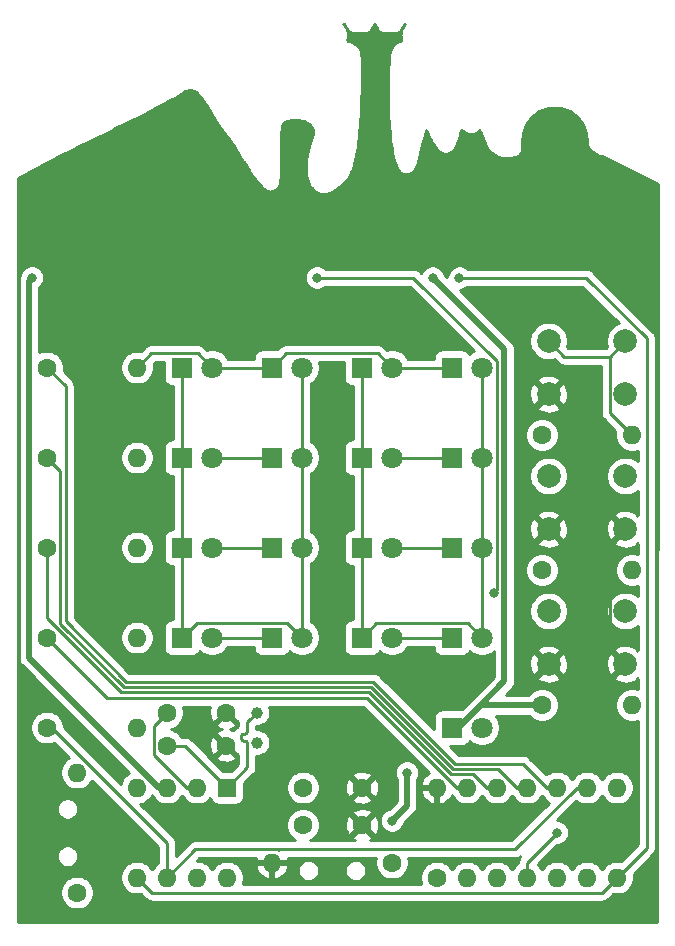
<source format=gtl>
%TF.GenerationSoftware,KiCad,Pcbnew,5.1.8-5.1.8*%
%TF.CreationDate,2022-04-19T11:37:40+02:00*%
%TF.ProjectId,usb_binary_clk,7573625f-6269-46e6-9172-795f636c6b2e,rev?*%
%TF.SameCoordinates,Original*%
%TF.FileFunction,Copper,L1,Top*%
%TF.FilePolarity,Positive*%
%FSLAX46Y46*%
G04 Gerber Fmt 4.6, Leading zero omitted, Abs format (unit mm)*
G04 Created by KiCad (PCBNEW 5.1.8-5.1.8) date 2022-04-19 11:37:40*
%MOMM*%
%LPD*%
G01*
G04 APERTURE LIST*
%TA.AperFunction,ComponentPad*%
%ADD10C,1.800000*%
%TD*%
%TA.AperFunction,ComponentPad*%
%ADD11R,1.800000X1.800000*%
%TD*%
%TA.AperFunction,ComponentPad*%
%ADD12C,2.000000*%
%TD*%
%TA.AperFunction,ComponentPad*%
%ADD13O,1.600000X1.600000*%
%TD*%
%TA.AperFunction,ComponentPad*%
%ADD14C,1.600000*%
%TD*%
%TA.AperFunction,ComponentPad*%
%ADD15C,1.000000*%
%TD*%
%TA.AperFunction,ComponentPad*%
%ADD16R,1.600000X1.600000*%
%TD*%
%TA.AperFunction,ViaPad*%
%ADD17C,0.800000*%
%TD*%
%TA.AperFunction,Conductor*%
%ADD18C,0.250000*%
%TD*%
%TA.AperFunction,Conductor*%
%ADD19C,0.500000*%
%TD*%
%TA.AperFunction,Conductor*%
%ADD20C,0.254000*%
%TD*%
%TA.AperFunction,Conductor*%
%ADD21C,0.100000*%
%TD*%
G04 APERTURE END LIST*
D10*
X166370000Y-87630000D03*
D11*
X163830000Y-87630000D03*
D12*
X172010000Y-59400000D03*
X172010000Y-54900000D03*
X178510000Y-59400000D03*
X178510000Y-54900000D03*
X172010000Y-70830000D03*
X172010000Y-66330000D03*
X178510000Y-70830000D03*
X178510000Y-66330000D03*
X172010000Y-82260000D03*
X172010000Y-77760000D03*
X178510000Y-82260000D03*
X178510000Y-77760000D03*
D13*
X132080000Y-91440000D03*
D14*
X132080000Y-101600000D03*
D13*
X148590000Y-99060000D03*
D14*
X158750000Y-99060000D03*
D13*
X179070000Y-62865000D03*
D14*
X171450000Y-62865000D03*
D13*
X179070000Y-74295000D03*
D14*
X171450000Y-74295000D03*
D13*
X137160000Y-80010000D03*
D14*
X129540000Y-80010000D03*
D13*
X179070000Y-85725000D03*
D14*
X171450000Y-85725000D03*
D13*
X137160000Y-72390000D03*
D14*
X129540000Y-72390000D03*
D13*
X137160000Y-87630000D03*
D14*
X129540000Y-87630000D03*
D13*
X137160000Y-64770000D03*
D14*
X129540000Y-64770000D03*
D13*
X137160000Y-57150000D03*
D14*
X129540000Y-57150000D03*
D10*
X143510000Y-72390000D03*
D11*
X140970000Y-72390000D03*
D10*
X166370000Y-80010000D03*
D11*
X163830000Y-80010000D03*
D10*
X158750000Y-80010000D03*
D11*
X156210000Y-80010000D03*
D10*
X151130000Y-80010000D03*
D11*
X148590000Y-80010000D03*
D10*
X143510000Y-80010000D03*
D11*
X140970000Y-80010000D03*
D10*
X166370000Y-72390000D03*
D11*
X163830000Y-72390000D03*
D10*
X158750000Y-72390000D03*
D11*
X156210000Y-72390000D03*
D10*
X151130000Y-72390000D03*
D11*
X148590000Y-72390000D03*
D10*
X166370000Y-64770000D03*
D11*
X163830000Y-64770000D03*
D10*
X158750000Y-64770000D03*
D11*
X156210000Y-64770000D03*
D10*
X151130000Y-64770000D03*
D11*
X148590000Y-64770000D03*
D10*
X143510000Y-64770000D03*
D11*
X140970000Y-64770000D03*
D10*
X166370000Y-57150000D03*
D11*
X163830000Y-57150000D03*
D10*
X158750000Y-57150000D03*
D11*
X156210000Y-57150000D03*
D10*
X151130000Y-57150000D03*
D11*
X148590000Y-57150000D03*
D10*
X143510000Y-57150000D03*
D11*
X140970000Y-57150000D03*
D15*
X147320000Y-88900000D03*
X147320000Y-86360000D03*
D14*
X162560000Y-100330000D03*
D13*
X177800000Y-92710000D03*
X165100000Y-100330000D03*
X175260000Y-92710000D03*
X167640000Y-100330000D03*
X172720000Y-92710000D03*
X170180000Y-100330000D03*
X170180000Y-92710000D03*
X172720000Y-100330000D03*
X167640000Y-92710000D03*
X175260000Y-100330000D03*
X165100000Y-92710000D03*
X177800000Y-100330000D03*
X162560000Y-92710000D03*
D16*
X144780000Y-92710000D03*
D13*
X137160000Y-100330000D03*
X142240000Y-92710000D03*
X139700000Y-100330000D03*
X139700000Y-92710000D03*
X142240000Y-100330000D03*
X137160000Y-92710000D03*
X144780000Y-100330000D03*
D14*
X151210000Y-95885000D03*
X156210000Y-95885000D03*
X144700000Y-86360000D03*
X139700000Y-86360000D03*
X139700000Y-89154000D03*
X144700000Y-89154000D03*
X151210000Y-92710000D03*
X156210000Y-92710000D03*
D17*
X144780000Y-95885000D03*
X135255000Y-95885000D03*
X135255000Y-99695000D03*
X137795000Y-76200000D03*
X137795000Y-68580000D03*
X137795000Y-60960000D03*
X153670000Y-60960000D03*
X153670000Y-68580000D03*
X153670000Y-76200000D03*
X169545000Y-76200000D03*
X169545000Y-60960000D03*
X169545000Y-68580000D03*
X153670000Y-53340000D03*
X128270000Y-49530000D03*
X158750000Y-95504000D03*
X160020000Y-91440042D03*
X162194989Y-49529986D03*
X152400000Y-49530000D03*
X172720000Y-96520000D03*
X167424990Y-76200000D03*
X164465006Y-49530000D03*
D18*
X178510000Y-82260000D02*
X178510000Y-82244000D01*
X178510000Y-82244000D02*
X177184999Y-80918999D01*
X177184999Y-80918999D02*
X177184999Y-72155001D01*
X177184999Y-72155001D02*
X178510000Y-70830000D01*
D19*
X139010002Y-92710000D02*
X128016000Y-81715998D01*
X139700000Y-92710000D02*
X139010002Y-92710000D01*
X128016000Y-49784000D02*
X128270000Y-49530000D01*
X128016000Y-81715998D02*
X128016000Y-49784000D01*
X166276998Y-85725000D02*
X171450000Y-85725000D01*
X164371998Y-87630000D02*
X166276998Y-85725000D01*
X163830000Y-87630000D02*
X164371998Y-87630000D01*
X160020000Y-94234000D02*
X160020000Y-91440042D01*
X158750000Y-95504000D02*
X160020000Y-94234000D01*
X168275000Y-55609997D02*
X162194989Y-49529986D01*
X168275000Y-83726998D02*
X168275000Y-55609997D01*
X166276998Y-85725000D02*
X168275000Y-83726998D01*
D18*
X143510000Y-57150000D02*
X148590000Y-57150000D01*
X149815001Y-55924999D02*
X148590000Y-57150000D01*
X157524999Y-55924999D02*
X149815001Y-55924999D01*
X158750000Y-57150000D02*
X157524999Y-55924999D01*
X163830000Y-57150000D02*
X158750000Y-57150000D01*
X138385001Y-55924999D02*
X137160000Y-57150000D01*
X142284999Y-55924999D02*
X138385001Y-55924999D01*
X143510000Y-57150000D02*
X142284999Y-55924999D01*
X151130000Y-57150000D02*
X151130000Y-64770000D01*
X151130000Y-64770000D02*
X151130000Y-72390000D01*
X151130000Y-72390000D02*
X151130000Y-80010000D01*
X140970000Y-57150000D02*
X140970000Y-64770000D01*
X140970000Y-64770000D02*
X140970000Y-72390000D01*
X140970000Y-72390000D02*
X140970000Y-80010000D01*
X151130000Y-80010000D02*
X149860000Y-78740000D01*
X142240000Y-78740000D02*
X140970000Y-80010000D01*
X149860000Y-78740000D02*
X142240000Y-78740000D01*
X156210000Y-57150000D02*
X156210000Y-64770000D01*
X156210000Y-64770000D02*
X156210000Y-72390000D01*
X156210000Y-72390000D02*
X156210000Y-80010000D01*
X166370000Y-57150000D02*
X166370000Y-64770000D01*
X166370000Y-64770000D02*
X166370000Y-72390000D01*
X166370000Y-72390000D02*
X166370000Y-80010000D01*
X157435001Y-78784999D02*
X156210000Y-80010000D01*
X165144999Y-78784999D02*
X157435001Y-78784999D01*
X166370000Y-80010000D02*
X165144999Y-78784999D01*
X143510000Y-64770000D02*
X148590000Y-64770000D01*
X158750000Y-64770000D02*
X163830000Y-64770000D01*
X148590000Y-72390000D02*
X143510000Y-72390000D01*
X163830000Y-72390000D02*
X158750000Y-72390000D01*
X163830000Y-80010000D02*
X158750000Y-80010000D01*
X148590000Y-80010000D02*
X143510000Y-80010000D01*
X169819981Y-90684979D02*
X164109211Y-90684979D01*
X171845002Y-92710000D02*
X169819981Y-90684979D01*
X172720000Y-92710000D02*
X171845002Y-92710000D01*
X164109211Y-90684979D02*
X157164202Y-83739970D01*
X157164202Y-83739970D02*
X136207792Y-83739970D01*
X131115011Y-58725011D02*
X129540000Y-57150000D01*
X131115011Y-78647189D02*
X131115011Y-58725011D01*
X136207792Y-83739970D02*
X131115011Y-78647189D01*
X130665001Y-78833589D02*
X130665001Y-65895001D01*
X156977802Y-84189980D02*
X136021392Y-84189980D01*
X136021392Y-84189980D02*
X130665001Y-78833589D01*
X163922811Y-91134989D02*
X156977802Y-84189980D01*
X167729991Y-91134989D02*
X163922811Y-91134989D01*
X130665001Y-65895001D02*
X129540000Y-64770000D01*
X169305002Y-92710000D02*
X167729991Y-91134989D01*
X170180000Y-92710000D02*
X169305002Y-92710000D01*
X163736411Y-91584999D02*
X156791402Y-84639990D01*
X165640001Y-91584999D02*
X163736411Y-91584999D01*
X166765002Y-92710000D02*
X165640001Y-91584999D01*
X167640000Y-92710000D02*
X166765002Y-92710000D01*
X135834992Y-84639990D02*
X129540000Y-78344998D01*
X156791402Y-84639990D02*
X135834992Y-84639990D01*
X129540000Y-78344998D02*
X129540000Y-72390000D01*
X156605002Y-85090000D02*
X134620000Y-85090000D01*
X164225002Y-92710000D02*
X156605002Y-85090000D01*
X165100000Y-92710000D02*
X164225002Y-92710000D01*
X134620000Y-85090000D02*
X129540000Y-80010000D01*
X141224000Y-89154000D02*
X144780000Y-92710000D01*
X139700000Y-89154000D02*
X141224000Y-89154000D01*
X146752904Y-86927096D02*
X147320000Y-86360000D01*
X146494999Y-87185001D02*
X146752904Y-86927096D01*
X146153636Y-88737773D02*
X146094618Y-88717121D01*
X146153636Y-88151774D02*
X146277905Y-88137773D01*
X146277905Y-88751774D02*
X146153636Y-88737773D01*
X146094618Y-88172426D02*
X146153636Y-88151774D01*
X146336923Y-88772426D02*
X146277905Y-88751774D01*
X146041674Y-88205692D02*
X146094618Y-88172426D01*
X146389867Y-88805692D02*
X146336923Y-88772426D01*
X146434081Y-88849906D02*
X146389867Y-88805692D01*
X146467347Y-88902850D02*
X146434081Y-88849906D01*
X146487999Y-88961868D02*
X146467347Y-88902850D01*
X146094618Y-88717121D02*
X146041674Y-88683855D01*
X145936541Y-88424003D02*
X145943542Y-88361868D01*
X146487999Y-87927679D02*
X146494999Y-87865545D01*
X146487999Y-91002001D02*
X146487999Y-88961868D01*
X146277905Y-88137773D02*
X146336923Y-88117121D01*
X144780000Y-92710000D02*
X146487999Y-91002001D01*
X145964194Y-88586697D02*
X145943542Y-88527679D01*
X145997460Y-88249906D02*
X146041674Y-88205692D01*
X145943542Y-88527679D02*
X145936541Y-88465545D01*
X146336923Y-88117121D02*
X146389867Y-88083855D01*
X145936541Y-88465545D02*
X145936541Y-88424003D01*
X146041674Y-88683855D02*
X145997460Y-88639641D01*
X145943542Y-88361868D02*
X145964194Y-88302850D01*
X146494999Y-87865545D02*
X146494999Y-87185001D01*
X145997460Y-88639641D02*
X145964194Y-88586697D01*
X145964194Y-88302850D02*
X145997460Y-88249906D01*
X146389867Y-88083855D02*
X146434081Y-88039641D01*
X146434081Y-88039641D02*
X146467347Y-87986697D01*
X146467347Y-87986697D02*
X146487999Y-87927679D01*
X138574999Y-87485001D02*
X139700000Y-86360000D01*
X138574999Y-89919997D02*
X138574999Y-87485001D01*
X141365002Y-92710000D02*
X138574999Y-89919997D01*
X142240000Y-92710000D02*
X141365002Y-92710000D01*
X177184999Y-56225001D02*
X178510000Y-54900000D01*
X173335001Y-56225001D02*
X172010000Y-54900000D01*
X177184999Y-56225001D02*
X173335001Y-56225001D01*
X177184999Y-60979999D02*
X177184999Y-56225001D01*
X179070000Y-62865000D02*
X177184999Y-60979999D01*
X170180000Y-99060000D02*
X170180000Y-100330000D01*
X172720000Y-96520000D02*
X170180000Y-99060000D01*
X167640000Y-56606998D02*
X167640000Y-75984990D01*
X160563002Y-49530000D02*
X167640000Y-56606998D01*
X152400000Y-49530000D02*
X160563002Y-49530000D01*
X167640000Y-75984990D02*
X167424990Y-76200000D01*
X138430000Y-101600000D02*
X137160000Y-100330000D01*
X176530000Y-101600000D02*
X138430000Y-101600000D01*
X177800000Y-100330000D02*
X176530000Y-101600000D01*
X180340000Y-54679315D02*
X175190685Y-49530000D01*
X177800000Y-100330000D02*
X180340000Y-97790000D01*
X175190685Y-49530000D02*
X164465006Y-49530000D01*
X180340000Y-97790000D02*
X180340000Y-54679315D01*
X129935002Y-87630000D02*
X129540000Y-87630000D01*
X139700000Y-97394998D02*
X129935002Y-87630000D01*
X139700000Y-100330000D02*
X139700000Y-97394998D01*
X142095001Y-97934999D02*
X139700000Y-100330000D01*
X149130001Y-97934999D02*
X142095001Y-97934999D01*
X149168501Y-97973499D02*
X149130001Y-97934999D01*
X149207001Y-97934999D02*
X149168501Y-97973499D01*
X169160003Y-97934999D02*
X149207001Y-97934999D01*
X174385002Y-92710000D02*
X169160003Y-97934999D01*
X175260000Y-92710000D02*
X174385002Y-92710000D01*
D20*
X159885350Y-28043087D02*
X159800385Y-28140866D01*
X159781389Y-28162076D01*
X159778356Y-28166217D01*
X159774986Y-28170095D01*
X159758487Y-28193343D01*
X159695855Y-28278849D01*
X159672860Y-28304636D01*
X159638992Y-28362192D01*
X159605052Y-28419587D01*
X159593606Y-28452186D01*
X159551095Y-28543981D01*
X159523367Y-28602787D01*
X159514615Y-28637900D01*
X159502701Y-28672067D01*
X159493688Y-28736404D01*
X159473565Y-28873182D01*
X159463608Y-28935940D01*
X159465077Y-28973588D01*
X159463273Y-29011222D01*
X159472677Y-29074109D01*
X159492059Y-29214503D01*
X159494044Y-29252689D01*
X159509531Y-29313779D01*
X159524236Y-29375102D01*
X159540238Y-29409836D01*
X159548397Y-29432436D01*
X159537436Y-29452667D01*
X159518124Y-29476085D01*
X159494645Y-29495482D01*
X159468556Y-29509663D01*
X159440182Y-29518488D01*
X159390381Y-29523536D01*
X159375257Y-29522757D01*
X159323414Y-29530323D01*
X159304870Y-29532202D01*
X159290086Y-29535186D01*
X159241737Y-29542242D01*
X159224098Y-29548507D01*
X159205747Y-29552211D01*
X159160643Y-29571044D01*
X159114587Y-29587401D01*
X159098507Y-29596988D01*
X159081231Y-29604201D01*
X159040671Y-29631468D01*
X158998688Y-29656498D01*
X158984787Y-29669038D01*
X158969250Y-29679483D01*
X158934784Y-29714145D01*
X158898497Y-29746879D01*
X158887310Y-29761889D01*
X158874109Y-29775165D01*
X158847069Y-29815883D01*
X158817863Y-29855069D01*
X158809819Y-29871973D01*
X158799462Y-29887569D01*
X158780888Y-29932771D01*
X158774412Y-29946381D01*
X158768096Y-29963904D01*
X158748178Y-30012377D01*
X158745265Y-30027243D01*
X158526184Y-30635030D01*
X158522952Y-30640628D01*
X158519324Y-30651315D01*
X158513997Y-30661282D01*
X158499528Y-30708980D01*
X158494093Y-30724058D01*
X158492514Y-30730300D01*
X158479581Y-30768401D01*
X158478108Y-30779594D01*
X158474828Y-30790405D01*
X158473247Y-30806461D01*
X158469292Y-30822093D01*
X158467223Y-30862278D01*
X158466383Y-30868659D01*
X158466016Y-30879871D01*
X158461602Y-30924688D01*
X158463183Y-30940742D01*
X158462354Y-30956846D01*
X158463288Y-30963247D01*
X158425973Y-32103703D01*
X158425252Y-32110110D01*
X158424872Y-32137376D01*
X158423983Y-32164536D01*
X158424403Y-32170948D01*
X158407148Y-33407985D01*
X158406469Y-33415490D01*
X158406678Y-33441619D01*
X158406314Y-33467737D01*
X158406948Y-33475243D01*
X158418730Y-34946011D01*
X158418211Y-34953654D01*
X158419000Y-34979647D01*
X158419208Y-35005641D01*
X158420020Y-35013255D01*
X158442615Y-35757883D01*
X158442291Y-35764597D01*
X158443635Y-35791479D01*
X158444452Y-35818416D01*
X158445315Y-35825091D01*
X158482422Y-36567520D01*
X158482223Y-36576164D01*
X158484101Y-36601118D01*
X158485350Y-36626098D01*
X158486625Y-36634644D01*
X158541082Y-37358061D01*
X158541199Y-37369492D01*
X158543607Y-37391605D01*
X158545275Y-37413768D01*
X158547245Y-37425019D01*
X158621988Y-38111499D01*
X158622857Y-38127076D01*
X158625628Y-38144937D01*
X158627583Y-38162890D01*
X158630781Y-38178148D01*
X158729040Y-38811424D01*
X158731806Y-38833979D01*
X158734198Y-38844667D01*
X158735875Y-38855474D01*
X158741535Y-38877448D01*
X158866291Y-39434834D01*
X158871040Y-39459018D01*
X158873637Y-39467654D01*
X158875605Y-39476448D01*
X158883313Y-39499835D01*
X158952805Y-39730952D01*
X158958675Y-39752983D01*
X158962490Y-39763163D01*
X158965617Y-39773562D01*
X158974280Y-39794621D01*
X159052178Y-40002474D01*
X159062423Y-40030694D01*
X159063947Y-40033879D01*
X159065191Y-40037197D01*
X159078468Y-40064216D01*
X159141936Y-40196812D01*
X159143999Y-40204200D01*
X159171026Y-40257587D01*
X159182277Y-40281092D01*
X159186228Y-40287614D01*
X159189673Y-40294420D01*
X159203672Y-40316415D01*
X159234667Y-40367586D01*
X159239842Y-40373243D01*
X159305044Y-40475684D01*
X159338826Y-40529956D01*
X159364307Y-40557137D01*
X159387304Y-40586466D01*
X159410344Y-40606248D01*
X159431108Y-40628398D01*
X159461406Y-40650089D01*
X159489680Y-40674365D01*
X159516135Y-40689271D01*
X159540823Y-40706946D01*
X159574770Y-40722309D01*
X159607237Y-40740603D01*
X159636090Y-40750061D01*
X159663753Y-40762580D01*
X159700054Y-40771027D01*
X159735457Y-40782632D01*
X159798909Y-40790310D01*
X159838516Y-40795507D01*
X159891559Y-40804625D01*
X159938997Y-40803386D01*
X159986435Y-40804918D01*
X160006308Y-40801628D01*
X160026446Y-40801102D01*
X160072743Y-40790629D01*
X160119557Y-40782879D01*
X160167694Y-40764738D01*
X160187829Y-40760954D01*
X160230880Y-40743654D01*
X160242841Y-40739682D01*
X160262100Y-40731109D01*
X160313032Y-40710642D01*
X160323648Y-40703710D01*
X160335224Y-40698557D01*
X160380056Y-40666878D01*
X160397703Y-40655355D01*
X160407519Y-40647472D01*
X160445422Y-40620689D01*
X160459711Y-40605634D01*
X160496465Y-40579742D01*
X160534646Y-40539630D01*
X160574230Y-40500876D01*
X160600131Y-40462988D01*
X160615439Y-40443368D01*
X160638295Y-40419458D01*
X160656829Y-40390319D01*
X160657281Y-40389740D01*
X160674940Y-40361846D01*
X160692567Y-40334133D01*
X160692897Y-40333481D01*
X160711371Y-40304299D01*
X160723272Y-40273437D01*
X160776879Y-40167467D01*
X160783269Y-40158766D01*
X160807286Y-40107360D01*
X160817644Y-40086885D01*
X160821526Y-40076882D01*
X160826073Y-40067149D01*
X160833707Y-40045493D01*
X160854227Y-39992612D01*
X160856094Y-39981978D01*
X160925664Y-39784606D01*
X160935442Y-39758215D01*
X160936827Y-39752936D01*
X160938644Y-39747782D01*
X160945361Y-39720419D01*
X161112764Y-39082507D01*
X161115940Y-39073107D01*
X161121296Y-39049991D01*
X161127323Y-39027026D01*
X161128890Y-39017222D01*
X161303585Y-38263315D01*
X161502730Y-37488908D01*
X161608145Y-37153507D01*
X161637981Y-37075748D01*
X161800654Y-37402669D01*
X161804244Y-37411378D01*
X161815635Y-37432776D01*
X161826434Y-37454479D01*
X161831437Y-37462460D01*
X162059795Y-37891438D01*
X162066805Y-37906364D01*
X162075596Y-37921121D01*
X162083665Y-37936279D01*
X162092801Y-37950002D01*
X162320749Y-38332649D01*
X162332289Y-38353365D01*
X162337959Y-38361539D01*
X162343045Y-38370077D01*
X162357112Y-38389152D01*
X162461453Y-38539577D01*
X162477965Y-38564004D01*
X162480594Y-38567173D01*
X162482943Y-38570559D01*
X162502049Y-38593031D01*
X162573745Y-38679440D01*
X162585449Y-38698103D01*
X162616719Y-38731235D01*
X162624235Y-38740293D01*
X162639827Y-38755719D01*
X162654858Y-38771644D01*
X162663723Y-38779359D01*
X162696123Y-38811412D01*
X162714510Y-38823555D01*
X162741922Y-38847410D01*
X162760549Y-38867867D01*
X162792690Y-38891590D01*
X162797321Y-38895620D01*
X162819752Y-38911564D01*
X162869113Y-38947997D01*
X162874709Y-38950628D01*
X162879744Y-38954207D01*
X162935683Y-38979295D01*
X162960626Y-38991022D01*
X162966419Y-38993080D01*
X163002862Y-39009424D01*
X163022260Y-39013869D01*
X163027556Y-39016790D01*
X163080844Y-39033725D01*
X163101738Y-39041147D01*
X163112943Y-39043926D01*
X163156151Y-39057658D01*
X163178277Y-39060132D01*
X163199887Y-39065492D01*
X163245186Y-39067613D01*
X163290249Y-39072651D01*
X163312433Y-39070761D01*
X163334672Y-39071802D01*
X163379509Y-39065046D01*
X163424694Y-39061196D01*
X163446082Y-39055015D01*
X163468099Y-39051697D01*
X163510757Y-39036322D01*
X163521841Y-39033119D01*
X163542426Y-39024908D01*
X163595039Y-39005946D01*
X163604972Y-38999961D01*
X163609333Y-38998222D01*
X163658835Y-38980954D01*
X163700950Y-38956165D01*
X163744349Y-38933698D01*
X163758982Y-38922008D01*
X163775121Y-38912509D01*
X163811595Y-38879978D01*
X163849773Y-38849479D01*
X163883554Y-38809406D01*
X163923294Y-38766255D01*
X163950126Y-38741989D01*
X163988960Y-38689745D01*
X164028161Y-38637760D01*
X164043890Y-38605179D01*
X164065570Y-38569097D01*
X164066910Y-38567604D01*
X164100245Y-38511386D01*
X164116610Y-38484149D01*
X164117468Y-38482339D01*
X164118486Y-38480623D01*
X164131907Y-38451897D01*
X164159944Y-38392781D01*
X164160433Y-38390836D01*
X164201769Y-38302359D01*
X164213627Y-38278232D01*
X164216006Y-38271885D01*
X164218870Y-38265755D01*
X164227793Y-38240439D01*
X164362501Y-37881062D01*
X164368523Y-37867320D01*
X164374297Y-37849593D01*
X164380846Y-37832120D01*
X164384713Y-37817610D01*
X164511010Y-37429826D01*
X164511628Y-37428399D01*
X164521375Y-37398003D01*
X164531363Y-37367335D01*
X164531701Y-37365800D01*
X164633619Y-37047960D01*
X164674867Y-37080563D01*
X164695398Y-37097486D01*
X164701228Y-37101400D01*
X164706742Y-37105758D01*
X164729137Y-37120134D01*
X164791915Y-37162276D01*
X164793362Y-37163712D01*
X164847811Y-37199797D01*
X164874170Y-37217492D01*
X164875963Y-37218455D01*
X164877654Y-37219576D01*
X164905669Y-37234415D01*
X164963251Y-37265351D01*
X164965198Y-37265946D01*
X165028384Y-37299414D01*
X165076637Y-37327141D01*
X165119876Y-37341720D01*
X165162092Y-37359020D01*
X165216713Y-37369671D01*
X165247387Y-37376757D01*
X165287325Y-37389190D01*
X165346421Y-37395445D01*
X165405411Y-37403088D01*
X165413476Y-37402543D01*
X165421509Y-37403393D01*
X165480728Y-37397995D01*
X165540037Y-37393985D01*
X165570812Y-37385671D01*
X165578706Y-37385441D01*
X165632290Y-37373150D01*
X165653108Y-37369166D01*
X165665096Y-37365625D01*
X165710224Y-37355273D01*
X165729655Y-37346553D01*
X165750088Y-37340517D01*
X165791079Y-37318989D01*
X165802483Y-37313871D01*
X165820884Y-37303335D01*
X165869548Y-37277777D01*
X165876620Y-37272059D01*
X165906455Y-37258036D01*
X165955899Y-37221550D01*
X166005990Y-37185927D01*
X166033318Y-37156959D01*
X166042631Y-37148559D01*
X166063271Y-37134113D01*
X166092597Y-37103491D01*
X166098994Y-37097722D01*
X166115890Y-37079170D01*
X166133215Y-37061080D01*
X166138525Y-37054316D01*
X166147558Y-37044398D01*
X166185078Y-37128429D01*
X166595600Y-38155620D01*
X166605837Y-38182358D01*
X166608070Y-38186822D01*
X166609922Y-38191456D01*
X166623099Y-38216866D01*
X166707736Y-38386063D01*
X166712104Y-38399742D01*
X166737859Y-38446281D01*
X166746543Y-38463642D01*
X166754156Y-38475731D01*
X166761068Y-38488221D01*
X166772079Y-38504191D01*
X166800430Y-38549211D01*
X166810306Y-38559636D01*
X166877406Y-38656959D01*
X166885658Y-38673570D01*
X166915612Y-38712372D01*
X166924265Y-38724923D01*
X166936187Y-38739026D01*
X166947451Y-38753617D01*
X166957888Y-38764696D01*
X166989550Y-38802149D01*
X167004061Y-38813708D01*
X167074672Y-38888662D01*
X167086335Y-38905081D01*
X167120840Y-38937669D01*
X167130195Y-38947599D01*
X167145281Y-38960752D01*
X167159853Y-38974514D01*
X167170657Y-38982876D01*
X167206417Y-39014053D01*
X167223881Y-39024068D01*
X167293699Y-39078104D01*
X167307363Y-39092123D01*
X167346935Y-39119306D01*
X167358170Y-39128001D01*
X167374656Y-39138348D01*
X167390715Y-39149379D01*
X167403168Y-39156242D01*
X167443822Y-39181757D01*
X167462111Y-39188727D01*
X167525924Y-39223896D01*
X167538813Y-39233756D01*
X167584887Y-39256392D01*
X167600251Y-39264860D01*
X167615079Y-39271226D01*
X167629573Y-39278347D01*
X167646013Y-39284506D01*
X167693172Y-39304753D01*
X167709044Y-39308123D01*
X167762270Y-39328065D01*
X167772604Y-39333986D01*
X167825332Y-39351693D01*
X167845789Y-39359357D01*
X167857237Y-39362406D01*
X167868466Y-39366177D01*
X167889752Y-39371067D01*
X167943505Y-39385384D01*
X167955393Y-39386145D01*
X167994026Y-39395020D01*
X167999405Y-39397327D01*
X168059646Y-39410094D01*
X168086851Y-39416343D01*
X168092639Y-39417086D01*
X168098331Y-39418292D01*
X168126004Y-39421367D01*
X168187152Y-39429213D01*
X168192996Y-39428811D01*
X168229445Y-39432861D01*
X168244323Y-39436856D01*
X168296346Y-39440294D01*
X168314612Y-39442324D01*
X168329950Y-39442515D01*
X168345225Y-39443525D01*
X168363558Y-39442935D01*
X168415727Y-39443586D01*
X168430880Y-39440768D01*
X168604864Y-39435168D01*
X168621697Y-39437113D01*
X168672168Y-39433001D01*
X168688983Y-39432460D01*
X168705682Y-39430271D01*
X168722485Y-39428902D01*
X168739055Y-39425896D01*
X168789248Y-39419316D01*
X168805293Y-39413879D01*
X168926481Y-39391894D01*
X168936808Y-39391759D01*
X168992759Y-39379870D01*
X169015798Y-39375690D01*
X169025673Y-39372876D01*
X169035723Y-39370740D01*
X169058049Y-39363648D01*
X169113049Y-39347973D01*
X169122239Y-39343259D01*
X169259143Y-39299772D01*
X169305241Y-39288025D01*
X169353724Y-39264852D01*
X169403071Y-39243654D01*
X169414482Y-39235813D01*
X169426984Y-39229837D01*
X169470016Y-39197650D01*
X169514277Y-39167233D01*
X169523942Y-39157313D01*
X169535034Y-39149016D01*
X169570955Y-39109058D01*
X169608438Y-39070585D01*
X169615979Y-39058974D01*
X169625242Y-39048670D01*
X169652685Y-39002458D01*
X169681933Y-38957424D01*
X169687064Y-38944564D01*
X169694139Y-38932651D01*
X169712034Y-38881988D01*
X169731940Y-38832101D01*
X169734465Y-38818483D01*
X169739078Y-38805422D01*
X169746745Y-38752243D01*
X169756537Y-38699429D01*
X169755917Y-38651873D01*
X169790237Y-37889920D01*
X169806000Y-37578260D01*
X169847110Y-37308450D01*
X169913950Y-37048578D01*
X170005232Y-36799287D01*
X170119532Y-36561913D01*
X170255602Y-36337977D01*
X170412291Y-36128485D01*
X170587844Y-35935249D01*
X170781147Y-35759629D01*
X170990583Y-35602992D01*
X171214558Y-35466907D01*
X171451897Y-35352591D01*
X171701129Y-35261371D01*
X171961130Y-35194513D01*
X172230929Y-35153341D01*
X172509817Y-35139260D01*
X172788705Y-35153341D01*
X173058507Y-35194514D01*
X173318509Y-35261372D01*
X173567696Y-35352576D01*
X173804986Y-35466907D01*
X174029092Y-35603023D01*
X174238433Y-35759589D01*
X174431695Y-35935244D01*
X174607391Y-36128550D01*
X174763975Y-36337901D01*
X174900012Y-36561914D01*
X175014393Y-36799290D01*
X175105560Y-37048484D01*
X175172449Y-37308546D01*
X175213639Y-37578355D01*
X175228517Y-37872529D01*
X175228494Y-37876557D01*
X175227689Y-37880747D01*
X175228105Y-37943859D01*
X175227934Y-37973384D01*
X175228327Y-37977626D01*
X175228355Y-37981866D01*
X175231431Y-38011116D01*
X175235131Y-38051049D01*
X175234749Y-38056786D01*
X175242370Y-38115159D01*
X175244992Y-38140091D01*
X175246726Y-38148517D01*
X175247841Y-38157058D01*
X175253513Y-38181502D01*
X175265373Y-38239139D01*
X175267911Y-38245153D01*
X175268427Y-38253453D01*
X175282998Y-38308568D01*
X175288252Y-38331210D01*
X175291603Y-38341117D01*
X175302915Y-38383904D01*
X175313172Y-38404881D01*
X175320655Y-38427001D01*
X175342742Y-38465350D01*
X175347337Y-38474748D01*
X175359550Y-38494535D01*
X175387997Y-38543928D01*
X175392288Y-38548832D01*
X175392325Y-38548927D01*
X175426409Y-38602858D01*
X175442182Y-38628412D01*
X175444395Y-38631316D01*
X175464413Y-38662990D01*
X175485193Y-38684854D01*
X175503474Y-38708844D01*
X175531562Y-38733643D01*
X175534077Y-38736289D01*
X175556787Y-38755914D01*
X175604624Y-38798149D01*
X175607800Y-38799997D01*
X175630007Y-38819187D01*
X175643549Y-38834588D01*
X175680950Y-38863210D01*
X175690994Y-38871889D01*
X175707645Y-38883638D01*
X175723855Y-38896043D01*
X175735154Y-38903048D01*
X175773619Y-38930190D01*
X175792355Y-38938515D01*
X175886180Y-38996689D01*
X175912460Y-39013252D01*
X175914711Y-39014379D01*
X175916848Y-39015704D01*
X175944685Y-39029386D01*
X176084989Y-39099633D01*
X176108438Y-39111990D01*
X176115052Y-39114684D01*
X176121433Y-39117879D01*
X176146170Y-39127360D01*
X176395943Y-39229105D01*
X176413831Y-39237259D01*
X176427091Y-39241794D01*
X176440059Y-39247076D01*
X176458892Y-39252668D01*
X176512859Y-39271124D01*
X176523511Y-39276817D01*
X176532507Y-39279546D01*
X181245774Y-41636179D01*
X181195073Y-104090000D01*
X127050000Y-104090000D01*
X127050000Y-101458665D01*
X130645000Y-101458665D01*
X130645000Y-101741335D01*
X130700147Y-102018574D01*
X130808320Y-102279727D01*
X130965363Y-102514759D01*
X131165241Y-102714637D01*
X131400273Y-102871680D01*
X131661426Y-102979853D01*
X131938665Y-103035000D01*
X132221335Y-103035000D01*
X132498574Y-102979853D01*
X132759727Y-102871680D01*
X132994759Y-102714637D01*
X133194637Y-102514759D01*
X133351680Y-102279727D01*
X133459853Y-102018574D01*
X133515000Y-101741335D01*
X133515000Y-101458665D01*
X133459853Y-101181426D01*
X133351680Y-100920273D01*
X133194637Y-100685241D01*
X132994759Y-100485363D01*
X132759727Y-100328320D01*
X132498574Y-100220147D01*
X132221335Y-100165000D01*
X131938665Y-100165000D01*
X131661426Y-100220147D01*
X131400273Y-100328320D01*
X131165241Y-100485363D01*
X130965363Y-100685241D01*
X130808320Y-100920273D01*
X130700147Y-101181426D01*
X130645000Y-101458665D01*
X127050000Y-101458665D01*
X127050000Y-98430373D01*
X130364000Y-98430373D01*
X130364000Y-98609627D01*
X130398971Y-98785437D01*
X130467569Y-98951047D01*
X130567157Y-99100091D01*
X130693909Y-99226843D01*
X130842953Y-99326431D01*
X131008563Y-99395029D01*
X131184373Y-99430000D01*
X131363627Y-99430000D01*
X131539437Y-99395029D01*
X131705047Y-99326431D01*
X131854091Y-99226843D01*
X131980843Y-99100091D01*
X132080431Y-98951047D01*
X132149029Y-98785437D01*
X132184000Y-98609627D01*
X132184000Y-98430373D01*
X132149029Y-98254563D01*
X132080431Y-98088953D01*
X131980843Y-97939909D01*
X131854091Y-97813157D01*
X131705047Y-97713569D01*
X131539437Y-97644971D01*
X131363627Y-97610000D01*
X131184373Y-97610000D01*
X131008563Y-97644971D01*
X130842953Y-97713569D01*
X130693909Y-97813157D01*
X130567157Y-97939909D01*
X130467569Y-98088953D01*
X130398971Y-98254563D01*
X130364000Y-98430373D01*
X127050000Y-98430373D01*
X127050000Y-94430373D01*
X130364000Y-94430373D01*
X130364000Y-94609627D01*
X130398971Y-94785437D01*
X130467569Y-94951047D01*
X130567157Y-95100091D01*
X130693909Y-95226843D01*
X130842953Y-95326431D01*
X131008563Y-95395029D01*
X131184373Y-95430000D01*
X131363627Y-95430000D01*
X131539437Y-95395029D01*
X131705047Y-95326431D01*
X131854091Y-95226843D01*
X131980843Y-95100091D01*
X132080431Y-94951047D01*
X132149029Y-94785437D01*
X132184000Y-94609627D01*
X132184000Y-94430373D01*
X132149029Y-94254563D01*
X132080431Y-94088953D01*
X131980843Y-93939909D01*
X131854091Y-93813157D01*
X131705047Y-93713569D01*
X131539437Y-93644971D01*
X131363627Y-93610000D01*
X131184373Y-93610000D01*
X131008563Y-93644971D01*
X130842953Y-93713569D01*
X130693909Y-93813157D01*
X130567157Y-93939909D01*
X130467569Y-94088953D01*
X130398971Y-94254563D01*
X130364000Y-94430373D01*
X127050000Y-94430373D01*
X127050000Y-49784000D01*
X127126719Y-49784000D01*
X127131001Y-49827479D01*
X127131000Y-81672529D01*
X127126719Y-81715998D01*
X127131000Y-81759467D01*
X127131000Y-81759474D01*
X127143805Y-81889487D01*
X127194411Y-82056310D01*
X127276589Y-82210056D01*
X127387183Y-82344815D01*
X127420956Y-82372532D01*
X136493749Y-91445326D01*
X136422580Y-91478963D01*
X136196586Y-91646481D01*
X136007615Y-91854869D01*
X135862930Y-92096119D01*
X135768091Y-92360960D01*
X135800987Y-92421183D01*
X130975000Y-87595197D01*
X130975000Y-87488665D01*
X130919853Y-87211426D01*
X130811680Y-86950273D01*
X130654637Y-86715241D01*
X130454759Y-86515363D01*
X130219727Y-86358320D01*
X129958574Y-86250147D01*
X129681335Y-86195000D01*
X129398665Y-86195000D01*
X129121426Y-86250147D01*
X128860273Y-86358320D01*
X128625241Y-86515363D01*
X128425363Y-86715241D01*
X128268320Y-86950273D01*
X128160147Y-87211426D01*
X128105000Y-87488665D01*
X128105000Y-87771335D01*
X128160147Y-88048574D01*
X128268320Y-88309727D01*
X128425363Y-88544759D01*
X128625241Y-88744637D01*
X128860273Y-88901680D01*
X129121426Y-89009853D01*
X129398665Y-89065000D01*
X129681335Y-89065000D01*
X129958574Y-89009853D01*
X130157610Y-88927410D01*
X131399223Y-90169022D01*
X131165241Y-90325363D01*
X130965363Y-90525241D01*
X130808320Y-90760273D01*
X130700147Y-91021426D01*
X130645000Y-91298665D01*
X130645000Y-91581335D01*
X130700147Y-91858574D01*
X130808320Y-92119727D01*
X130965363Y-92354759D01*
X131165241Y-92554637D01*
X131400273Y-92711680D01*
X131661426Y-92819853D01*
X131938665Y-92875000D01*
X132221335Y-92875000D01*
X132498574Y-92819853D01*
X132759727Y-92711680D01*
X132994759Y-92554637D01*
X133194637Y-92354759D01*
X133350978Y-92120777D01*
X138940001Y-97709801D01*
X138940000Y-99111956D01*
X138785241Y-99215363D01*
X138585363Y-99415241D01*
X138430000Y-99647759D01*
X138274637Y-99415241D01*
X138074759Y-99215363D01*
X137839727Y-99058320D01*
X137578574Y-98950147D01*
X137301335Y-98895000D01*
X137018665Y-98895000D01*
X136741426Y-98950147D01*
X136480273Y-99058320D01*
X136245241Y-99215363D01*
X136045363Y-99415241D01*
X135888320Y-99650273D01*
X135780147Y-99911426D01*
X135725000Y-100188665D01*
X135725000Y-100471335D01*
X135780147Y-100748574D01*
X135888320Y-101009727D01*
X136045363Y-101244759D01*
X136245241Y-101444637D01*
X136480273Y-101601680D01*
X136741426Y-101709853D01*
X137018665Y-101765000D01*
X137301335Y-101765000D01*
X137483886Y-101728688D01*
X137866201Y-102111003D01*
X137889999Y-102140001D01*
X138005724Y-102234974D01*
X138137753Y-102305546D01*
X138281014Y-102349003D01*
X138392667Y-102360000D01*
X138392676Y-102360000D01*
X138429999Y-102363676D01*
X138467322Y-102360000D01*
X176492678Y-102360000D01*
X176530000Y-102363676D01*
X176567322Y-102360000D01*
X176567333Y-102360000D01*
X176678986Y-102349003D01*
X176822247Y-102305546D01*
X176954276Y-102234974D01*
X177070001Y-102140001D01*
X177093804Y-102110997D01*
X177476114Y-101728688D01*
X177658665Y-101765000D01*
X177941335Y-101765000D01*
X178218574Y-101709853D01*
X178479727Y-101601680D01*
X178714759Y-101444637D01*
X178914637Y-101244759D01*
X179071680Y-101009727D01*
X179179853Y-100748574D01*
X179235000Y-100471335D01*
X179235000Y-100188665D01*
X179198688Y-100006114D01*
X180851009Y-98353794D01*
X180880001Y-98330001D01*
X180903795Y-98301008D01*
X180903799Y-98301004D01*
X180974973Y-98214277D01*
X180974974Y-98214276D01*
X181045546Y-98082247D01*
X181089003Y-97938986D01*
X181100000Y-97827333D01*
X181100000Y-97827324D01*
X181103676Y-97790001D01*
X181100000Y-97752678D01*
X181100000Y-54716637D01*
X181103676Y-54679314D01*
X181100000Y-54641991D01*
X181100000Y-54641982D01*
X181089003Y-54530329D01*
X181045546Y-54387068D01*
X180980313Y-54265027D01*
X180974974Y-54255038D01*
X180903799Y-54168312D01*
X180880001Y-54139314D01*
X180851003Y-54115516D01*
X175754489Y-49019003D01*
X175730686Y-48989999D01*
X175614961Y-48895026D01*
X175482932Y-48824454D01*
X175339671Y-48780997D01*
X175228018Y-48770000D01*
X175228007Y-48770000D01*
X175190685Y-48766324D01*
X175153363Y-48770000D01*
X165168717Y-48770000D01*
X165124780Y-48726063D01*
X164955262Y-48612795D01*
X164766904Y-48534774D01*
X164566945Y-48495000D01*
X164363067Y-48495000D01*
X164163108Y-48534774D01*
X163974750Y-48612795D01*
X163805232Y-48726063D01*
X163661069Y-48870226D01*
X163547801Y-49039744D01*
X163469780Y-49228102D01*
X163430006Y-49428061D01*
X163430006Y-49513425D01*
X163201524Y-49284943D01*
X163190215Y-49228088D01*
X163112194Y-49039730D01*
X162998926Y-48870212D01*
X162854763Y-48726049D01*
X162685245Y-48612781D01*
X162496887Y-48534760D01*
X162296928Y-48494986D01*
X162093050Y-48494986D01*
X161893091Y-48534760D01*
X161704733Y-48612781D01*
X161535215Y-48726049D01*
X161391052Y-48870212D01*
X161277784Y-49039730D01*
X161239634Y-49131831D01*
X161126806Y-49019003D01*
X161103003Y-48989999D01*
X160987278Y-48895026D01*
X160855249Y-48824454D01*
X160711988Y-48780997D01*
X160600335Y-48770000D01*
X160600324Y-48770000D01*
X160563002Y-48766324D01*
X160525680Y-48770000D01*
X153103711Y-48770000D01*
X153059774Y-48726063D01*
X152890256Y-48612795D01*
X152701898Y-48534774D01*
X152501939Y-48495000D01*
X152298061Y-48495000D01*
X152098102Y-48534774D01*
X151909744Y-48612795D01*
X151740226Y-48726063D01*
X151596063Y-48870226D01*
X151482795Y-49039744D01*
X151404774Y-49228102D01*
X151365000Y-49428061D01*
X151365000Y-49631939D01*
X151404774Y-49831898D01*
X151482795Y-50020256D01*
X151596063Y-50189774D01*
X151740226Y-50333937D01*
X151909744Y-50447205D01*
X152098102Y-50525226D01*
X152298061Y-50565000D01*
X152501939Y-50565000D01*
X152701898Y-50525226D01*
X152890256Y-50447205D01*
X153059774Y-50333937D01*
X153103711Y-50290000D01*
X160248201Y-50290000D01*
X165717148Y-55758948D01*
X165642905Y-55789701D01*
X165391495Y-55957688D01*
X165325056Y-56024127D01*
X165319502Y-56005820D01*
X165260537Y-55895506D01*
X165181185Y-55798815D01*
X165084494Y-55719463D01*
X164974180Y-55660498D01*
X164854482Y-55624188D01*
X164730000Y-55611928D01*
X162930000Y-55611928D01*
X162805518Y-55624188D01*
X162685820Y-55660498D01*
X162575506Y-55719463D01*
X162478815Y-55798815D01*
X162399463Y-55895506D01*
X162340498Y-56005820D01*
X162304188Y-56125518D01*
X162291928Y-56250000D01*
X162291928Y-56390000D01*
X160088313Y-56390000D01*
X159942312Y-56171495D01*
X159728505Y-55957688D01*
X159477095Y-55789701D01*
X159197743Y-55673989D01*
X158901184Y-55615000D01*
X158598816Y-55615000D01*
X158341070Y-55666269D01*
X158088803Y-55414002D01*
X158065000Y-55384998D01*
X157949275Y-55290025D01*
X157817246Y-55219453D01*
X157673985Y-55175996D01*
X157562332Y-55164999D01*
X157562321Y-55164999D01*
X157524999Y-55161323D01*
X157487677Y-55164999D01*
X149852323Y-55164999D01*
X149815000Y-55161323D01*
X149777677Y-55164999D01*
X149777668Y-55164999D01*
X149666015Y-55175996D01*
X149523206Y-55219316D01*
X149522754Y-55219453D01*
X149390724Y-55290025D01*
X149307084Y-55358667D01*
X149275000Y-55384998D01*
X149251202Y-55413996D01*
X149053270Y-55611928D01*
X147690000Y-55611928D01*
X147565518Y-55624188D01*
X147445820Y-55660498D01*
X147335506Y-55719463D01*
X147238815Y-55798815D01*
X147159463Y-55895506D01*
X147100498Y-56005820D01*
X147064188Y-56125518D01*
X147051928Y-56250000D01*
X147051928Y-56390000D01*
X144848313Y-56390000D01*
X144702312Y-56171495D01*
X144488505Y-55957688D01*
X144237095Y-55789701D01*
X143957743Y-55673989D01*
X143661184Y-55615000D01*
X143358816Y-55615000D01*
X143101070Y-55666269D01*
X142848803Y-55414002D01*
X142825000Y-55384998D01*
X142709275Y-55290025D01*
X142577246Y-55219453D01*
X142433985Y-55175996D01*
X142322332Y-55164999D01*
X142322321Y-55164999D01*
X142284999Y-55161323D01*
X142247677Y-55164999D01*
X138422323Y-55164999D01*
X138385000Y-55161323D01*
X138347677Y-55164999D01*
X138347668Y-55164999D01*
X138236015Y-55175996D01*
X138093206Y-55219316D01*
X138092754Y-55219453D01*
X137960724Y-55290025D01*
X137877084Y-55358667D01*
X137845000Y-55384998D01*
X137821202Y-55413996D01*
X137483886Y-55751312D01*
X137301335Y-55715000D01*
X137018665Y-55715000D01*
X136741426Y-55770147D01*
X136480273Y-55878320D01*
X136245241Y-56035363D01*
X136045363Y-56235241D01*
X135888320Y-56470273D01*
X135780147Y-56731426D01*
X135725000Y-57008665D01*
X135725000Y-57291335D01*
X135780147Y-57568574D01*
X135888320Y-57829727D01*
X136045363Y-58064759D01*
X136245241Y-58264637D01*
X136480273Y-58421680D01*
X136741426Y-58529853D01*
X137018665Y-58585000D01*
X137301335Y-58585000D01*
X137578574Y-58529853D01*
X137839727Y-58421680D01*
X138074759Y-58264637D01*
X138274637Y-58064759D01*
X138431680Y-57829727D01*
X138539853Y-57568574D01*
X138595000Y-57291335D01*
X138595000Y-57008665D01*
X138558688Y-56826114D01*
X138699803Y-56684999D01*
X139431928Y-56684999D01*
X139431928Y-58050000D01*
X139444188Y-58174482D01*
X139480498Y-58294180D01*
X139539463Y-58404494D01*
X139618815Y-58501185D01*
X139715506Y-58580537D01*
X139825820Y-58639502D01*
X139945518Y-58675812D01*
X140070000Y-58688072D01*
X140210000Y-58688072D01*
X140210001Y-63231928D01*
X140070000Y-63231928D01*
X139945518Y-63244188D01*
X139825820Y-63280498D01*
X139715506Y-63339463D01*
X139618815Y-63418815D01*
X139539463Y-63515506D01*
X139480498Y-63625820D01*
X139444188Y-63745518D01*
X139431928Y-63870000D01*
X139431928Y-65670000D01*
X139444188Y-65794482D01*
X139480498Y-65914180D01*
X139539463Y-66024494D01*
X139618815Y-66121185D01*
X139715506Y-66200537D01*
X139825820Y-66259502D01*
X139945518Y-66295812D01*
X140070000Y-66308072D01*
X140210000Y-66308072D01*
X140210001Y-70851928D01*
X140070000Y-70851928D01*
X139945518Y-70864188D01*
X139825820Y-70900498D01*
X139715506Y-70959463D01*
X139618815Y-71038815D01*
X139539463Y-71135506D01*
X139480498Y-71245820D01*
X139444188Y-71365518D01*
X139431928Y-71490000D01*
X139431928Y-73290000D01*
X139444188Y-73414482D01*
X139480498Y-73534180D01*
X139539463Y-73644494D01*
X139618815Y-73741185D01*
X139715506Y-73820537D01*
X139825820Y-73879502D01*
X139945518Y-73915812D01*
X140070000Y-73928072D01*
X140210000Y-73928072D01*
X140210001Y-78471928D01*
X140070000Y-78471928D01*
X139945518Y-78484188D01*
X139825820Y-78520498D01*
X139715506Y-78579463D01*
X139618815Y-78658815D01*
X139539463Y-78755506D01*
X139480498Y-78865820D01*
X139444188Y-78985518D01*
X139431928Y-79110000D01*
X139431928Y-80910000D01*
X139444188Y-81034482D01*
X139480498Y-81154180D01*
X139539463Y-81264494D01*
X139618815Y-81361185D01*
X139715506Y-81440537D01*
X139825820Y-81499502D01*
X139945518Y-81535812D01*
X140070000Y-81548072D01*
X141870000Y-81548072D01*
X141994482Y-81535812D01*
X142114180Y-81499502D01*
X142224494Y-81440537D01*
X142321185Y-81361185D01*
X142400537Y-81264494D01*
X142459502Y-81154180D01*
X142465056Y-81135873D01*
X142531495Y-81202312D01*
X142782905Y-81370299D01*
X143062257Y-81486011D01*
X143358816Y-81545000D01*
X143661184Y-81545000D01*
X143957743Y-81486011D01*
X144237095Y-81370299D01*
X144488505Y-81202312D01*
X144702312Y-80988505D01*
X144848313Y-80770000D01*
X147051928Y-80770000D01*
X147051928Y-80910000D01*
X147064188Y-81034482D01*
X147100498Y-81154180D01*
X147159463Y-81264494D01*
X147238815Y-81361185D01*
X147335506Y-81440537D01*
X147445820Y-81499502D01*
X147565518Y-81535812D01*
X147690000Y-81548072D01*
X149490000Y-81548072D01*
X149614482Y-81535812D01*
X149734180Y-81499502D01*
X149844494Y-81440537D01*
X149941185Y-81361185D01*
X150020537Y-81264494D01*
X150079502Y-81154180D01*
X150085056Y-81135873D01*
X150151495Y-81202312D01*
X150402905Y-81370299D01*
X150682257Y-81486011D01*
X150978816Y-81545000D01*
X151281184Y-81545000D01*
X151577743Y-81486011D01*
X151857095Y-81370299D01*
X152108505Y-81202312D01*
X152322312Y-80988505D01*
X152490299Y-80737095D01*
X152606011Y-80457743D01*
X152665000Y-80161184D01*
X152665000Y-79858816D01*
X152606011Y-79562257D01*
X152490299Y-79282905D01*
X152322312Y-79031495D01*
X152108505Y-78817688D01*
X151890000Y-78671687D01*
X151890000Y-73728313D01*
X152108505Y-73582312D01*
X152322312Y-73368505D01*
X152490299Y-73117095D01*
X152606011Y-72837743D01*
X152665000Y-72541184D01*
X152665000Y-72238816D01*
X152606011Y-71942257D01*
X152490299Y-71662905D01*
X152322312Y-71411495D01*
X152108505Y-71197688D01*
X151890000Y-71051687D01*
X151890000Y-66108313D01*
X152108505Y-65962312D01*
X152322312Y-65748505D01*
X152490299Y-65497095D01*
X152606011Y-65217743D01*
X152665000Y-64921184D01*
X152665000Y-64618816D01*
X152606011Y-64322257D01*
X152490299Y-64042905D01*
X152322312Y-63791495D01*
X152108505Y-63577688D01*
X151890000Y-63431687D01*
X151890000Y-58488313D01*
X152108505Y-58342312D01*
X152322312Y-58128505D01*
X152490299Y-57877095D01*
X152606011Y-57597743D01*
X152665000Y-57301184D01*
X152665000Y-56998816D01*
X152606011Y-56702257D01*
X152598862Y-56684999D01*
X154671928Y-56684999D01*
X154671928Y-58050000D01*
X154684188Y-58174482D01*
X154720498Y-58294180D01*
X154779463Y-58404494D01*
X154858815Y-58501185D01*
X154955506Y-58580537D01*
X155065820Y-58639502D01*
X155185518Y-58675812D01*
X155310000Y-58688072D01*
X155450000Y-58688072D01*
X155450001Y-63231928D01*
X155310000Y-63231928D01*
X155185518Y-63244188D01*
X155065820Y-63280498D01*
X154955506Y-63339463D01*
X154858815Y-63418815D01*
X154779463Y-63515506D01*
X154720498Y-63625820D01*
X154684188Y-63745518D01*
X154671928Y-63870000D01*
X154671928Y-65670000D01*
X154684188Y-65794482D01*
X154720498Y-65914180D01*
X154779463Y-66024494D01*
X154858815Y-66121185D01*
X154955506Y-66200537D01*
X155065820Y-66259502D01*
X155185518Y-66295812D01*
X155310000Y-66308072D01*
X155450000Y-66308072D01*
X155450001Y-70851928D01*
X155310000Y-70851928D01*
X155185518Y-70864188D01*
X155065820Y-70900498D01*
X154955506Y-70959463D01*
X154858815Y-71038815D01*
X154779463Y-71135506D01*
X154720498Y-71245820D01*
X154684188Y-71365518D01*
X154671928Y-71490000D01*
X154671928Y-73290000D01*
X154684188Y-73414482D01*
X154720498Y-73534180D01*
X154779463Y-73644494D01*
X154858815Y-73741185D01*
X154955506Y-73820537D01*
X155065820Y-73879502D01*
X155185518Y-73915812D01*
X155310000Y-73928072D01*
X155450000Y-73928072D01*
X155450001Y-78471928D01*
X155310000Y-78471928D01*
X155185518Y-78484188D01*
X155065820Y-78520498D01*
X154955506Y-78579463D01*
X154858815Y-78658815D01*
X154779463Y-78755506D01*
X154720498Y-78865820D01*
X154684188Y-78985518D01*
X154671928Y-79110000D01*
X154671928Y-80910000D01*
X154684188Y-81034482D01*
X154720498Y-81154180D01*
X154779463Y-81264494D01*
X154858815Y-81361185D01*
X154955506Y-81440537D01*
X155065820Y-81499502D01*
X155185518Y-81535812D01*
X155310000Y-81548072D01*
X157110000Y-81548072D01*
X157234482Y-81535812D01*
X157354180Y-81499502D01*
X157464494Y-81440537D01*
X157561185Y-81361185D01*
X157640537Y-81264494D01*
X157699502Y-81154180D01*
X157705056Y-81135873D01*
X157771495Y-81202312D01*
X158022905Y-81370299D01*
X158302257Y-81486011D01*
X158598816Y-81545000D01*
X158901184Y-81545000D01*
X159197743Y-81486011D01*
X159477095Y-81370299D01*
X159728505Y-81202312D01*
X159942312Y-80988505D01*
X160088313Y-80770000D01*
X162291928Y-80770000D01*
X162291928Y-80910000D01*
X162304188Y-81034482D01*
X162340498Y-81154180D01*
X162399463Y-81264494D01*
X162478815Y-81361185D01*
X162575506Y-81440537D01*
X162685820Y-81499502D01*
X162805518Y-81535812D01*
X162930000Y-81548072D01*
X164730000Y-81548072D01*
X164854482Y-81535812D01*
X164974180Y-81499502D01*
X165084494Y-81440537D01*
X165181185Y-81361185D01*
X165260537Y-81264494D01*
X165319502Y-81154180D01*
X165325056Y-81135873D01*
X165391495Y-81202312D01*
X165642905Y-81370299D01*
X165922257Y-81486011D01*
X166218816Y-81545000D01*
X166521184Y-81545000D01*
X166817743Y-81486011D01*
X167097095Y-81370299D01*
X167348505Y-81202312D01*
X167390000Y-81160817D01*
X167390000Y-83360419D01*
X165681956Y-85068464D01*
X165681951Y-85068468D01*
X165681949Y-85068470D01*
X165648181Y-85096183D01*
X165620468Y-85129951D01*
X164658492Y-86091928D01*
X162930000Y-86091928D01*
X162805518Y-86104188D01*
X162685820Y-86140498D01*
X162575506Y-86199463D01*
X162478815Y-86278815D01*
X162399463Y-86375506D01*
X162340498Y-86485820D01*
X162304188Y-86605518D01*
X162291928Y-86730000D01*
X162291928Y-87792894D01*
X157728006Y-83228973D01*
X157704203Y-83199969D01*
X157588478Y-83104996D01*
X157456449Y-83034424D01*
X157313188Y-82990967D01*
X157201535Y-82979970D01*
X157201524Y-82979970D01*
X157164202Y-82976294D01*
X157126880Y-82979970D01*
X136522594Y-82979970D01*
X133411289Y-79868665D01*
X135725000Y-79868665D01*
X135725000Y-80151335D01*
X135780147Y-80428574D01*
X135888320Y-80689727D01*
X136045363Y-80924759D01*
X136245241Y-81124637D01*
X136480273Y-81281680D01*
X136741426Y-81389853D01*
X137018665Y-81445000D01*
X137301335Y-81445000D01*
X137578574Y-81389853D01*
X137839727Y-81281680D01*
X138074759Y-81124637D01*
X138274637Y-80924759D01*
X138431680Y-80689727D01*
X138539853Y-80428574D01*
X138595000Y-80151335D01*
X138595000Y-79868665D01*
X138539853Y-79591426D01*
X138431680Y-79330273D01*
X138274637Y-79095241D01*
X138074759Y-78895363D01*
X137839727Y-78738320D01*
X137578574Y-78630147D01*
X137301335Y-78575000D01*
X137018665Y-78575000D01*
X136741426Y-78630147D01*
X136480273Y-78738320D01*
X136245241Y-78895363D01*
X136045363Y-79095241D01*
X135888320Y-79330273D01*
X135780147Y-79591426D01*
X135725000Y-79868665D01*
X133411289Y-79868665D01*
X131875011Y-78332388D01*
X131875011Y-72248665D01*
X135725000Y-72248665D01*
X135725000Y-72531335D01*
X135780147Y-72808574D01*
X135888320Y-73069727D01*
X136045363Y-73304759D01*
X136245241Y-73504637D01*
X136480273Y-73661680D01*
X136741426Y-73769853D01*
X137018665Y-73825000D01*
X137301335Y-73825000D01*
X137578574Y-73769853D01*
X137839727Y-73661680D01*
X138074759Y-73504637D01*
X138274637Y-73304759D01*
X138431680Y-73069727D01*
X138539853Y-72808574D01*
X138595000Y-72531335D01*
X138595000Y-72248665D01*
X138539853Y-71971426D01*
X138431680Y-71710273D01*
X138274637Y-71475241D01*
X138074759Y-71275363D01*
X137839727Y-71118320D01*
X137578574Y-71010147D01*
X137301335Y-70955000D01*
X137018665Y-70955000D01*
X136741426Y-71010147D01*
X136480273Y-71118320D01*
X136245241Y-71275363D01*
X136045363Y-71475241D01*
X135888320Y-71710273D01*
X135780147Y-71971426D01*
X135725000Y-72248665D01*
X131875011Y-72248665D01*
X131875011Y-64628665D01*
X135725000Y-64628665D01*
X135725000Y-64911335D01*
X135780147Y-65188574D01*
X135888320Y-65449727D01*
X136045363Y-65684759D01*
X136245241Y-65884637D01*
X136480273Y-66041680D01*
X136741426Y-66149853D01*
X137018665Y-66205000D01*
X137301335Y-66205000D01*
X137578574Y-66149853D01*
X137839727Y-66041680D01*
X138074759Y-65884637D01*
X138274637Y-65684759D01*
X138431680Y-65449727D01*
X138539853Y-65188574D01*
X138595000Y-64911335D01*
X138595000Y-64628665D01*
X138539853Y-64351426D01*
X138431680Y-64090273D01*
X138274637Y-63855241D01*
X138074759Y-63655363D01*
X137839727Y-63498320D01*
X137578574Y-63390147D01*
X137301335Y-63335000D01*
X137018665Y-63335000D01*
X136741426Y-63390147D01*
X136480273Y-63498320D01*
X136245241Y-63655363D01*
X136045363Y-63855241D01*
X135888320Y-64090273D01*
X135780147Y-64351426D01*
X135725000Y-64628665D01*
X131875011Y-64628665D01*
X131875011Y-58762334D01*
X131878687Y-58725011D01*
X131875011Y-58687688D01*
X131875011Y-58687678D01*
X131864014Y-58576025D01*
X131820557Y-58432764D01*
X131772209Y-58342312D01*
X131749985Y-58300734D01*
X131678810Y-58214008D01*
X131655012Y-58185010D01*
X131626014Y-58161212D01*
X130938688Y-57473886D01*
X130975000Y-57291335D01*
X130975000Y-57008665D01*
X130919853Y-56731426D01*
X130811680Y-56470273D01*
X130654637Y-56235241D01*
X130454759Y-56035363D01*
X130219727Y-55878320D01*
X129958574Y-55770147D01*
X129681335Y-55715000D01*
X129398665Y-55715000D01*
X129121426Y-55770147D01*
X128901000Y-55861450D01*
X128901000Y-50353163D01*
X128929774Y-50333937D01*
X129073937Y-50189774D01*
X129187205Y-50020256D01*
X129265226Y-49831898D01*
X129305000Y-49631939D01*
X129305000Y-49428061D01*
X129265226Y-49228102D01*
X129187205Y-49039744D01*
X129073937Y-48870226D01*
X128929774Y-48726063D01*
X128760256Y-48612795D01*
X128571898Y-48534774D01*
X128371939Y-48495000D01*
X128168061Y-48495000D01*
X127968102Y-48534774D01*
X127779744Y-48612795D01*
X127610226Y-48726063D01*
X127466063Y-48870226D01*
X127352795Y-49039744D01*
X127274774Y-49228102D01*
X127254107Y-49332005D01*
X127194412Y-49443687D01*
X127143805Y-49610510D01*
X127126719Y-49784000D01*
X127050000Y-49784000D01*
X127050000Y-41103565D01*
X130756130Y-39138872D01*
X132030834Y-38525560D01*
X132033191Y-38524679D01*
X132061098Y-38510999D01*
X132089199Y-38497478D01*
X132091356Y-38496166D01*
X135105018Y-37018821D01*
X135108088Y-37017640D01*
X135135115Y-37004067D01*
X135162466Y-36990659D01*
X135165284Y-36988916D01*
X136893238Y-36121128D01*
X136896722Y-36119744D01*
X136923224Y-36106069D01*
X136950004Y-36092620D01*
X136953189Y-36090607D01*
X138630155Y-35225298D01*
X138635968Y-35222864D01*
X138659963Y-35209918D01*
X138684323Y-35197348D01*
X138689641Y-35193905D01*
X140153074Y-34404320D01*
X140160726Y-34400893D01*
X140182625Y-34388376D01*
X140204892Y-34376362D01*
X140211866Y-34371663D01*
X140790932Y-34040681D01*
X140799741Y-34036430D01*
X140820110Y-34024004D01*
X140840850Y-34012149D01*
X140848834Y-34006480D01*
X141260521Y-33755323D01*
X141356502Y-33725887D01*
X141489040Y-33698675D01*
X141605280Y-33687229D01*
X141708104Y-33688637D01*
X141801426Y-33700853D01*
X141889543Y-33723114D01*
X141976271Y-33755932D01*
X142064583Y-33800725D01*
X142156000Y-33859036D01*
X142241792Y-33925048D01*
X142451879Y-34127377D01*
X142660221Y-34379312D01*
X142874473Y-34684180D01*
X143093789Y-35032552D01*
X143320258Y-35415802D01*
X143785488Y-36211590D01*
X143789990Y-36220668D01*
X143802469Y-36240637D01*
X143814340Y-36260942D01*
X143820280Y-36269138D01*
X144052555Y-36640814D01*
X144059607Y-36653629D01*
X144070363Y-36669309D01*
X144080453Y-36685455D01*
X144089394Y-36697053D01*
X144342892Y-37066610D01*
X144354009Y-37084194D01*
X144361903Y-37094324D01*
X144369173Y-37104923D01*
X144382574Y-37120852D01*
X144663613Y-37481516D01*
X144680204Y-37503596D01*
X144684273Y-37508030D01*
X144687971Y-37512775D01*
X144706989Y-37532779D01*
X144979349Y-37829526D01*
X145347035Y-38413268D01*
X146154639Y-39712249D01*
X146157964Y-39718649D01*
X146172365Y-39740759D01*
X146186347Y-39763249D01*
X146190753Y-39768991D01*
X146632967Y-40447952D01*
X146637978Y-40456930D01*
X146651337Y-40476156D01*
X146664090Y-40495737D01*
X146670507Y-40503746D01*
X147104449Y-41128283D01*
X147115355Y-41145366D01*
X147123636Y-41155897D01*
X147131277Y-41166894D01*
X147144413Y-41182320D01*
X147536512Y-41680954D01*
X147556400Y-41706404D01*
X147557110Y-41707148D01*
X147557751Y-41707964D01*
X147580289Y-41731462D01*
X147710783Y-41868344D01*
X147719237Y-41880491D01*
X147757254Y-41917090D01*
X147770334Y-41930811D01*
X147781475Y-41940409D01*
X147792087Y-41950625D01*
X147806984Y-41962384D01*
X147846948Y-41996812D01*
X147859830Y-42004098D01*
X147912958Y-42046036D01*
X147920073Y-42053876D01*
X147965827Y-42087768D01*
X147984008Y-42102119D01*
X147992873Y-42107802D01*
X148028500Y-42134192D01*
X148049546Y-42144131D01*
X148069141Y-42156692D01*
X148110414Y-42172876D01*
X148119939Y-42177374D01*
X148141761Y-42185168D01*
X148175699Y-42198475D01*
X148189032Y-42205256D01*
X148231255Y-42217129D01*
X148240713Y-42220507D01*
X148263628Y-42226233D01*
X148318928Y-42241783D01*
X148329010Y-42242569D01*
X148338820Y-42245020D01*
X148396186Y-42247805D01*
X148453452Y-42252268D01*
X148463494Y-42251072D01*
X148473593Y-42251562D01*
X148530406Y-42243101D01*
X148553865Y-42240306D01*
X148563677Y-42238145D01*
X148607055Y-42231685D01*
X148610169Y-42230569D01*
X148654920Y-42218054D01*
X148669085Y-42214935D01*
X148687347Y-42208986D01*
X148738371Y-42194717D01*
X148751372Y-42188129D01*
X148765234Y-42183613D01*
X148811458Y-42157680D01*
X148858732Y-42133724D01*
X148870200Y-42124724D01*
X148882913Y-42117592D01*
X148923186Y-42083143D01*
X148938284Y-42071295D01*
X148948751Y-42061275D01*
X148973523Y-42040086D01*
X148973739Y-42039938D01*
X148973958Y-42039714D01*
X148985451Y-42029883D01*
X148993247Y-42019978D01*
X149012919Y-41999851D01*
X149028995Y-41984462D01*
X149036432Y-41975794D01*
X149068053Y-41943440D01*
X149080272Y-41924692D01*
X149094839Y-41907712D01*
X149117028Y-41868295D01*
X149123268Y-41858721D01*
X149133536Y-41838970D01*
X149161030Y-41790130D01*
X149164605Y-41779209D01*
X149164989Y-41778470D01*
X149189399Y-41737475D01*
X149207301Y-41686978D01*
X149227235Y-41637252D01*
X149236007Y-41590354D01*
X149270470Y-41451047D01*
X149275662Y-41438775D01*
X149286641Y-41385681D01*
X149291549Y-41365841D01*
X149293456Y-41352721D01*
X149296139Y-41339747D01*
X149298294Y-41319441D01*
X149306096Y-41265770D01*
X149305403Y-41252456D01*
X149330818Y-41012981D01*
X149334236Y-40985026D01*
X149334364Y-40979565D01*
X149334941Y-40974131D01*
X149335154Y-40945967D01*
X149353318Y-40172942D01*
X149354356Y-40161003D01*
X149354108Y-40139321D01*
X149354617Y-40117652D01*
X149353723Y-40105705D01*
X149342894Y-39159534D01*
X149337454Y-38151760D01*
X149347227Y-37682060D01*
X149370525Y-37254392D01*
X149409389Y-36892134D01*
X149461339Y-36625124D01*
X149508269Y-36492973D01*
X149589858Y-36431984D01*
X149726128Y-36353438D01*
X149874058Y-36289103D01*
X150032537Y-36239304D01*
X150200090Y-36204467D01*
X150374730Y-36184961D01*
X150553869Y-36180979D01*
X150734766Y-36192427D01*
X150914515Y-36218952D01*
X151090419Y-36259920D01*
X151259398Y-36314346D01*
X151418551Y-36380989D01*
X151565290Y-36458334D01*
X151697250Y-36544510D01*
X151812255Y-36637308D01*
X151900322Y-36725839D01*
X151991690Y-36851566D01*
X152038314Y-36955938D01*
X152062888Y-37069292D01*
X152067683Y-37211394D01*
X152048552Y-37390225D01*
X152004664Y-37599586D01*
X151845802Y-38137127D01*
X151662966Y-38724519D01*
X151657385Y-38739674D01*
X151652974Y-38756620D01*
X151647769Y-38773341D01*
X151644504Y-38789156D01*
X151568892Y-39079619D01*
X151562953Y-39099323D01*
X151560427Y-39112140D01*
X151557132Y-39124797D01*
X151553922Y-39145142D01*
X151492478Y-39456888D01*
X151486708Y-39483535D01*
X151485974Y-39489886D01*
X151484740Y-39496147D01*
X151482118Y-39523253D01*
X151451084Y-39791801D01*
X151451066Y-39791856D01*
X151443446Y-39857893D01*
X151439483Y-39892185D01*
X151439482Y-39892242D01*
X151439474Y-39892312D01*
X151438829Y-39930913D01*
X151437776Y-39993292D01*
X151437786Y-39993346D01*
X151434049Y-40216990D01*
X151432993Y-40222269D01*
X151432924Y-40284350D01*
X151432450Y-40312696D01*
X151432886Y-40318036D01*
X151432880Y-40323391D01*
X151435625Y-40351588D01*
X151440679Y-40413483D01*
X151442156Y-40418663D01*
X151465968Y-40663221D01*
X151465313Y-40672123D01*
X151472496Y-40730272D01*
X151474901Y-40754968D01*
X151476623Y-40763675D01*
X151477711Y-40772483D01*
X151483152Y-40796693D01*
X151494519Y-40854170D01*
X151497925Y-40862419D01*
X151556828Y-41124487D01*
X151557270Y-41133281D01*
X151571600Y-41190210D01*
X151577068Y-41214539D01*
X151579817Y-41222854D01*
X151581954Y-41231345D01*
X151590379Y-41254805D01*
X151608807Y-41310552D01*
X151613150Y-41318215D01*
X151671942Y-41481930D01*
X151675625Y-41499941D01*
X151694694Y-41545286D01*
X151699898Y-41559779D01*
X151707736Y-41576303D01*
X151714824Y-41593157D01*
X151722153Y-41606693D01*
X151743239Y-41651143D01*
X151754210Y-41665900D01*
X151824619Y-41795941D01*
X151838430Y-41828396D01*
X151875692Y-41883016D01*
X151912597Y-41937611D01*
X151937666Y-41962412D01*
X152028439Y-42070874D01*
X152060813Y-42113014D01*
X152097028Y-42144737D01*
X152131397Y-42178450D01*
X152175864Y-42207546D01*
X152291179Y-42290080D01*
X152342609Y-42327719D01*
X152376566Y-42343516D01*
X152409007Y-42362221D01*
X152469377Y-42382675D01*
X152595893Y-42427040D01*
X152652303Y-42448161D01*
X152692787Y-42454774D01*
X152732644Y-42464489D01*
X152792836Y-42467063D01*
X152903671Y-42474138D01*
X152947675Y-42479939D01*
X153004458Y-42476227D01*
X153061323Y-42474268D01*
X153104528Y-42464116D01*
X153183891Y-42451028D01*
X153209772Y-42449933D01*
X153250281Y-42440079D01*
X153258078Y-42438793D01*
X153282999Y-42432120D01*
X153308030Y-42426031D01*
X153315478Y-42423423D01*
X153355760Y-42412637D01*
X153378999Y-42401182D01*
X153428911Y-42383706D01*
X153439343Y-42381903D01*
X153492493Y-42361443D01*
X153514342Y-42353793D01*
X153523883Y-42349360D01*
X153533715Y-42345575D01*
X153554424Y-42335169D01*
X153606049Y-42311181D01*
X153614594Y-42304933D01*
X153702294Y-42260864D01*
X153730713Y-42246776D01*
X153732287Y-42245792D01*
X153733944Y-42244960D01*
X153760716Y-42228033D01*
X153892354Y-42145795D01*
X153918811Y-42129532D01*
X153920781Y-42128036D01*
X153922885Y-42126722D01*
X153947563Y-42107705D01*
X154180322Y-41931001D01*
X154196879Y-41919426D01*
X154207091Y-41910679D01*
X154217809Y-41902542D01*
X154232631Y-41888802D01*
X154407699Y-41738845D01*
X154519515Y-41651213D01*
X154646182Y-41556011D01*
X154677173Y-41536839D01*
X154724653Y-41492575D01*
X154772362Y-41448776D01*
X154793878Y-41419374D01*
X154886173Y-41314621D01*
X154900207Y-41302664D01*
X154930683Y-41264103D01*
X154940825Y-41252591D01*
X154951538Y-41237714D01*
X154962908Y-41223327D01*
X154971198Y-41210412D01*
X154999917Y-41170529D01*
X155007564Y-41153754D01*
X155080859Y-41039563D01*
X155084048Y-41036164D01*
X155117264Y-40982846D01*
X155132958Y-40958395D01*
X155135067Y-40954269D01*
X155137518Y-40950334D01*
X155150397Y-40924272D01*
X155178977Y-40868349D01*
X155180247Y-40863867D01*
X155273153Y-40675861D01*
X155286310Y-40650135D01*
X155288038Y-40645739D01*
X155290131Y-40641504D01*
X155300336Y-40614458D01*
X155406633Y-40344074D01*
X155415436Y-40323710D01*
X155418935Y-40312781D01*
X155423131Y-40302108D01*
X155429183Y-40280771D01*
X155522862Y-39988176D01*
X155528963Y-39971824D01*
X155533113Y-39956155D01*
X155538055Y-39940721D01*
X155541721Y-39923660D01*
X155625065Y-39609025D01*
X155629432Y-39595675D01*
X155633670Y-39576539D01*
X155638694Y-39557574D01*
X155640944Y-39543697D01*
X155716278Y-39203568D01*
X155720614Y-39187802D01*
X155723541Y-39170777D01*
X155727284Y-39153875D01*
X155729242Y-39137610D01*
X155864270Y-38352074D01*
X155867829Y-38336236D01*
X155869962Y-38318960D01*
X155872915Y-38301782D01*
X155874085Y-38285574D01*
X155978895Y-37436771D01*
X155981103Y-37425049D01*
X155983012Y-37403429D01*
X155985676Y-37381851D01*
X155985971Y-37369907D01*
X156063912Y-36486993D01*
X156065370Y-36477926D01*
X156066868Y-36453503D01*
X156069021Y-36429117D01*
X156068928Y-36419926D01*
X156123709Y-35526956D01*
X156124703Y-35519827D01*
X156125771Y-35493348D01*
X156127390Y-35466959D01*
X156127125Y-35459783D01*
X156162540Y-34581831D01*
X156163253Y-34575984D01*
X156163896Y-34548220D01*
X156165015Y-34520478D01*
X156164674Y-34514600D01*
X156184108Y-33675405D01*
X156184786Y-33668770D01*
X156184886Y-33641806D01*
X156185511Y-33614808D01*
X156185010Y-33608148D01*
X156190611Y-32094894D01*
X156191172Y-32088066D01*
X156190736Y-32061217D01*
X156190835Y-32034437D01*
X156190190Y-32027634D01*
X156173295Y-30987457D01*
X156173617Y-30982734D01*
X156172749Y-30953870D01*
X156172279Y-30924921D01*
X156171737Y-30920206D01*
X156161275Y-30572229D01*
X156163624Y-30540443D01*
X156159253Y-30504968D01*
X156159195Y-30503031D01*
X156155140Y-30471580D01*
X156147124Y-30406522D01*
X156146512Y-30404668D01*
X156146263Y-30402739D01*
X156125388Y-30340699D01*
X156104814Y-30278394D01*
X156103853Y-30276698D01*
X156103232Y-30274851D01*
X156070590Y-30217963D01*
X156038320Y-30160983D01*
X156037049Y-30159510D01*
X156036077Y-30157815D01*
X155992997Y-30108427D01*
X155972279Y-30084403D01*
X155970874Y-30083065D01*
X155947380Y-30056131D01*
X155922148Y-30036662D01*
X155590377Y-29720710D01*
X155549412Y-29679508D01*
X155513572Y-29655411D01*
X155479535Y-29628841D01*
X155457712Y-29617853D01*
X155437436Y-29604220D01*
X155397588Y-29587579D01*
X155359017Y-29568158D01*
X155335471Y-29561639D01*
X155312924Y-29552223D01*
X155270591Y-29543675D01*
X155228976Y-29532153D01*
X155171055Y-29527873D01*
X155078570Y-29518494D01*
X155050177Y-29509663D01*
X155023970Y-29495418D01*
X155000548Y-29476084D01*
X154981259Y-29452671D01*
X154967095Y-29426562D01*
X154960329Y-29404697D01*
X154982035Y-29310777D01*
X154989413Y-29279075D01*
X154989481Y-29278555D01*
X154989601Y-29278037D01*
X154993821Y-29245489D01*
X155009748Y-29124132D01*
X155016668Y-29096286D01*
X155018504Y-29057416D01*
X155019170Y-29052344D01*
X155020093Y-29023786D01*
X155021440Y-28995276D01*
X155021180Y-28990172D01*
X155022437Y-28951274D01*
X155017752Y-28922965D01*
X155013969Y-28848807D01*
X155013527Y-28795946D01*
X155003681Y-28748525D01*
X154996486Y-28700639D01*
X154978586Y-28650907D01*
X154955958Y-28578496D01*
X154946360Y-28537368D01*
X154921973Y-28483570D01*
X154898920Y-28429206D01*
X154875166Y-28394291D01*
X154855457Y-28360169D01*
X154853315Y-28354222D01*
X154821757Y-28301823D01*
X154808051Y-28278094D01*
X154804389Y-28272986D01*
X154801143Y-28267596D01*
X154784765Y-28245611D01*
X154749134Y-28195907D01*
X154744518Y-28191585D01*
X154705761Y-28139559D01*
X154702391Y-28134191D01*
X154685652Y-28112566D01*
X154669341Y-28090671D01*
X154665081Y-28085991D01*
X154632298Y-28043639D01*
X154649444Y-28034323D01*
X154682720Y-28065673D01*
X154752526Y-28152149D01*
X154895245Y-28380777D01*
X154921064Y-28432034D01*
X154923497Y-28440054D01*
X154951393Y-28492244D01*
X154962782Y-28514854D01*
X154967232Y-28521878D01*
X154987104Y-28559055D01*
X155003272Y-28578755D01*
X155016906Y-28600273D01*
X155045969Y-28630782D01*
X155072705Y-28663359D01*
X155092403Y-28679525D01*
X155109976Y-28697972D01*
X155144431Y-28722223D01*
X155177009Y-28748960D01*
X155199482Y-28760972D01*
X155220317Y-28775637D01*
X155258845Y-28792702D01*
X155296010Y-28812567D01*
X155320395Y-28819964D01*
X155343690Y-28830282D01*
X155384804Y-28839502D01*
X155425133Y-28851736D01*
X155450491Y-28854234D01*
X155475352Y-28859809D01*
X155517475Y-28860831D01*
X155525769Y-28861648D01*
X155551144Y-28861648D01*
X155610245Y-28863082D01*
X155618495Y-28861648D01*
X156354637Y-28861648D01*
X156362887Y-28863082D01*
X156421988Y-28861648D01*
X156447363Y-28861648D01*
X156455657Y-28860831D01*
X156497780Y-28859809D01*
X156522639Y-28854234D01*
X156547999Y-28851736D01*
X156588336Y-28839500D01*
X156629442Y-28830281D01*
X156652730Y-28819966D01*
X156677122Y-28812567D01*
X156714298Y-28792696D01*
X156752815Y-28775636D01*
X156773644Y-28760975D01*
X156796123Y-28748960D01*
X156828710Y-28722216D01*
X156863156Y-28697971D01*
X156880726Y-28679528D01*
X156900427Y-28663359D01*
X156927164Y-28630780D01*
X156956226Y-28600273D01*
X156969861Y-28578754D01*
X156986028Y-28559055D01*
X157005895Y-28521887D01*
X157010351Y-28514854D01*
X157021754Y-28492215D01*
X157049635Y-28440054D01*
X157052067Y-28432037D01*
X157077888Y-28380774D01*
X157220676Y-28152037D01*
X157259013Y-28104507D01*
X157297331Y-28152044D01*
X157439921Y-28380629D01*
X157465726Y-28431907D01*
X157468197Y-28440054D01*
X157496022Y-28492111D01*
X157507349Y-28514620D01*
X157511871Y-28521763D01*
X157531804Y-28559055D01*
X157547886Y-28578651D01*
X157561440Y-28600060D01*
X157590581Y-28630674D01*
X157617405Y-28663359D01*
X157637003Y-28679443D01*
X157654472Y-28697795D01*
X157689019Y-28722132D01*
X157721709Y-28748960D01*
X157744067Y-28760911D01*
X157764783Y-28775504D01*
X157803422Y-28792636D01*
X157840710Y-28812567D01*
X157864970Y-28819926D01*
X157888134Y-28830197D01*
X157929371Y-28839462D01*
X157969833Y-28851736D01*
X157995059Y-28854221D01*
X158019785Y-28859776D01*
X158062041Y-28860818D01*
X158070469Y-28861648D01*
X158095707Y-28861648D01*
X158154676Y-28863102D01*
X158163061Y-28861648D01*
X158900371Y-28861648D01*
X158908756Y-28863102D01*
X158967725Y-28861648D01*
X158992963Y-28861648D01*
X159001391Y-28860818D01*
X159043647Y-28859776D01*
X159068373Y-28854221D01*
X159093599Y-28851736D01*
X159134061Y-28839462D01*
X159175298Y-28830197D01*
X159198462Y-28819926D01*
X159222722Y-28812567D01*
X159260010Y-28792636D01*
X159298649Y-28775504D01*
X159319365Y-28760911D01*
X159341723Y-28748960D01*
X159374413Y-28722132D01*
X159408960Y-28697795D01*
X159426429Y-28679443D01*
X159446027Y-28663359D01*
X159472851Y-28630674D01*
X159501992Y-28600060D01*
X159515546Y-28578651D01*
X159531628Y-28559055D01*
X159551561Y-28521763D01*
X159556083Y-28514620D01*
X159567408Y-28492115D01*
X159595235Y-28440054D01*
X159597707Y-28431904D01*
X159623507Y-28380635D01*
X159766102Y-28152042D01*
X159835767Y-28065619D01*
X159869042Y-28034245D01*
X159885350Y-28043087D01*
%TA.AperFunction,Conductor*%
D21*
G36*
X159885350Y-28043087D02*
G01*
X159800385Y-28140866D01*
X159781389Y-28162076D01*
X159778356Y-28166217D01*
X159774986Y-28170095D01*
X159758487Y-28193343D01*
X159695855Y-28278849D01*
X159672860Y-28304636D01*
X159638992Y-28362192D01*
X159605052Y-28419587D01*
X159593606Y-28452186D01*
X159551095Y-28543981D01*
X159523367Y-28602787D01*
X159514615Y-28637900D01*
X159502701Y-28672067D01*
X159493688Y-28736404D01*
X159473565Y-28873182D01*
X159463608Y-28935940D01*
X159465077Y-28973588D01*
X159463273Y-29011222D01*
X159472677Y-29074109D01*
X159492059Y-29214503D01*
X159494044Y-29252689D01*
X159509531Y-29313779D01*
X159524236Y-29375102D01*
X159540238Y-29409836D01*
X159548397Y-29432436D01*
X159537436Y-29452667D01*
X159518124Y-29476085D01*
X159494645Y-29495482D01*
X159468556Y-29509663D01*
X159440182Y-29518488D01*
X159390381Y-29523536D01*
X159375257Y-29522757D01*
X159323414Y-29530323D01*
X159304870Y-29532202D01*
X159290086Y-29535186D01*
X159241737Y-29542242D01*
X159224098Y-29548507D01*
X159205747Y-29552211D01*
X159160643Y-29571044D01*
X159114587Y-29587401D01*
X159098507Y-29596988D01*
X159081231Y-29604201D01*
X159040671Y-29631468D01*
X158998688Y-29656498D01*
X158984787Y-29669038D01*
X158969250Y-29679483D01*
X158934784Y-29714145D01*
X158898497Y-29746879D01*
X158887310Y-29761889D01*
X158874109Y-29775165D01*
X158847069Y-29815883D01*
X158817863Y-29855069D01*
X158809819Y-29871973D01*
X158799462Y-29887569D01*
X158780888Y-29932771D01*
X158774412Y-29946381D01*
X158768096Y-29963904D01*
X158748178Y-30012377D01*
X158745265Y-30027243D01*
X158526184Y-30635030D01*
X158522952Y-30640628D01*
X158519324Y-30651315D01*
X158513997Y-30661282D01*
X158499528Y-30708980D01*
X158494093Y-30724058D01*
X158492514Y-30730300D01*
X158479581Y-30768401D01*
X158478108Y-30779594D01*
X158474828Y-30790405D01*
X158473247Y-30806461D01*
X158469292Y-30822093D01*
X158467223Y-30862278D01*
X158466383Y-30868659D01*
X158466016Y-30879871D01*
X158461602Y-30924688D01*
X158463183Y-30940742D01*
X158462354Y-30956846D01*
X158463288Y-30963247D01*
X158425973Y-32103703D01*
X158425252Y-32110110D01*
X158424872Y-32137376D01*
X158423983Y-32164536D01*
X158424403Y-32170948D01*
X158407148Y-33407985D01*
X158406469Y-33415490D01*
X158406678Y-33441619D01*
X158406314Y-33467737D01*
X158406948Y-33475243D01*
X158418730Y-34946011D01*
X158418211Y-34953654D01*
X158419000Y-34979647D01*
X158419208Y-35005641D01*
X158420020Y-35013255D01*
X158442615Y-35757883D01*
X158442291Y-35764597D01*
X158443635Y-35791479D01*
X158444452Y-35818416D01*
X158445315Y-35825091D01*
X158482422Y-36567520D01*
X158482223Y-36576164D01*
X158484101Y-36601118D01*
X158485350Y-36626098D01*
X158486625Y-36634644D01*
X158541082Y-37358061D01*
X158541199Y-37369492D01*
X158543607Y-37391605D01*
X158545275Y-37413768D01*
X158547245Y-37425019D01*
X158621988Y-38111499D01*
X158622857Y-38127076D01*
X158625628Y-38144937D01*
X158627583Y-38162890D01*
X158630781Y-38178148D01*
X158729040Y-38811424D01*
X158731806Y-38833979D01*
X158734198Y-38844667D01*
X158735875Y-38855474D01*
X158741535Y-38877448D01*
X158866291Y-39434834D01*
X158871040Y-39459018D01*
X158873637Y-39467654D01*
X158875605Y-39476448D01*
X158883313Y-39499835D01*
X158952805Y-39730952D01*
X158958675Y-39752983D01*
X158962490Y-39763163D01*
X158965617Y-39773562D01*
X158974280Y-39794621D01*
X159052178Y-40002474D01*
X159062423Y-40030694D01*
X159063947Y-40033879D01*
X159065191Y-40037197D01*
X159078468Y-40064216D01*
X159141936Y-40196812D01*
X159143999Y-40204200D01*
X159171026Y-40257587D01*
X159182277Y-40281092D01*
X159186228Y-40287614D01*
X159189673Y-40294420D01*
X159203672Y-40316415D01*
X159234667Y-40367586D01*
X159239842Y-40373243D01*
X159305044Y-40475684D01*
X159338826Y-40529956D01*
X159364307Y-40557137D01*
X159387304Y-40586466D01*
X159410344Y-40606248D01*
X159431108Y-40628398D01*
X159461406Y-40650089D01*
X159489680Y-40674365D01*
X159516135Y-40689271D01*
X159540823Y-40706946D01*
X159574770Y-40722309D01*
X159607237Y-40740603D01*
X159636090Y-40750061D01*
X159663753Y-40762580D01*
X159700054Y-40771027D01*
X159735457Y-40782632D01*
X159798909Y-40790310D01*
X159838516Y-40795507D01*
X159891559Y-40804625D01*
X159938997Y-40803386D01*
X159986435Y-40804918D01*
X160006308Y-40801628D01*
X160026446Y-40801102D01*
X160072743Y-40790629D01*
X160119557Y-40782879D01*
X160167694Y-40764738D01*
X160187829Y-40760954D01*
X160230880Y-40743654D01*
X160242841Y-40739682D01*
X160262100Y-40731109D01*
X160313032Y-40710642D01*
X160323648Y-40703710D01*
X160335224Y-40698557D01*
X160380056Y-40666878D01*
X160397703Y-40655355D01*
X160407519Y-40647472D01*
X160445422Y-40620689D01*
X160459711Y-40605634D01*
X160496465Y-40579742D01*
X160534646Y-40539630D01*
X160574230Y-40500876D01*
X160600131Y-40462988D01*
X160615439Y-40443368D01*
X160638295Y-40419458D01*
X160656829Y-40390319D01*
X160657281Y-40389740D01*
X160674940Y-40361846D01*
X160692567Y-40334133D01*
X160692897Y-40333481D01*
X160711371Y-40304299D01*
X160723272Y-40273437D01*
X160776879Y-40167467D01*
X160783269Y-40158766D01*
X160807286Y-40107360D01*
X160817644Y-40086885D01*
X160821526Y-40076882D01*
X160826073Y-40067149D01*
X160833707Y-40045493D01*
X160854227Y-39992612D01*
X160856094Y-39981978D01*
X160925664Y-39784606D01*
X160935442Y-39758215D01*
X160936827Y-39752936D01*
X160938644Y-39747782D01*
X160945361Y-39720419D01*
X161112764Y-39082507D01*
X161115940Y-39073107D01*
X161121296Y-39049991D01*
X161127323Y-39027026D01*
X161128890Y-39017222D01*
X161303585Y-38263315D01*
X161502730Y-37488908D01*
X161608145Y-37153507D01*
X161637981Y-37075748D01*
X161800654Y-37402669D01*
X161804244Y-37411378D01*
X161815635Y-37432776D01*
X161826434Y-37454479D01*
X161831437Y-37462460D01*
X162059795Y-37891438D01*
X162066805Y-37906364D01*
X162075596Y-37921121D01*
X162083665Y-37936279D01*
X162092801Y-37950002D01*
X162320749Y-38332649D01*
X162332289Y-38353365D01*
X162337959Y-38361539D01*
X162343045Y-38370077D01*
X162357112Y-38389152D01*
X162461453Y-38539577D01*
X162477965Y-38564004D01*
X162480594Y-38567173D01*
X162482943Y-38570559D01*
X162502049Y-38593031D01*
X162573745Y-38679440D01*
X162585449Y-38698103D01*
X162616719Y-38731235D01*
X162624235Y-38740293D01*
X162639827Y-38755719D01*
X162654858Y-38771644D01*
X162663723Y-38779359D01*
X162696123Y-38811412D01*
X162714510Y-38823555D01*
X162741922Y-38847410D01*
X162760549Y-38867867D01*
X162792690Y-38891590D01*
X162797321Y-38895620D01*
X162819752Y-38911564D01*
X162869113Y-38947997D01*
X162874709Y-38950628D01*
X162879744Y-38954207D01*
X162935683Y-38979295D01*
X162960626Y-38991022D01*
X162966419Y-38993080D01*
X163002862Y-39009424D01*
X163022260Y-39013869D01*
X163027556Y-39016790D01*
X163080844Y-39033725D01*
X163101738Y-39041147D01*
X163112943Y-39043926D01*
X163156151Y-39057658D01*
X163178277Y-39060132D01*
X163199887Y-39065492D01*
X163245186Y-39067613D01*
X163290249Y-39072651D01*
X163312433Y-39070761D01*
X163334672Y-39071802D01*
X163379509Y-39065046D01*
X163424694Y-39061196D01*
X163446082Y-39055015D01*
X163468099Y-39051697D01*
X163510757Y-39036322D01*
X163521841Y-39033119D01*
X163542426Y-39024908D01*
X163595039Y-39005946D01*
X163604972Y-38999961D01*
X163609333Y-38998222D01*
X163658835Y-38980954D01*
X163700950Y-38956165D01*
X163744349Y-38933698D01*
X163758982Y-38922008D01*
X163775121Y-38912509D01*
X163811595Y-38879978D01*
X163849773Y-38849479D01*
X163883554Y-38809406D01*
X163923294Y-38766255D01*
X163950126Y-38741989D01*
X163988960Y-38689745D01*
X164028161Y-38637760D01*
X164043890Y-38605179D01*
X164065570Y-38569097D01*
X164066910Y-38567604D01*
X164100245Y-38511386D01*
X164116610Y-38484149D01*
X164117468Y-38482339D01*
X164118486Y-38480623D01*
X164131907Y-38451897D01*
X164159944Y-38392781D01*
X164160433Y-38390836D01*
X164201769Y-38302359D01*
X164213627Y-38278232D01*
X164216006Y-38271885D01*
X164218870Y-38265755D01*
X164227793Y-38240439D01*
X164362501Y-37881062D01*
X164368523Y-37867320D01*
X164374297Y-37849593D01*
X164380846Y-37832120D01*
X164384713Y-37817610D01*
X164511010Y-37429826D01*
X164511628Y-37428399D01*
X164521375Y-37398003D01*
X164531363Y-37367335D01*
X164531701Y-37365800D01*
X164633619Y-37047960D01*
X164674867Y-37080563D01*
X164695398Y-37097486D01*
X164701228Y-37101400D01*
X164706742Y-37105758D01*
X164729137Y-37120134D01*
X164791915Y-37162276D01*
X164793362Y-37163712D01*
X164847811Y-37199797D01*
X164874170Y-37217492D01*
X164875963Y-37218455D01*
X164877654Y-37219576D01*
X164905669Y-37234415D01*
X164963251Y-37265351D01*
X164965198Y-37265946D01*
X165028384Y-37299414D01*
X165076637Y-37327141D01*
X165119876Y-37341720D01*
X165162092Y-37359020D01*
X165216713Y-37369671D01*
X165247387Y-37376757D01*
X165287325Y-37389190D01*
X165346421Y-37395445D01*
X165405411Y-37403088D01*
X165413476Y-37402543D01*
X165421509Y-37403393D01*
X165480728Y-37397995D01*
X165540037Y-37393985D01*
X165570812Y-37385671D01*
X165578706Y-37385441D01*
X165632290Y-37373150D01*
X165653108Y-37369166D01*
X165665096Y-37365625D01*
X165710224Y-37355273D01*
X165729655Y-37346553D01*
X165750088Y-37340517D01*
X165791079Y-37318989D01*
X165802483Y-37313871D01*
X165820884Y-37303335D01*
X165869548Y-37277777D01*
X165876620Y-37272059D01*
X165906455Y-37258036D01*
X165955899Y-37221550D01*
X166005990Y-37185927D01*
X166033318Y-37156959D01*
X166042631Y-37148559D01*
X166063271Y-37134113D01*
X166092597Y-37103491D01*
X166098994Y-37097722D01*
X166115890Y-37079170D01*
X166133215Y-37061080D01*
X166138525Y-37054316D01*
X166147558Y-37044398D01*
X166185078Y-37128429D01*
X166595600Y-38155620D01*
X166605837Y-38182358D01*
X166608070Y-38186822D01*
X166609922Y-38191456D01*
X166623099Y-38216866D01*
X166707736Y-38386063D01*
X166712104Y-38399742D01*
X166737859Y-38446281D01*
X166746543Y-38463642D01*
X166754156Y-38475731D01*
X166761068Y-38488221D01*
X166772079Y-38504191D01*
X166800430Y-38549211D01*
X166810306Y-38559636D01*
X166877406Y-38656959D01*
X166885658Y-38673570D01*
X166915612Y-38712372D01*
X166924265Y-38724923D01*
X166936187Y-38739026D01*
X166947451Y-38753617D01*
X166957888Y-38764696D01*
X166989550Y-38802149D01*
X167004061Y-38813708D01*
X167074672Y-38888662D01*
X167086335Y-38905081D01*
X167120840Y-38937669D01*
X167130195Y-38947599D01*
X167145281Y-38960752D01*
X167159853Y-38974514D01*
X167170657Y-38982876D01*
X167206417Y-39014053D01*
X167223881Y-39024068D01*
X167293699Y-39078104D01*
X167307363Y-39092123D01*
X167346935Y-39119306D01*
X167358170Y-39128001D01*
X167374656Y-39138348D01*
X167390715Y-39149379D01*
X167403168Y-39156242D01*
X167443822Y-39181757D01*
X167462111Y-39188727D01*
X167525924Y-39223896D01*
X167538813Y-39233756D01*
X167584887Y-39256392D01*
X167600251Y-39264860D01*
X167615079Y-39271226D01*
X167629573Y-39278347D01*
X167646013Y-39284506D01*
X167693172Y-39304753D01*
X167709044Y-39308123D01*
X167762270Y-39328065D01*
X167772604Y-39333986D01*
X167825332Y-39351693D01*
X167845789Y-39359357D01*
X167857237Y-39362406D01*
X167868466Y-39366177D01*
X167889752Y-39371067D01*
X167943505Y-39385384D01*
X167955393Y-39386145D01*
X167994026Y-39395020D01*
X167999405Y-39397327D01*
X168059646Y-39410094D01*
X168086851Y-39416343D01*
X168092639Y-39417086D01*
X168098331Y-39418292D01*
X168126004Y-39421367D01*
X168187152Y-39429213D01*
X168192996Y-39428811D01*
X168229445Y-39432861D01*
X168244323Y-39436856D01*
X168296346Y-39440294D01*
X168314612Y-39442324D01*
X168329950Y-39442515D01*
X168345225Y-39443525D01*
X168363558Y-39442935D01*
X168415727Y-39443586D01*
X168430880Y-39440768D01*
X168604864Y-39435168D01*
X168621697Y-39437113D01*
X168672168Y-39433001D01*
X168688983Y-39432460D01*
X168705682Y-39430271D01*
X168722485Y-39428902D01*
X168739055Y-39425896D01*
X168789248Y-39419316D01*
X168805293Y-39413879D01*
X168926481Y-39391894D01*
X168936808Y-39391759D01*
X168992759Y-39379870D01*
X169015798Y-39375690D01*
X169025673Y-39372876D01*
X169035723Y-39370740D01*
X169058049Y-39363648D01*
X169113049Y-39347973D01*
X169122239Y-39343259D01*
X169259143Y-39299772D01*
X169305241Y-39288025D01*
X169353724Y-39264852D01*
X169403071Y-39243654D01*
X169414482Y-39235813D01*
X169426984Y-39229837D01*
X169470016Y-39197650D01*
X169514277Y-39167233D01*
X169523942Y-39157313D01*
X169535034Y-39149016D01*
X169570955Y-39109058D01*
X169608438Y-39070585D01*
X169615979Y-39058974D01*
X169625242Y-39048670D01*
X169652685Y-39002458D01*
X169681933Y-38957424D01*
X169687064Y-38944564D01*
X169694139Y-38932651D01*
X169712034Y-38881988D01*
X169731940Y-38832101D01*
X169734465Y-38818483D01*
X169739078Y-38805422D01*
X169746745Y-38752243D01*
X169756537Y-38699429D01*
X169755917Y-38651873D01*
X169790237Y-37889920D01*
X169806000Y-37578260D01*
X169847110Y-37308450D01*
X169913950Y-37048578D01*
X170005232Y-36799287D01*
X170119532Y-36561913D01*
X170255602Y-36337977D01*
X170412291Y-36128485D01*
X170587844Y-35935249D01*
X170781147Y-35759629D01*
X170990583Y-35602992D01*
X171214558Y-35466907D01*
X171451897Y-35352591D01*
X171701129Y-35261371D01*
X171961130Y-35194513D01*
X172230929Y-35153341D01*
X172509817Y-35139260D01*
X172788705Y-35153341D01*
X173058507Y-35194514D01*
X173318509Y-35261372D01*
X173567696Y-35352576D01*
X173804986Y-35466907D01*
X174029092Y-35603023D01*
X174238433Y-35759589D01*
X174431695Y-35935244D01*
X174607391Y-36128550D01*
X174763975Y-36337901D01*
X174900012Y-36561914D01*
X175014393Y-36799290D01*
X175105560Y-37048484D01*
X175172449Y-37308546D01*
X175213639Y-37578355D01*
X175228517Y-37872529D01*
X175228494Y-37876557D01*
X175227689Y-37880747D01*
X175228105Y-37943859D01*
X175227934Y-37973384D01*
X175228327Y-37977626D01*
X175228355Y-37981866D01*
X175231431Y-38011116D01*
X175235131Y-38051049D01*
X175234749Y-38056786D01*
X175242370Y-38115159D01*
X175244992Y-38140091D01*
X175246726Y-38148517D01*
X175247841Y-38157058D01*
X175253513Y-38181502D01*
X175265373Y-38239139D01*
X175267911Y-38245153D01*
X175268427Y-38253453D01*
X175282998Y-38308568D01*
X175288252Y-38331210D01*
X175291603Y-38341117D01*
X175302915Y-38383904D01*
X175313172Y-38404881D01*
X175320655Y-38427001D01*
X175342742Y-38465350D01*
X175347337Y-38474748D01*
X175359550Y-38494535D01*
X175387997Y-38543928D01*
X175392288Y-38548832D01*
X175392325Y-38548927D01*
X175426409Y-38602858D01*
X175442182Y-38628412D01*
X175444395Y-38631316D01*
X175464413Y-38662990D01*
X175485193Y-38684854D01*
X175503474Y-38708844D01*
X175531562Y-38733643D01*
X175534077Y-38736289D01*
X175556787Y-38755914D01*
X175604624Y-38798149D01*
X175607800Y-38799997D01*
X175630007Y-38819187D01*
X175643549Y-38834588D01*
X175680950Y-38863210D01*
X175690994Y-38871889D01*
X175707645Y-38883638D01*
X175723855Y-38896043D01*
X175735154Y-38903048D01*
X175773619Y-38930190D01*
X175792355Y-38938515D01*
X175886180Y-38996689D01*
X175912460Y-39013252D01*
X175914711Y-39014379D01*
X175916848Y-39015704D01*
X175944685Y-39029386D01*
X176084989Y-39099633D01*
X176108438Y-39111990D01*
X176115052Y-39114684D01*
X176121433Y-39117879D01*
X176146170Y-39127360D01*
X176395943Y-39229105D01*
X176413831Y-39237259D01*
X176427091Y-39241794D01*
X176440059Y-39247076D01*
X176458892Y-39252668D01*
X176512859Y-39271124D01*
X176523511Y-39276817D01*
X176532507Y-39279546D01*
X181245774Y-41636179D01*
X181195073Y-104090000D01*
X127050000Y-104090000D01*
X127050000Y-101458665D01*
X130645000Y-101458665D01*
X130645000Y-101741335D01*
X130700147Y-102018574D01*
X130808320Y-102279727D01*
X130965363Y-102514759D01*
X131165241Y-102714637D01*
X131400273Y-102871680D01*
X131661426Y-102979853D01*
X131938665Y-103035000D01*
X132221335Y-103035000D01*
X132498574Y-102979853D01*
X132759727Y-102871680D01*
X132994759Y-102714637D01*
X133194637Y-102514759D01*
X133351680Y-102279727D01*
X133459853Y-102018574D01*
X133515000Y-101741335D01*
X133515000Y-101458665D01*
X133459853Y-101181426D01*
X133351680Y-100920273D01*
X133194637Y-100685241D01*
X132994759Y-100485363D01*
X132759727Y-100328320D01*
X132498574Y-100220147D01*
X132221335Y-100165000D01*
X131938665Y-100165000D01*
X131661426Y-100220147D01*
X131400273Y-100328320D01*
X131165241Y-100485363D01*
X130965363Y-100685241D01*
X130808320Y-100920273D01*
X130700147Y-101181426D01*
X130645000Y-101458665D01*
X127050000Y-101458665D01*
X127050000Y-98430373D01*
X130364000Y-98430373D01*
X130364000Y-98609627D01*
X130398971Y-98785437D01*
X130467569Y-98951047D01*
X130567157Y-99100091D01*
X130693909Y-99226843D01*
X130842953Y-99326431D01*
X131008563Y-99395029D01*
X131184373Y-99430000D01*
X131363627Y-99430000D01*
X131539437Y-99395029D01*
X131705047Y-99326431D01*
X131854091Y-99226843D01*
X131980843Y-99100091D01*
X132080431Y-98951047D01*
X132149029Y-98785437D01*
X132184000Y-98609627D01*
X132184000Y-98430373D01*
X132149029Y-98254563D01*
X132080431Y-98088953D01*
X131980843Y-97939909D01*
X131854091Y-97813157D01*
X131705047Y-97713569D01*
X131539437Y-97644971D01*
X131363627Y-97610000D01*
X131184373Y-97610000D01*
X131008563Y-97644971D01*
X130842953Y-97713569D01*
X130693909Y-97813157D01*
X130567157Y-97939909D01*
X130467569Y-98088953D01*
X130398971Y-98254563D01*
X130364000Y-98430373D01*
X127050000Y-98430373D01*
X127050000Y-94430373D01*
X130364000Y-94430373D01*
X130364000Y-94609627D01*
X130398971Y-94785437D01*
X130467569Y-94951047D01*
X130567157Y-95100091D01*
X130693909Y-95226843D01*
X130842953Y-95326431D01*
X131008563Y-95395029D01*
X131184373Y-95430000D01*
X131363627Y-95430000D01*
X131539437Y-95395029D01*
X131705047Y-95326431D01*
X131854091Y-95226843D01*
X131980843Y-95100091D01*
X132080431Y-94951047D01*
X132149029Y-94785437D01*
X132184000Y-94609627D01*
X132184000Y-94430373D01*
X132149029Y-94254563D01*
X132080431Y-94088953D01*
X131980843Y-93939909D01*
X131854091Y-93813157D01*
X131705047Y-93713569D01*
X131539437Y-93644971D01*
X131363627Y-93610000D01*
X131184373Y-93610000D01*
X131008563Y-93644971D01*
X130842953Y-93713569D01*
X130693909Y-93813157D01*
X130567157Y-93939909D01*
X130467569Y-94088953D01*
X130398971Y-94254563D01*
X130364000Y-94430373D01*
X127050000Y-94430373D01*
X127050000Y-49784000D01*
X127126719Y-49784000D01*
X127131001Y-49827479D01*
X127131000Y-81672529D01*
X127126719Y-81715998D01*
X127131000Y-81759467D01*
X127131000Y-81759474D01*
X127143805Y-81889487D01*
X127194411Y-82056310D01*
X127276589Y-82210056D01*
X127387183Y-82344815D01*
X127420956Y-82372532D01*
X136493749Y-91445326D01*
X136422580Y-91478963D01*
X136196586Y-91646481D01*
X136007615Y-91854869D01*
X135862930Y-92096119D01*
X135768091Y-92360960D01*
X135800987Y-92421183D01*
X130975000Y-87595197D01*
X130975000Y-87488665D01*
X130919853Y-87211426D01*
X130811680Y-86950273D01*
X130654637Y-86715241D01*
X130454759Y-86515363D01*
X130219727Y-86358320D01*
X129958574Y-86250147D01*
X129681335Y-86195000D01*
X129398665Y-86195000D01*
X129121426Y-86250147D01*
X128860273Y-86358320D01*
X128625241Y-86515363D01*
X128425363Y-86715241D01*
X128268320Y-86950273D01*
X128160147Y-87211426D01*
X128105000Y-87488665D01*
X128105000Y-87771335D01*
X128160147Y-88048574D01*
X128268320Y-88309727D01*
X128425363Y-88544759D01*
X128625241Y-88744637D01*
X128860273Y-88901680D01*
X129121426Y-89009853D01*
X129398665Y-89065000D01*
X129681335Y-89065000D01*
X129958574Y-89009853D01*
X130157610Y-88927410D01*
X131399223Y-90169022D01*
X131165241Y-90325363D01*
X130965363Y-90525241D01*
X130808320Y-90760273D01*
X130700147Y-91021426D01*
X130645000Y-91298665D01*
X130645000Y-91581335D01*
X130700147Y-91858574D01*
X130808320Y-92119727D01*
X130965363Y-92354759D01*
X131165241Y-92554637D01*
X131400273Y-92711680D01*
X131661426Y-92819853D01*
X131938665Y-92875000D01*
X132221335Y-92875000D01*
X132498574Y-92819853D01*
X132759727Y-92711680D01*
X132994759Y-92554637D01*
X133194637Y-92354759D01*
X133350978Y-92120777D01*
X138940001Y-97709801D01*
X138940000Y-99111956D01*
X138785241Y-99215363D01*
X138585363Y-99415241D01*
X138430000Y-99647759D01*
X138274637Y-99415241D01*
X138074759Y-99215363D01*
X137839727Y-99058320D01*
X137578574Y-98950147D01*
X137301335Y-98895000D01*
X137018665Y-98895000D01*
X136741426Y-98950147D01*
X136480273Y-99058320D01*
X136245241Y-99215363D01*
X136045363Y-99415241D01*
X135888320Y-99650273D01*
X135780147Y-99911426D01*
X135725000Y-100188665D01*
X135725000Y-100471335D01*
X135780147Y-100748574D01*
X135888320Y-101009727D01*
X136045363Y-101244759D01*
X136245241Y-101444637D01*
X136480273Y-101601680D01*
X136741426Y-101709853D01*
X137018665Y-101765000D01*
X137301335Y-101765000D01*
X137483886Y-101728688D01*
X137866201Y-102111003D01*
X137889999Y-102140001D01*
X138005724Y-102234974D01*
X138137753Y-102305546D01*
X138281014Y-102349003D01*
X138392667Y-102360000D01*
X138392676Y-102360000D01*
X138429999Y-102363676D01*
X138467322Y-102360000D01*
X176492678Y-102360000D01*
X176530000Y-102363676D01*
X176567322Y-102360000D01*
X176567333Y-102360000D01*
X176678986Y-102349003D01*
X176822247Y-102305546D01*
X176954276Y-102234974D01*
X177070001Y-102140001D01*
X177093804Y-102110997D01*
X177476114Y-101728688D01*
X177658665Y-101765000D01*
X177941335Y-101765000D01*
X178218574Y-101709853D01*
X178479727Y-101601680D01*
X178714759Y-101444637D01*
X178914637Y-101244759D01*
X179071680Y-101009727D01*
X179179853Y-100748574D01*
X179235000Y-100471335D01*
X179235000Y-100188665D01*
X179198688Y-100006114D01*
X180851009Y-98353794D01*
X180880001Y-98330001D01*
X180903795Y-98301008D01*
X180903799Y-98301004D01*
X180974973Y-98214277D01*
X180974974Y-98214276D01*
X181045546Y-98082247D01*
X181089003Y-97938986D01*
X181100000Y-97827333D01*
X181100000Y-97827324D01*
X181103676Y-97790001D01*
X181100000Y-97752678D01*
X181100000Y-54716637D01*
X181103676Y-54679314D01*
X181100000Y-54641991D01*
X181100000Y-54641982D01*
X181089003Y-54530329D01*
X181045546Y-54387068D01*
X180980313Y-54265027D01*
X180974974Y-54255038D01*
X180903799Y-54168312D01*
X180880001Y-54139314D01*
X180851003Y-54115516D01*
X175754489Y-49019003D01*
X175730686Y-48989999D01*
X175614961Y-48895026D01*
X175482932Y-48824454D01*
X175339671Y-48780997D01*
X175228018Y-48770000D01*
X175228007Y-48770000D01*
X175190685Y-48766324D01*
X175153363Y-48770000D01*
X165168717Y-48770000D01*
X165124780Y-48726063D01*
X164955262Y-48612795D01*
X164766904Y-48534774D01*
X164566945Y-48495000D01*
X164363067Y-48495000D01*
X164163108Y-48534774D01*
X163974750Y-48612795D01*
X163805232Y-48726063D01*
X163661069Y-48870226D01*
X163547801Y-49039744D01*
X163469780Y-49228102D01*
X163430006Y-49428061D01*
X163430006Y-49513425D01*
X163201524Y-49284943D01*
X163190215Y-49228088D01*
X163112194Y-49039730D01*
X162998926Y-48870212D01*
X162854763Y-48726049D01*
X162685245Y-48612781D01*
X162496887Y-48534760D01*
X162296928Y-48494986D01*
X162093050Y-48494986D01*
X161893091Y-48534760D01*
X161704733Y-48612781D01*
X161535215Y-48726049D01*
X161391052Y-48870212D01*
X161277784Y-49039730D01*
X161239634Y-49131831D01*
X161126806Y-49019003D01*
X161103003Y-48989999D01*
X160987278Y-48895026D01*
X160855249Y-48824454D01*
X160711988Y-48780997D01*
X160600335Y-48770000D01*
X160600324Y-48770000D01*
X160563002Y-48766324D01*
X160525680Y-48770000D01*
X153103711Y-48770000D01*
X153059774Y-48726063D01*
X152890256Y-48612795D01*
X152701898Y-48534774D01*
X152501939Y-48495000D01*
X152298061Y-48495000D01*
X152098102Y-48534774D01*
X151909744Y-48612795D01*
X151740226Y-48726063D01*
X151596063Y-48870226D01*
X151482795Y-49039744D01*
X151404774Y-49228102D01*
X151365000Y-49428061D01*
X151365000Y-49631939D01*
X151404774Y-49831898D01*
X151482795Y-50020256D01*
X151596063Y-50189774D01*
X151740226Y-50333937D01*
X151909744Y-50447205D01*
X152098102Y-50525226D01*
X152298061Y-50565000D01*
X152501939Y-50565000D01*
X152701898Y-50525226D01*
X152890256Y-50447205D01*
X153059774Y-50333937D01*
X153103711Y-50290000D01*
X160248201Y-50290000D01*
X165717148Y-55758948D01*
X165642905Y-55789701D01*
X165391495Y-55957688D01*
X165325056Y-56024127D01*
X165319502Y-56005820D01*
X165260537Y-55895506D01*
X165181185Y-55798815D01*
X165084494Y-55719463D01*
X164974180Y-55660498D01*
X164854482Y-55624188D01*
X164730000Y-55611928D01*
X162930000Y-55611928D01*
X162805518Y-55624188D01*
X162685820Y-55660498D01*
X162575506Y-55719463D01*
X162478815Y-55798815D01*
X162399463Y-55895506D01*
X162340498Y-56005820D01*
X162304188Y-56125518D01*
X162291928Y-56250000D01*
X162291928Y-56390000D01*
X160088313Y-56390000D01*
X159942312Y-56171495D01*
X159728505Y-55957688D01*
X159477095Y-55789701D01*
X159197743Y-55673989D01*
X158901184Y-55615000D01*
X158598816Y-55615000D01*
X158341070Y-55666269D01*
X158088803Y-55414002D01*
X158065000Y-55384998D01*
X157949275Y-55290025D01*
X157817246Y-55219453D01*
X157673985Y-55175996D01*
X157562332Y-55164999D01*
X157562321Y-55164999D01*
X157524999Y-55161323D01*
X157487677Y-55164999D01*
X149852323Y-55164999D01*
X149815000Y-55161323D01*
X149777677Y-55164999D01*
X149777668Y-55164999D01*
X149666015Y-55175996D01*
X149523206Y-55219316D01*
X149522754Y-55219453D01*
X149390724Y-55290025D01*
X149307084Y-55358667D01*
X149275000Y-55384998D01*
X149251202Y-55413996D01*
X149053270Y-55611928D01*
X147690000Y-55611928D01*
X147565518Y-55624188D01*
X147445820Y-55660498D01*
X147335506Y-55719463D01*
X147238815Y-55798815D01*
X147159463Y-55895506D01*
X147100498Y-56005820D01*
X147064188Y-56125518D01*
X147051928Y-56250000D01*
X147051928Y-56390000D01*
X144848313Y-56390000D01*
X144702312Y-56171495D01*
X144488505Y-55957688D01*
X144237095Y-55789701D01*
X143957743Y-55673989D01*
X143661184Y-55615000D01*
X143358816Y-55615000D01*
X143101070Y-55666269D01*
X142848803Y-55414002D01*
X142825000Y-55384998D01*
X142709275Y-55290025D01*
X142577246Y-55219453D01*
X142433985Y-55175996D01*
X142322332Y-55164999D01*
X142322321Y-55164999D01*
X142284999Y-55161323D01*
X142247677Y-55164999D01*
X138422323Y-55164999D01*
X138385000Y-55161323D01*
X138347677Y-55164999D01*
X138347668Y-55164999D01*
X138236015Y-55175996D01*
X138093206Y-55219316D01*
X138092754Y-55219453D01*
X137960724Y-55290025D01*
X137877084Y-55358667D01*
X137845000Y-55384998D01*
X137821202Y-55413996D01*
X137483886Y-55751312D01*
X137301335Y-55715000D01*
X137018665Y-55715000D01*
X136741426Y-55770147D01*
X136480273Y-55878320D01*
X136245241Y-56035363D01*
X136045363Y-56235241D01*
X135888320Y-56470273D01*
X135780147Y-56731426D01*
X135725000Y-57008665D01*
X135725000Y-57291335D01*
X135780147Y-57568574D01*
X135888320Y-57829727D01*
X136045363Y-58064759D01*
X136245241Y-58264637D01*
X136480273Y-58421680D01*
X136741426Y-58529853D01*
X137018665Y-58585000D01*
X137301335Y-58585000D01*
X137578574Y-58529853D01*
X137839727Y-58421680D01*
X138074759Y-58264637D01*
X138274637Y-58064759D01*
X138431680Y-57829727D01*
X138539853Y-57568574D01*
X138595000Y-57291335D01*
X138595000Y-57008665D01*
X138558688Y-56826114D01*
X138699803Y-56684999D01*
X139431928Y-56684999D01*
X139431928Y-58050000D01*
X139444188Y-58174482D01*
X139480498Y-58294180D01*
X139539463Y-58404494D01*
X139618815Y-58501185D01*
X139715506Y-58580537D01*
X139825820Y-58639502D01*
X139945518Y-58675812D01*
X140070000Y-58688072D01*
X140210000Y-58688072D01*
X140210001Y-63231928D01*
X140070000Y-63231928D01*
X139945518Y-63244188D01*
X139825820Y-63280498D01*
X139715506Y-63339463D01*
X139618815Y-63418815D01*
X139539463Y-63515506D01*
X139480498Y-63625820D01*
X139444188Y-63745518D01*
X139431928Y-63870000D01*
X139431928Y-65670000D01*
X139444188Y-65794482D01*
X139480498Y-65914180D01*
X139539463Y-66024494D01*
X139618815Y-66121185D01*
X139715506Y-66200537D01*
X139825820Y-66259502D01*
X139945518Y-66295812D01*
X140070000Y-66308072D01*
X140210000Y-66308072D01*
X140210001Y-70851928D01*
X140070000Y-70851928D01*
X139945518Y-70864188D01*
X139825820Y-70900498D01*
X139715506Y-70959463D01*
X139618815Y-71038815D01*
X139539463Y-71135506D01*
X139480498Y-71245820D01*
X139444188Y-71365518D01*
X139431928Y-71490000D01*
X139431928Y-73290000D01*
X139444188Y-73414482D01*
X139480498Y-73534180D01*
X139539463Y-73644494D01*
X139618815Y-73741185D01*
X139715506Y-73820537D01*
X139825820Y-73879502D01*
X139945518Y-73915812D01*
X140070000Y-73928072D01*
X140210000Y-73928072D01*
X140210001Y-78471928D01*
X140070000Y-78471928D01*
X139945518Y-78484188D01*
X139825820Y-78520498D01*
X139715506Y-78579463D01*
X139618815Y-78658815D01*
X139539463Y-78755506D01*
X139480498Y-78865820D01*
X139444188Y-78985518D01*
X139431928Y-79110000D01*
X139431928Y-80910000D01*
X139444188Y-81034482D01*
X139480498Y-81154180D01*
X139539463Y-81264494D01*
X139618815Y-81361185D01*
X139715506Y-81440537D01*
X139825820Y-81499502D01*
X139945518Y-81535812D01*
X140070000Y-81548072D01*
X141870000Y-81548072D01*
X141994482Y-81535812D01*
X142114180Y-81499502D01*
X142224494Y-81440537D01*
X142321185Y-81361185D01*
X142400537Y-81264494D01*
X142459502Y-81154180D01*
X142465056Y-81135873D01*
X142531495Y-81202312D01*
X142782905Y-81370299D01*
X143062257Y-81486011D01*
X143358816Y-81545000D01*
X143661184Y-81545000D01*
X143957743Y-81486011D01*
X144237095Y-81370299D01*
X144488505Y-81202312D01*
X144702312Y-80988505D01*
X144848313Y-80770000D01*
X147051928Y-80770000D01*
X147051928Y-80910000D01*
X147064188Y-81034482D01*
X147100498Y-81154180D01*
X147159463Y-81264494D01*
X147238815Y-81361185D01*
X147335506Y-81440537D01*
X147445820Y-81499502D01*
X147565518Y-81535812D01*
X147690000Y-81548072D01*
X149490000Y-81548072D01*
X149614482Y-81535812D01*
X149734180Y-81499502D01*
X149844494Y-81440537D01*
X149941185Y-81361185D01*
X150020537Y-81264494D01*
X150079502Y-81154180D01*
X150085056Y-81135873D01*
X150151495Y-81202312D01*
X150402905Y-81370299D01*
X150682257Y-81486011D01*
X150978816Y-81545000D01*
X151281184Y-81545000D01*
X151577743Y-81486011D01*
X151857095Y-81370299D01*
X152108505Y-81202312D01*
X152322312Y-80988505D01*
X152490299Y-80737095D01*
X152606011Y-80457743D01*
X152665000Y-80161184D01*
X152665000Y-79858816D01*
X152606011Y-79562257D01*
X152490299Y-79282905D01*
X152322312Y-79031495D01*
X152108505Y-78817688D01*
X151890000Y-78671687D01*
X151890000Y-73728313D01*
X152108505Y-73582312D01*
X152322312Y-73368505D01*
X152490299Y-73117095D01*
X152606011Y-72837743D01*
X152665000Y-72541184D01*
X152665000Y-72238816D01*
X152606011Y-71942257D01*
X152490299Y-71662905D01*
X152322312Y-71411495D01*
X152108505Y-71197688D01*
X151890000Y-71051687D01*
X151890000Y-66108313D01*
X152108505Y-65962312D01*
X152322312Y-65748505D01*
X152490299Y-65497095D01*
X152606011Y-65217743D01*
X152665000Y-64921184D01*
X152665000Y-64618816D01*
X152606011Y-64322257D01*
X152490299Y-64042905D01*
X152322312Y-63791495D01*
X152108505Y-63577688D01*
X151890000Y-63431687D01*
X151890000Y-58488313D01*
X152108505Y-58342312D01*
X152322312Y-58128505D01*
X152490299Y-57877095D01*
X152606011Y-57597743D01*
X152665000Y-57301184D01*
X152665000Y-56998816D01*
X152606011Y-56702257D01*
X152598862Y-56684999D01*
X154671928Y-56684999D01*
X154671928Y-58050000D01*
X154684188Y-58174482D01*
X154720498Y-58294180D01*
X154779463Y-58404494D01*
X154858815Y-58501185D01*
X154955506Y-58580537D01*
X155065820Y-58639502D01*
X155185518Y-58675812D01*
X155310000Y-58688072D01*
X155450000Y-58688072D01*
X155450001Y-63231928D01*
X155310000Y-63231928D01*
X155185518Y-63244188D01*
X155065820Y-63280498D01*
X154955506Y-63339463D01*
X154858815Y-63418815D01*
X154779463Y-63515506D01*
X154720498Y-63625820D01*
X154684188Y-63745518D01*
X154671928Y-63870000D01*
X154671928Y-65670000D01*
X154684188Y-65794482D01*
X154720498Y-65914180D01*
X154779463Y-66024494D01*
X154858815Y-66121185D01*
X154955506Y-66200537D01*
X155065820Y-66259502D01*
X155185518Y-66295812D01*
X155310000Y-66308072D01*
X155450000Y-66308072D01*
X155450001Y-70851928D01*
X155310000Y-70851928D01*
X155185518Y-70864188D01*
X155065820Y-70900498D01*
X154955506Y-70959463D01*
X154858815Y-71038815D01*
X154779463Y-71135506D01*
X154720498Y-71245820D01*
X154684188Y-71365518D01*
X154671928Y-71490000D01*
X154671928Y-73290000D01*
X154684188Y-73414482D01*
X154720498Y-73534180D01*
X154779463Y-73644494D01*
X154858815Y-73741185D01*
X154955506Y-73820537D01*
X155065820Y-73879502D01*
X155185518Y-73915812D01*
X155310000Y-73928072D01*
X155450000Y-73928072D01*
X155450001Y-78471928D01*
X155310000Y-78471928D01*
X155185518Y-78484188D01*
X155065820Y-78520498D01*
X154955506Y-78579463D01*
X154858815Y-78658815D01*
X154779463Y-78755506D01*
X154720498Y-78865820D01*
X154684188Y-78985518D01*
X154671928Y-79110000D01*
X154671928Y-80910000D01*
X154684188Y-81034482D01*
X154720498Y-81154180D01*
X154779463Y-81264494D01*
X154858815Y-81361185D01*
X154955506Y-81440537D01*
X155065820Y-81499502D01*
X155185518Y-81535812D01*
X155310000Y-81548072D01*
X157110000Y-81548072D01*
X157234482Y-81535812D01*
X157354180Y-81499502D01*
X157464494Y-81440537D01*
X157561185Y-81361185D01*
X157640537Y-81264494D01*
X157699502Y-81154180D01*
X157705056Y-81135873D01*
X157771495Y-81202312D01*
X158022905Y-81370299D01*
X158302257Y-81486011D01*
X158598816Y-81545000D01*
X158901184Y-81545000D01*
X159197743Y-81486011D01*
X159477095Y-81370299D01*
X159728505Y-81202312D01*
X159942312Y-80988505D01*
X160088313Y-80770000D01*
X162291928Y-80770000D01*
X162291928Y-80910000D01*
X162304188Y-81034482D01*
X162340498Y-81154180D01*
X162399463Y-81264494D01*
X162478815Y-81361185D01*
X162575506Y-81440537D01*
X162685820Y-81499502D01*
X162805518Y-81535812D01*
X162930000Y-81548072D01*
X164730000Y-81548072D01*
X164854482Y-81535812D01*
X164974180Y-81499502D01*
X165084494Y-81440537D01*
X165181185Y-81361185D01*
X165260537Y-81264494D01*
X165319502Y-81154180D01*
X165325056Y-81135873D01*
X165391495Y-81202312D01*
X165642905Y-81370299D01*
X165922257Y-81486011D01*
X166218816Y-81545000D01*
X166521184Y-81545000D01*
X166817743Y-81486011D01*
X167097095Y-81370299D01*
X167348505Y-81202312D01*
X167390000Y-81160817D01*
X167390000Y-83360419D01*
X165681956Y-85068464D01*
X165681951Y-85068468D01*
X165681949Y-85068470D01*
X165648181Y-85096183D01*
X165620468Y-85129951D01*
X164658492Y-86091928D01*
X162930000Y-86091928D01*
X162805518Y-86104188D01*
X162685820Y-86140498D01*
X162575506Y-86199463D01*
X162478815Y-86278815D01*
X162399463Y-86375506D01*
X162340498Y-86485820D01*
X162304188Y-86605518D01*
X162291928Y-86730000D01*
X162291928Y-87792894D01*
X157728006Y-83228973D01*
X157704203Y-83199969D01*
X157588478Y-83104996D01*
X157456449Y-83034424D01*
X157313188Y-82990967D01*
X157201535Y-82979970D01*
X157201524Y-82979970D01*
X157164202Y-82976294D01*
X157126880Y-82979970D01*
X136522594Y-82979970D01*
X133411289Y-79868665D01*
X135725000Y-79868665D01*
X135725000Y-80151335D01*
X135780147Y-80428574D01*
X135888320Y-80689727D01*
X136045363Y-80924759D01*
X136245241Y-81124637D01*
X136480273Y-81281680D01*
X136741426Y-81389853D01*
X137018665Y-81445000D01*
X137301335Y-81445000D01*
X137578574Y-81389853D01*
X137839727Y-81281680D01*
X138074759Y-81124637D01*
X138274637Y-80924759D01*
X138431680Y-80689727D01*
X138539853Y-80428574D01*
X138595000Y-80151335D01*
X138595000Y-79868665D01*
X138539853Y-79591426D01*
X138431680Y-79330273D01*
X138274637Y-79095241D01*
X138074759Y-78895363D01*
X137839727Y-78738320D01*
X137578574Y-78630147D01*
X137301335Y-78575000D01*
X137018665Y-78575000D01*
X136741426Y-78630147D01*
X136480273Y-78738320D01*
X136245241Y-78895363D01*
X136045363Y-79095241D01*
X135888320Y-79330273D01*
X135780147Y-79591426D01*
X135725000Y-79868665D01*
X133411289Y-79868665D01*
X131875011Y-78332388D01*
X131875011Y-72248665D01*
X135725000Y-72248665D01*
X135725000Y-72531335D01*
X135780147Y-72808574D01*
X135888320Y-73069727D01*
X136045363Y-73304759D01*
X136245241Y-73504637D01*
X136480273Y-73661680D01*
X136741426Y-73769853D01*
X137018665Y-73825000D01*
X137301335Y-73825000D01*
X137578574Y-73769853D01*
X137839727Y-73661680D01*
X138074759Y-73504637D01*
X138274637Y-73304759D01*
X138431680Y-73069727D01*
X138539853Y-72808574D01*
X138595000Y-72531335D01*
X138595000Y-72248665D01*
X138539853Y-71971426D01*
X138431680Y-71710273D01*
X138274637Y-71475241D01*
X138074759Y-71275363D01*
X137839727Y-71118320D01*
X137578574Y-71010147D01*
X137301335Y-70955000D01*
X137018665Y-70955000D01*
X136741426Y-71010147D01*
X136480273Y-71118320D01*
X136245241Y-71275363D01*
X136045363Y-71475241D01*
X135888320Y-71710273D01*
X135780147Y-71971426D01*
X135725000Y-72248665D01*
X131875011Y-72248665D01*
X131875011Y-64628665D01*
X135725000Y-64628665D01*
X135725000Y-64911335D01*
X135780147Y-65188574D01*
X135888320Y-65449727D01*
X136045363Y-65684759D01*
X136245241Y-65884637D01*
X136480273Y-66041680D01*
X136741426Y-66149853D01*
X137018665Y-66205000D01*
X137301335Y-66205000D01*
X137578574Y-66149853D01*
X137839727Y-66041680D01*
X138074759Y-65884637D01*
X138274637Y-65684759D01*
X138431680Y-65449727D01*
X138539853Y-65188574D01*
X138595000Y-64911335D01*
X138595000Y-64628665D01*
X138539853Y-64351426D01*
X138431680Y-64090273D01*
X138274637Y-63855241D01*
X138074759Y-63655363D01*
X137839727Y-63498320D01*
X137578574Y-63390147D01*
X137301335Y-63335000D01*
X137018665Y-63335000D01*
X136741426Y-63390147D01*
X136480273Y-63498320D01*
X136245241Y-63655363D01*
X136045363Y-63855241D01*
X135888320Y-64090273D01*
X135780147Y-64351426D01*
X135725000Y-64628665D01*
X131875011Y-64628665D01*
X131875011Y-58762334D01*
X131878687Y-58725011D01*
X131875011Y-58687688D01*
X131875011Y-58687678D01*
X131864014Y-58576025D01*
X131820557Y-58432764D01*
X131772209Y-58342312D01*
X131749985Y-58300734D01*
X131678810Y-58214008D01*
X131655012Y-58185010D01*
X131626014Y-58161212D01*
X130938688Y-57473886D01*
X130975000Y-57291335D01*
X130975000Y-57008665D01*
X130919853Y-56731426D01*
X130811680Y-56470273D01*
X130654637Y-56235241D01*
X130454759Y-56035363D01*
X130219727Y-55878320D01*
X129958574Y-55770147D01*
X129681335Y-55715000D01*
X129398665Y-55715000D01*
X129121426Y-55770147D01*
X128901000Y-55861450D01*
X128901000Y-50353163D01*
X128929774Y-50333937D01*
X129073937Y-50189774D01*
X129187205Y-50020256D01*
X129265226Y-49831898D01*
X129305000Y-49631939D01*
X129305000Y-49428061D01*
X129265226Y-49228102D01*
X129187205Y-49039744D01*
X129073937Y-48870226D01*
X128929774Y-48726063D01*
X128760256Y-48612795D01*
X128571898Y-48534774D01*
X128371939Y-48495000D01*
X128168061Y-48495000D01*
X127968102Y-48534774D01*
X127779744Y-48612795D01*
X127610226Y-48726063D01*
X127466063Y-48870226D01*
X127352795Y-49039744D01*
X127274774Y-49228102D01*
X127254107Y-49332005D01*
X127194412Y-49443687D01*
X127143805Y-49610510D01*
X127126719Y-49784000D01*
X127050000Y-49784000D01*
X127050000Y-41103565D01*
X130756130Y-39138872D01*
X132030834Y-38525560D01*
X132033191Y-38524679D01*
X132061098Y-38510999D01*
X132089199Y-38497478D01*
X132091356Y-38496166D01*
X135105018Y-37018821D01*
X135108088Y-37017640D01*
X135135115Y-37004067D01*
X135162466Y-36990659D01*
X135165284Y-36988916D01*
X136893238Y-36121128D01*
X136896722Y-36119744D01*
X136923224Y-36106069D01*
X136950004Y-36092620D01*
X136953189Y-36090607D01*
X138630155Y-35225298D01*
X138635968Y-35222864D01*
X138659963Y-35209918D01*
X138684323Y-35197348D01*
X138689641Y-35193905D01*
X140153074Y-34404320D01*
X140160726Y-34400893D01*
X140182625Y-34388376D01*
X140204892Y-34376362D01*
X140211866Y-34371663D01*
X140790932Y-34040681D01*
X140799741Y-34036430D01*
X140820110Y-34024004D01*
X140840850Y-34012149D01*
X140848834Y-34006480D01*
X141260521Y-33755323D01*
X141356502Y-33725887D01*
X141489040Y-33698675D01*
X141605280Y-33687229D01*
X141708104Y-33688637D01*
X141801426Y-33700853D01*
X141889543Y-33723114D01*
X141976271Y-33755932D01*
X142064583Y-33800725D01*
X142156000Y-33859036D01*
X142241792Y-33925048D01*
X142451879Y-34127377D01*
X142660221Y-34379312D01*
X142874473Y-34684180D01*
X143093789Y-35032552D01*
X143320258Y-35415802D01*
X143785488Y-36211590D01*
X143789990Y-36220668D01*
X143802469Y-36240637D01*
X143814340Y-36260942D01*
X143820280Y-36269138D01*
X144052555Y-36640814D01*
X144059607Y-36653629D01*
X144070363Y-36669309D01*
X144080453Y-36685455D01*
X144089394Y-36697053D01*
X144342892Y-37066610D01*
X144354009Y-37084194D01*
X144361903Y-37094324D01*
X144369173Y-37104923D01*
X144382574Y-37120852D01*
X144663613Y-37481516D01*
X144680204Y-37503596D01*
X144684273Y-37508030D01*
X144687971Y-37512775D01*
X144706989Y-37532779D01*
X144979349Y-37829526D01*
X145347035Y-38413268D01*
X146154639Y-39712249D01*
X146157964Y-39718649D01*
X146172365Y-39740759D01*
X146186347Y-39763249D01*
X146190753Y-39768991D01*
X146632967Y-40447952D01*
X146637978Y-40456930D01*
X146651337Y-40476156D01*
X146664090Y-40495737D01*
X146670507Y-40503746D01*
X147104449Y-41128283D01*
X147115355Y-41145366D01*
X147123636Y-41155897D01*
X147131277Y-41166894D01*
X147144413Y-41182320D01*
X147536512Y-41680954D01*
X147556400Y-41706404D01*
X147557110Y-41707148D01*
X147557751Y-41707964D01*
X147580289Y-41731462D01*
X147710783Y-41868344D01*
X147719237Y-41880491D01*
X147757254Y-41917090D01*
X147770334Y-41930811D01*
X147781475Y-41940409D01*
X147792087Y-41950625D01*
X147806984Y-41962384D01*
X147846948Y-41996812D01*
X147859830Y-42004098D01*
X147912958Y-42046036D01*
X147920073Y-42053876D01*
X147965827Y-42087768D01*
X147984008Y-42102119D01*
X147992873Y-42107802D01*
X148028500Y-42134192D01*
X148049546Y-42144131D01*
X148069141Y-42156692D01*
X148110414Y-42172876D01*
X148119939Y-42177374D01*
X148141761Y-42185168D01*
X148175699Y-42198475D01*
X148189032Y-42205256D01*
X148231255Y-42217129D01*
X148240713Y-42220507D01*
X148263628Y-42226233D01*
X148318928Y-42241783D01*
X148329010Y-42242569D01*
X148338820Y-42245020D01*
X148396186Y-42247805D01*
X148453452Y-42252268D01*
X148463494Y-42251072D01*
X148473593Y-42251562D01*
X148530406Y-42243101D01*
X148553865Y-42240306D01*
X148563677Y-42238145D01*
X148607055Y-42231685D01*
X148610169Y-42230569D01*
X148654920Y-42218054D01*
X148669085Y-42214935D01*
X148687347Y-42208986D01*
X148738371Y-42194717D01*
X148751372Y-42188129D01*
X148765234Y-42183613D01*
X148811458Y-42157680D01*
X148858732Y-42133724D01*
X148870200Y-42124724D01*
X148882913Y-42117592D01*
X148923186Y-42083143D01*
X148938284Y-42071295D01*
X148948751Y-42061275D01*
X148973523Y-42040086D01*
X148973739Y-42039938D01*
X148973958Y-42039714D01*
X148985451Y-42029883D01*
X148993247Y-42019978D01*
X149012919Y-41999851D01*
X149028995Y-41984462D01*
X149036432Y-41975794D01*
X149068053Y-41943440D01*
X149080272Y-41924692D01*
X149094839Y-41907712D01*
X149117028Y-41868295D01*
X149123268Y-41858721D01*
X149133536Y-41838970D01*
X149161030Y-41790130D01*
X149164605Y-41779209D01*
X149164989Y-41778470D01*
X149189399Y-41737475D01*
X149207301Y-41686978D01*
X149227235Y-41637252D01*
X149236007Y-41590354D01*
X149270470Y-41451047D01*
X149275662Y-41438775D01*
X149286641Y-41385681D01*
X149291549Y-41365841D01*
X149293456Y-41352721D01*
X149296139Y-41339747D01*
X149298294Y-41319441D01*
X149306096Y-41265770D01*
X149305403Y-41252456D01*
X149330818Y-41012981D01*
X149334236Y-40985026D01*
X149334364Y-40979565D01*
X149334941Y-40974131D01*
X149335154Y-40945967D01*
X149353318Y-40172942D01*
X149354356Y-40161003D01*
X149354108Y-40139321D01*
X149354617Y-40117652D01*
X149353723Y-40105705D01*
X149342894Y-39159534D01*
X149337454Y-38151760D01*
X149347227Y-37682060D01*
X149370525Y-37254392D01*
X149409389Y-36892134D01*
X149461339Y-36625124D01*
X149508269Y-36492973D01*
X149589858Y-36431984D01*
X149726128Y-36353438D01*
X149874058Y-36289103D01*
X150032537Y-36239304D01*
X150200090Y-36204467D01*
X150374730Y-36184961D01*
X150553869Y-36180979D01*
X150734766Y-36192427D01*
X150914515Y-36218952D01*
X151090419Y-36259920D01*
X151259398Y-36314346D01*
X151418551Y-36380989D01*
X151565290Y-36458334D01*
X151697250Y-36544510D01*
X151812255Y-36637308D01*
X151900322Y-36725839D01*
X151991690Y-36851566D01*
X152038314Y-36955938D01*
X152062888Y-37069292D01*
X152067683Y-37211394D01*
X152048552Y-37390225D01*
X152004664Y-37599586D01*
X151845802Y-38137127D01*
X151662966Y-38724519D01*
X151657385Y-38739674D01*
X151652974Y-38756620D01*
X151647769Y-38773341D01*
X151644504Y-38789156D01*
X151568892Y-39079619D01*
X151562953Y-39099323D01*
X151560427Y-39112140D01*
X151557132Y-39124797D01*
X151553922Y-39145142D01*
X151492478Y-39456888D01*
X151486708Y-39483535D01*
X151485974Y-39489886D01*
X151484740Y-39496147D01*
X151482118Y-39523253D01*
X151451084Y-39791801D01*
X151451066Y-39791856D01*
X151443446Y-39857893D01*
X151439483Y-39892185D01*
X151439482Y-39892242D01*
X151439474Y-39892312D01*
X151438829Y-39930913D01*
X151437776Y-39993292D01*
X151437786Y-39993346D01*
X151434049Y-40216990D01*
X151432993Y-40222269D01*
X151432924Y-40284350D01*
X151432450Y-40312696D01*
X151432886Y-40318036D01*
X151432880Y-40323391D01*
X151435625Y-40351588D01*
X151440679Y-40413483D01*
X151442156Y-40418663D01*
X151465968Y-40663221D01*
X151465313Y-40672123D01*
X151472496Y-40730272D01*
X151474901Y-40754968D01*
X151476623Y-40763675D01*
X151477711Y-40772483D01*
X151483152Y-40796693D01*
X151494519Y-40854170D01*
X151497925Y-40862419D01*
X151556828Y-41124487D01*
X151557270Y-41133281D01*
X151571600Y-41190210D01*
X151577068Y-41214539D01*
X151579817Y-41222854D01*
X151581954Y-41231345D01*
X151590379Y-41254805D01*
X151608807Y-41310552D01*
X151613150Y-41318215D01*
X151671942Y-41481930D01*
X151675625Y-41499941D01*
X151694694Y-41545286D01*
X151699898Y-41559779D01*
X151707736Y-41576303D01*
X151714824Y-41593157D01*
X151722153Y-41606693D01*
X151743239Y-41651143D01*
X151754210Y-41665900D01*
X151824619Y-41795941D01*
X151838430Y-41828396D01*
X151875692Y-41883016D01*
X151912597Y-41937611D01*
X151937666Y-41962412D01*
X152028439Y-42070874D01*
X152060813Y-42113014D01*
X152097028Y-42144737D01*
X152131397Y-42178450D01*
X152175864Y-42207546D01*
X152291179Y-42290080D01*
X152342609Y-42327719D01*
X152376566Y-42343516D01*
X152409007Y-42362221D01*
X152469377Y-42382675D01*
X152595893Y-42427040D01*
X152652303Y-42448161D01*
X152692787Y-42454774D01*
X152732644Y-42464489D01*
X152792836Y-42467063D01*
X152903671Y-42474138D01*
X152947675Y-42479939D01*
X153004458Y-42476227D01*
X153061323Y-42474268D01*
X153104528Y-42464116D01*
X153183891Y-42451028D01*
X153209772Y-42449933D01*
X153250281Y-42440079D01*
X153258078Y-42438793D01*
X153282999Y-42432120D01*
X153308030Y-42426031D01*
X153315478Y-42423423D01*
X153355760Y-42412637D01*
X153378999Y-42401182D01*
X153428911Y-42383706D01*
X153439343Y-42381903D01*
X153492493Y-42361443D01*
X153514342Y-42353793D01*
X153523883Y-42349360D01*
X153533715Y-42345575D01*
X153554424Y-42335169D01*
X153606049Y-42311181D01*
X153614594Y-42304933D01*
X153702294Y-42260864D01*
X153730713Y-42246776D01*
X153732287Y-42245792D01*
X153733944Y-42244960D01*
X153760716Y-42228033D01*
X153892354Y-42145795D01*
X153918811Y-42129532D01*
X153920781Y-42128036D01*
X153922885Y-42126722D01*
X153947563Y-42107705D01*
X154180322Y-41931001D01*
X154196879Y-41919426D01*
X154207091Y-41910679D01*
X154217809Y-41902542D01*
X154232631Y-41888802D01*
X154407699Y-41738845D01*
X154519515Y-41651213D01*
X154646182Y-41556011D01*
X154677173Y-41536839D01*
X154724653Y-41492575D01*
X154772362Y-41448776D01*
X154793878Y-41419374D01*
X154886173Y-41314621D01*
X154900207Y-41302664D01*
X154930683Y-41264103D01*
X154940825Y-41252591D01*
X154951538Y-41237714D01*
X154962908Y-41223327D01*
X154971198Y-41210412D01*
X154999917Y-41170529D01*
X155007564Y-41153754D01*
X155080859Y-41039563D01*
X155084048Y-41036164D01*
X155117264Y-40982846D01*
X155132958Y-40958395D01*
X155135067Y-40954269D01*
X155137518Y-40950334D01*
X155150397Y-40924272D01*
X155178977Y-40868349D01*
X155180247Y-40863867D01*
X155273153Y-40675861D01*
X155286310Y-40650135D01*
X155288038Y-40645739D01*
X155290131Y-40641504D01*
X155300336Y-40614458D01*
X155406633Y-40344074D01*
X155415436Y-40323710D01*
X155418935Y-40312781D01*
X155423131Y-40302108D01*
X155429183Y-40280771D01*
X155522862Y-39988176D01*
X155528963Y-39971824D01*
X155533113Y-39956155D01*
X155538055Y-39940721D01*
X155541721Y-39923660D01*
X155625065Y-39609025D01*
X155629432Y-39595675D01*
X155633670Y-39576539D01*
X155638694Y-39557574D01*
X155640944Y-39543697D01*
X155716278Y-39203568D01*
X155720614Y-39187802D01*
X155723541Y-39170777D01*
X155727284Y-39153875D01*
X155729242Y-39137610D01*
X155864270Y-38352074D01*
X155867829Y-38336236D01*
X155869962Y-38318960D01*
X155872915Y-38301782D01*
X155874085Y-38285574D01*
X155978895Y-37436771D01*
X155981103Y-37425049D01*
X155983012Y-37403429D01*
X155985676Y-37381851D01*
X155985971Y-37369907D01*
X156063912Y-36486993D01*
X156065370Y-36477926D01*
X156066868Y-36453503D01*
X156069021Y-36429117D01*
X156068928Y-36419926D01*
X156123709Y-35526956D01*
X156124703Y-35519827D01*
X156125771Y-35493348D01*
X156127390Y-35466959D01*
X156127125Y-35459783D01*
X156162540Y-34581831D01*
X156163253Y-34575984D01*
X156163896Y-34548220D01*
X156165015Y-34520478D01*
X156164674Y-34514600D01*
X156184108Y-33675405D01*
X156184786Y-33668770D01*
X156184886Y-33641806D01*
X156185511Y-33614808D01*
X156185010Y-33608148D01*
X156190611Y-32094894D01*
X156191172Y-32088066D01*
X156190736Y-32061217D01*
X156190835Y-32034437D01*
X156190190Y-32027634D01*
X156173295Y-30987457D01*
X156173617Y-30982734D01*
X156172749Y-30953870D01*
X156172279Y-30924921D01*
X156171737Y-30920206D01*
X156161275Y-30572229D01*
X156163624Y-30540443D01*
X156159253Y-30504968D01*
X156159195Y-30503031D01*
X156155140Y-30471580D01*
X156147124Y-30406522D01*
X156146512Y-30404668D01*
X156146263Y-30402739D01*
X156125388Y-30340699D01*
X156104814Y-30278394D01*
X156103853Y-30276698D01*
X156103232Y-30274851D01*
X156070590Y-30217963D01*
X156038320Y-30160983D01*
X156037049Y-30159510D01*
X156036077Y-30157815D01*
X155992997Y-30108427D01*
X155972279Y-30084403D01*
X155970874Y-30083065D01*
X155947380Y-30056131D01*
X155922148Y-30036662D01*
X155590377Y-29720710D01*
X155549412Y-29679508D01*
X155513572Y-29655411D01*
X155479535Y-29628841D01*
X155457712Y-29617853D01*
X155437436Y-29604220D01*
X155397588Y-29587579D01*
X155359017Y-29568158D01*
X155335471Y-29561639D01*
X155312924Y-29552223D01*
X155270591Y-29543675D01*
X155228976Y-29532153D01*
X155171055Y-29527873D01*
X155078570Y-29518494D01*
X155050177Y-29509663D01*
X155023970Y-29495418D01*
X155000548Y-29476084D01*
X154981259Y-29452671D01*
X154967095Y-29426562D01*
X154960329Y-29404697D01*
X154982035Y-29310777D01*
X154989413Y-29279075D01*
X154989481Y-29278555D01*
X154989601Y-29278037D01*
X154993821Y-29245489D01*
X155009748Y-29124132D01*
X155016668Y-29096286D01*
X155018504Y-29057416D01*
X155019170Y-29052344D01*
X155020093Y-29023786D01*
X155021440Y-28995276D01*
X155021180Y-28990172D01*
X155022437Y-28951274D01*
X155017752Y-28922965D01*
X155013969Y-28848807D01*
X155013527Y-28795946D01*
X155003681Y-28748525D01*
X154996486Y-28700639D01*
X154978586Y-28650907D01*
X154955958Y-28578496D01*
X154946360Y-28537368D01*
X154921973Y-28483570D01*
X154898920Y-28429206D01*
X154875166Y-28394291D01*
X154855457Y-28360169D01*
X154853315Y-28354222D01*
X154821757Y-28301823D01*
X154808051Y-28278094D01*
X154804389Y-28272986D01*
X154801143Y-28267596D01*
X154784765Y-28245611D01*
X154749134Y-28195907D01*
X154744518Y-28191585D01*
X154705761Y-28139559D01*
X154702391Y-28134191D01*
X154685652Y-28112566D01*
X154669341Y-28090671D01*
X154665081Y-28085991D01*
X154632298Y-28043639D01*
X154649444Y-28034323D01*
X154682720Y-28065673D01*
X154752526Y-28152149D01*
X154895245Y-28380777D01*
X154921064Y-28432034D01*
X154923497Y-28440054D01*
X154951393Y-28492244D01*
X154962782Y-28514854D01*
X154967232Y-28521878D01*
X154987104Y-28559055D01*
X155003272Y-28578755D01*
X155016906Y-28600273D01*
X155045969Y-28630782D01*
X155072705Y-28663359D01*
X155092403Y-28679525D01*
X155109976Y-28697972D01*
X155144431Y-28722223D01*
X155177009Y-28748960D01*
X155199482Y-28760972D01*
X155220317Y-28775637D01*
X155258845Y-28792702D01*
X155296010Y-28812567D01*
X155320395Y-28819964D01*
X155343690Y-28830282D01*
X155384804Y-28839502D01*
X155425133Y-28851736D01*
X155450491Y-28854234D01*
X155475352Y-28859809D01*
X155517475Y-28860831D01*
X155525769Y-28861648D01*
X155551144Y-28861648D01*
X155610245Y-28863082D01*
X155618495Y-28861648D01*
X156354637Y-28861648D01*
X156362887Y-28863082D01*
X156421988Y-28861648D01*
X156447363Y-28861648D01*
X156455657Y-28860831D01*
X156497780Y-28859809D01*
X156522639Y-28854234D01*
X156547999Y-28851736D01*
X156588336Y-28839500D01*
X156629442Y-28830281D01*
X156652730Y-28819966D01*
X156677122Y-28812567D01*
X156714298Y-28792696D01*
X156752815Y-28775636D01*
X156773644Y-28760975D01*
X156796123Y-28748960D01*
X156828710Y-28722216D01*
X156863156Y-28697971D01*
X156880726Y-28679528D01*
X156900427Y-28663359D01*
X156927164Y-28630780D01*
X156956226Y-28600273D01*
X156969861Y-28578754D01*
X156986028Y-28559055D01*
X157005895Y-28521887D01*
X157010351Y-28514854D01*
X157021754Y-28492215D01*
X157049635Y-28440054D01*
X157052067Y-28432037D01*
X157077888Y-28380774D01*
X157220676Y-28152037D01*
X157259013Y-28104507D01*
X157297331Y-28152044D01*
X157439921Y-28380629D01*
X157465726Y-28431907D01*
X157468197Y-28440054D01*
X157496022Y-28492111D01*
X157507349Y-28514620D01*
X157511871Y-28521763D01*
X157531804Y-28559055D01*
X157547886Y-28578651D01*
X157561440Y-28600060D01*
X157590581Y-28630674D01*
X157617405Y-28663359D01*
X157637003Y-28679443D01*
X157654472Y-28697795D01*
X157689019Y-28722132D01*
X157721709Y-28748960D01*
X157744067Y-28760911D01*
X157764783Y-28775504D01*
X157803422Y-28792636D01*
X157840710Y-28812567D01*
X157864970Y-28819926D01*
X157888134Y-28830197D01*
X157929371Y-28839462D01*
X157969833Y-28851736D01*
X157995059Y-28854221D01*
X158019785Y-28859776D01*
X158062041Y-28860818D01*
X158070469Y-28861648D01*
X158095707Y-28861648D01*
X158154676Y-28863102D01*
X158163061Y-28861648D01*
X158900371Y-28861648D01*
X158908756Y-28863102D01*
X158967725Y-28861648D01*
X158992963Y-28861648D01*
X159001391Y-28860818D01*
X159043647Y-28859776D01*
X159068373Y-28854221D01*
X159093599Y-28851736D01*
X159134061Y-28839462D01*
X159175298Y-28830197D01*
X159198462Y-28819926D01*
X159222722Y-28812567D01*
X159260010Y-28792636D01*
X159298649Y-28775504D01*
X159319365Y-28760911D01*
X159341723Y-28748960D01*
X159374413Y-28722132D01*
X159408960Y-28697795D01*
X159426429Y-28679443D01*
X159446027Y-28663359D01*
X159472851Y-28630674D01*
X159501992Y-28600060D01*
X159515546Y-28578651D01*
X159531628Y-28559055D01*
X159551561Y-28521763D01*
X159556083Y-28514620D01*
X159567408Y-28492115D01*
X159595235Y-28440054D01*
X159597707Y-28431904D01*
X159623507Y-28380635D01*
X159766102Y-28152042D01*
X159835767Y-28065619D01*
X159869042Y-28034245D01*
X159885350Y-28043087D01*
G37*
%TD.AperFunction*%
D20*
X169598987Y-98569973D02*
X169545026Y-98635724D01*
X169490799Y-98737175D01*
X169474454Y-98767754D01*
X169430997Y-98911015D01*
X169420000Y-99022668D01*
X169420000Y-99022678D01*
X169416324Y-99060000D01*
X169420000Y-99097323D01*
X169420000Y-99111957D01*
X169265241Y-99215363D01*
X169065363Y-99415241D01*
X168910000Y-99647759D01*
X168754637Y-99415241D01*
X168554759Y-99215363D01*
X168319727Y-99058320D01*
X168058574Y-98950147D01*
X167781335Y-98895000D01*
X167498665Y-98895000D01*
X167221426Y-98950147D01*
X166960273Y-99058320D01*
X166725241Y-99215363D01*
X166525363Y-99415241D01*
X166370000Y-99647759D01*
X166214637Y-99415241D01*
X166014759Y-99215363D01*
X165779727Y-99058320D01*
X165518574Y-98950147D01*
X165241335Y-98895000D01*
X164958665Y-98895000D01*
X164681426Y-98950147D01*
X164420273Y-99058320D01*
X164185241Y-99215363D01*
X163985363Y-99415241D01*
X163830000Y-99647759D01*
X163674637Y-99415241D01*
X163474759Y-99215363D01*
X163239727Y-99058320D01*
X162978574Y-98950147D01*
X162701335Y-98895000D01*
X162418665Y-98895000D01*
X162141426Y-98950147D01*
X161880273Y-99058320D01*
X161645241Y-99215363D01*
X161445363Y-99415241D01*
X161288320Y-99650273D01*
X161180147Y-99911426D01*
X161125000Y-100188665D01*
X161125000Y-100471335D01*
X161180147Y-100748574D01*
X161218017Y-100840000D01*
X146121983Y-100840000D01*
X146159853Y-100748574D01*
X146215000Y-100471335D01*
X146215000Y-100188665D01*
X146159853Y-99911426D01*
X146051680Y-99650273D01*
X145894637Y-99415241D01*
X145888435Y-99409039D01*
X147198096Y-99409039D01*
X147238754Y-99543087D01*
X147358963Y-99797420D01*
X147526481Y-100023414D01*
X147734869Y-100212385D01*
X147976119Y-100357070D01*
X148240960Y-100451909D01*
X148463000Y-100330624D01*
X148463000Y-99187000D01*
X148717000Y-99187000D01*
X148717000Y-100330624D01*
X148939040Y-100451909D01*
X149203881Y-100357070D01*
X149445131Y-100212385D01*
X149653519Y-100023414D01*
X149821037Y-99797420D01*
X149891010Y-99649373D01*
X150760000Y-99649373D01*
X150760000Y-99828627D01*
X150794971Y-100004437D01*
X150863569Y-100170047D01*
X150963157Y-100319091D01*
X151089909Y-100445843D01*
X151238953Y-100545431D01*
X151404563Y-100614029D01*
X151580373Y-100649000D01*
X151759627Y-100649000D01*
X151935437Y-100614029D01*
X152101047Y-100545431D01*
X152250091Y-100445843D01*
X152376843Y-100319091D01*
X152476431Y-100170047D01*
X152545029Y-100004437D01*
X152580000Y-99828627D01*
X152580000Y-99649373D01*
X154760000Y-99649373D01*
X154760000Y-99828627D01*
X154794971Y-100004437D01*
X154863569Y-100170047D01*
X154963157Y-100319091D01*
X155089909Y-100445843D01*
X155238953Y-100545431D01*
X155404563Y-100614029D01*
X155580373Y-100649000D01*
X155759627Y-100649000D01*
X155935437Y-100614029D01*
X156101047Y-100545431D01*
X156250091Y-100445843D01*
X156376843Y-100319091D01*
X156476431Y-100170047D01*
X156545029Y-100004437D01*
X156580000Y-99828627D01*
X156580000Y-99649373D01*
X156545029Y-99473563D01*
X156476431Y-99307953D01*
X156376843Y-99158909D01*
X156250091Y-99032157D01*
X156101047Y-98932569D01*
X155935437Y-98863971D01*
X155759627Y-98829000D01*
X155580373Y-98829000D01*
X155404563Y-98863971D01*
X155238953Y-98932569D01*
X155089909Y-99032157D01*
X154963157Y-99158909D01*
X154863569Y-99307953D01*
X154794971Y-99473563D01*
X154760000Y-99649373D01*
X152580000Y-99649373D01*
X152545029Y-99473563D01*
X152476431Y-99307953D01*
X152376843Y-99158909D01*
X152250091Y-99032157D01*
X152101047Y-98932569D01*
X151935437Y-98863971D01*
X151759627Y-98829000D01*
X151580373Y-98829000D01*
X151404563Y-98863971D01*
X151238953Y-98932569D01*
X151089909Y-99032157D01*
X150963157Y-99158909D01*
X150863569Y-99307953D01*
X150794971Y-99473563D01*
X150760000Y-99649373D01*
X149891010Y-99649373D01*
X149941246Y-99543087D01*
X149981904Y-99409039D01*
X149859915Y-99187000D01*
X148717000Y-99187000D01*
X148463000Y-99187000D01*
X147320085Y-99187000D01*
X147198096Y-99409039D01*
X145888435Y-99409039D01*
X145694759Y-99215363D01*
X145459727Y-99058320D01*
X145198574Y-98950147D01*
X144921335Y-98895000D01*
X144638665Y-98895000D01*
X144361426Y-98950147D01*
X144100273Y-99058320D01*
X143865241Y-99215363D01*
X143665363Y-99415241D01*
X143510000Y-99647759D01*
X143354637Y-99415241D01*
X143154759Y-99215363D01*
X142919727Y-99058320D01*
X142658574Y-98950147D01*
X142381335Y-98895000D01*
X142209802Y-98895000D01*
X142409803Y-98694999D01*
X147202937Y-98694999D01*
X147198096Y-98710961D01*
X147320085Y-98933000D01*
X148463000Y-98933000D01*
X148463000Y-98913000D01*
X148717000Y-98913000D01*
X148717000Y-98933000D01*
X149859915Y-98933000D01*
X149981904Y-98710961D01*
X149977063Y-98694999D01*
X157359491Y-98694999D01*
X157315000Y-98918665D01*
X157315000Y-99201335D01*
X157370147Y-99478574D01*
X157478320Y-99739727D01*
X157635363Y-99974759D01*
X157835241Y-100174637D01*
X158070273Y-100331680D01*
X158331426Y-100439853D01*
X158608665Y-100495000D01*
X158891335Y-100495000D01*
X159168574Y-100439853D01*
X159429727Y-100331680D01*
X159664759Y-100174637D01*
X159864637Y-99974759D01*
X160021680Y-99739727D01*
X160129853Y-99478574D01*
X160185000Y-99201335D01*
X160185000Y-98918665D01*
X160140509Y-98694999D01*
X169122681Y-98694999D01*
X169160003Y-98698675D01*
X169197325Y-98694999D01*
X169197336Y-98694999D01*
X169308989Y-98684002D01*
X169452250Y-98640545D01*
X169584279Y-98569973D01*
X169629327Y-98533003D01*
X169598987Y-98569973D01*
%TA.AperFunction,Conductor*%
D21*
G36*
X169598987Y-98569973D02*
G01*
X169545026Y-98635724D01*
X169490799Y-98737175D01*
X169474454Y-98767754D01*
X169430997Y-98911015D01*
X169420000Y-99022668D01*
X169420000Y-99022678D01*
X169416324Y-99060000D01*
X169420000Y-99097323D01*
X169420000Y-99111957D01*
X169265241Y-99215363D01*
X169065363Y-99415241D01*
X168910000Y-99647759D01*
X168754637Y-99415241D01*
X168554759Y-99215363D01*
X168319727Y-99058320D01*
X168058574Y-98950147D01*
X167781335Y-98895000D01*
X167498665Y-98895000D01*
X167221426Y-98950147D01*
X166960273Y-99058320D01*
X166725241Y-99215363D01*
X166525363Y-99415241D01*
X166370000Y-99647759D01*
X166214637Y-99415241D01*
X166014759Y-99215363D01*
X165779727Y-99058320D01*
X165518574Y-98950147D01*
X165241335Y-98895000D01*
X164958665Y-98895000D01*
X164681426Y-98950147D01*
X164420273Y-99058320D01*
X164185241Y-99215363D01*
X163985363Y-99415241D01*
X163830000Y-99647759D01*
X163674637Y-99415241D01*
X163474759Y-99215363D01*
X163239727Y-99058320D01*
X162978574Y-98950147D01*
X162701335Y-98895000D01*
X162418665Y-98895000D01*
X162141426Y-98950147D01*
X161880273Y-99058320D01*
X161645241Y-99215363D01*
X161445363Y-99415241D01*
X161288320Y-99650273D01*
X161180147Y-99911426D01*
X161125000Y-100188665D01*
X161125000Y-100471335D01*
X161180147Y-100748574D01*
X161218017Y-100840000D01*
X146121983Y-100840000D01*
X146159853Y-100748574D01*
X146215000Y-100471335D01*
X146215000Y-100188665D01*
X146159853Y-99911426D01*
X146051680Y-99650273D01*
X145894637Y-99415241D01*
X145888435Y-99409039D01*
X147198096Y-99409039D01*
X147238754Y-99543087D01*
X147358963Y-99797420D01*
X147526481Y-100023414D01*
X147734869Y-100212385D01*
X147976119Y-100357070D01*
X148240960Y-100451909D01*
X148463000Y-100330624D01*
X148463000Y-99187000D01*
X148717000Y-99187000D01*
X148717000Y-100330624D01*
X148939040Y-100451909D01*
X149203881Y-100357070D01*
X149445131Y-100212385D01*
X149653519Y-100023414D01*
X149821037Y-99797420D01*
X149891010Y-99649373D01*
X150760000Y-99649373D01*
X150760000Y-99828627D01*
X150794971Y-100004437D01*
X150863569Y-100170047D01*
X150963157Y-100319091D01*
X151089909Y-100445843D01*
X151238953Y-100545431D01*
X151404563Y-100614029D01*
X151580373Y-100649000D01*
X151759627Y-100649000D01*
X151935437Y-100614029D01*
X152101047Y-100545431D01*
X152250091Y-100445843D01*
X152376843Y-100319091D01*
X152476431Y-100170047D01*
X152545029Y-100004437D01*
X152580000Y-99828627D01*
X152580000Y-99649373D01*
X154760000Y-99649373D01*
X154760000Y-99828627D01*
X154794971Y-100004437D01*
X154863569Y-100170047D01*
X154963157Y-100319091D01*
X155089909Y-100445843D01*
X155238953Y-100545431D01*
X155404563Y-100614029D01*
X155580373Y-100649000D01*
X155759627Y-100649000D01*
X155935437Y-100614029D01*
X156101047Y-100545431D01*
X156250091Y-100445843D01*
X156376843Y-100319091D01*
X156476431Y-100170047D01*
X156545029Y-100004437D01*
X156580000Y-99828627D01*
X156580000Y-99649373D01*
X156545029Y-99473563D01*
X156476431Y-99307953D01*
X156376843Y-99158909D01*
X156250091Y-99032157D01*
X156101047Y-98932569D01*
X155935437Y-98863971D01*
X155759627Y-98829000D01*
X155580373Y-98829000D01*
X155404563Y-98863971D01*
X155238953Y-98932569D01*
X155089909Y-99032157D01*
X154963157Y-99158909D01*
X154863569Y-99307953D01*
X154794971Y-99473563D01*
X154760000Y-99649373D01*
X152580000Y-99649373D01*
X152545029Y-99473563D01*
X152476431Y-99307953D01*
X152376843Y-99158909D01*
X152250091Y-99032157D01*
X152101047Y-98932569D01*
X151935437Y-98863971D01*
X151759627Y-98829000D01*
X151580373Y-98829000D01*
X151404563Y-98863971D01*
X151238953Y-98932569D01*
X151089909Y-99032157D01*
X150963157Y-99158909D01*
X150863569Y-99307953D01*
X150794971Y-99473563D01*
X150760000Y-99649373D01*
X149891010Y-99649373D01*
X149941246Y-99543087D01*
X149981904Y-99409039D01*
X149859915Y-99187000D01*
X148717000Y-99187000D01*
X148463000Y-99187000D01*
X147320085Y-99187000D01*
X147198096Y-99409039D01*
X145888435Y-99409039D01*
X145694759Y-99215363D01*
X145459727Y-99058320D01*
X145198574Y-98950147D01*
X144921335Y-98895000D01*
X144638665Y-98895000D01*
X144361426Y-98950147D01*
X144100273Y-99058320D01*
X143865241Y-99215363D01*
X143665363Y-99415241D01*
X143510000Y-99647759D01*
X143354637Y-99415241D01*
X143154759Y-99215363D01*
X142919727Y-99058320D01*
X142658574Y-98950147D01*
X142381335Y-98895000D01*
X142209802Y-98895000D01*
X142409803Y-98694999D01*
X147202937Y-98694999D01*
X147198096Y-98710961D01*
X147320085Y-98933000D01*
X148463000Y-98933000D01*
X148463000Y-98913000D01*
X148717000Y-98913000D01*
X148717000Y-98933000D01*
X149859915Y-98933000D01*
X149981904Y-98710961D01*
X149977063Y-98694999D01*
X157359491Y-98694999D01*
X157315000Y-98918665D01*
X157315000Y-99201335D01*
X157370147Y-99478574D01*
X157478320Y-99739727D01*
X157635363Y-99974759D01*
X157835241Y-100174637D01*
X158070273Y-100331680D01*
X158331426Y-100439853D01*
X158608665Y-100495000D01*
X158891335Y-100495000D01*
X159168574Y-100439853D01*
X159429727Y-100331680D01*
X159664759Y-100174637D01*
X159864637Y-99974759D01*
X160021680Y-99739727D01*
X160129853Y-99478574D01*
X160185000Y-99201335D01*
X160185000Y-98918665D01*
X160140509Y-98694999D01*
X169122681Y-98694999D01*
X169160003Y-98698675D01*
X169197325Y-98694999D01*
X169197336Y-98694999D01*
X169308989Y-98684002D01*
X169452250Y-98640545D01*
X169584279Y-98569973D01*
X169629327Y-98533003D01*
X169598987Y-98569973D01*
G37*
%TD.AperFunction*%
D20*
X177948679Y-53362796D02*
X177735537Y-53451082D01*
X177467748Y-53630013D01*
X177240013Y-53857748D01*
X177061082Y-54125537D01*
X176937832Y-54423088D01*
X176875000Y-54738967D01*
X176875000Y-55061033D01*
X176937832Y-55376912D01*
X176943823Y-55391376D01*
X176870198Y-55465001D01*
X173649804Y-55465001D01*
X173576177Y-55391375D01*
X173582168Y-55376912D01*
X173645000Y-55061033D01*
X173645000Y-54738967D01*
X173582168Y-54423088D01*
X173458918Y-54125537D01*
X173279987Y-53857748D01*
X173052252Y-53630013D01*
X172784463Y-53451082D01*
X172486912Y-53327832D01*
X172171033Y-53265000D01*
X171848967Y-53265000D01*
X171533088Y-53327832D01*
X171235537Y-53451082D01*
X170967748Y-53630013D01*
X170740013Y-53857748D01*
X170561082Y-54125537D01*
X170437832Y-54423088D01*
X170375000Y-54738967D01*
X170375000Y-55061033D01*
X170437832Y-55376912D01*
X170561082Y-55674463D01*
X170740013Y-55942252D01*
X170967748Y-56169987D01*
X171235537Y-56348918D01*
X171533088Y-56472168D01*
X171848967Y-56535000D01*
X172171033Y-56535000D01*
X172486912Y-56472168D01*
X172501375Y-56466177D01*
X172771206Y-56736009D01*
X172795000Y-56765002D01*
X172823993Y-56788796D01*
X172823997Y-56788800D01*
X172894686Y-56846812D01*
X172910725Y-56859975D01*
X173042754Y-56930547D01*
X173186015Y-56974004D01*
X173297668Y-56985001D01*
X173297677Y-56985001D01*
X173335000Y-56988677D01*
X173372323Y-56985001D01*
X176425000Y-56985001D01*
X176424999Y-60942676D01*
X176421323Y-60979999D01*
X176424999Y-61017321D01*
X176424999Y-61017331D01*
X176435996Y-61128984D01*
X176479453Y-61272245D01*
X176550025Y-61404275D01*
X176589870Y-61452825D01*
X176644998Y-61520000D01*
X176674002Y-61543803D01*
X177671312Y-62541114D01*
X177635000Y-62723665D01*
X177635000Y-63006335D01*
X177690147Y-63283574D01*
X177798320Y-63544727D01*
X177955363Y-63779759D01*
X178155241Y-63979637D01*
X178390273Y-64136680D01*
X178651426Y-64244853D01*
X178928665Y-64300000D01*
X179211335Y-64300000D01*
X179488574Y-64244853D01*
X179580001Y-64206983D01*
X179580001Y-65087762D01*
X179552252Y-65060013D01*
X179284463Y-64881082D01*
X178986912Y-64757832D01*
X178671033Y-64695000D01*
X178348967Y-64695000D01*
X178033088Y-64757832D01*
X177735537Y-64881082D01*
X177467748Y-65060013D01*
X177240013Y-65287748D01*
X177061082Y-65555537D01*
X176937832Y-65853088D01*
X176875000Y-66168967D01*
X176875000Y-66491033D01*
X176937832Y-66806912D01*
X177061082Y-67104463D01*
X177240013Y-67372252D01*
X177467748Y-67599987D01*
X177735537Y-67778918D01*
X178033088Y-67902168D01*
X178348967Y-67965000D01*
X178671033Y-67965000D01*
X178986912Y-67902168D01*
X179284463Y-67778918D01*
X179552252Y-67599987D01*
X179580001Y-67572238D01*
X179580001Y-69580391D01*
X179465807Y-69694585D01*
X179370044Y-69430186D01*
X179080429Y-69289296D01*
X178768892Y-69207616D01*
X178447405Y-69188282D01*
X178128325Y-69232039D01*
X177823912Y-69337205D01*
X177649956Y-69430186D01*
X177554192Y-69694587D01*
X178510000Y-70650395D01*
X178524143Y-70636253D01*
X178703748Y-70815858D01*
X178689605Y-70830000D01*
X178703748Y-70844143D01*
X178524143Y-71023748D01*
X178510000Y-71009605D01*
X177554192Y-71965413D01*
X177649956Y-72229814D01*
X177939571Y-72370704D01*
X178251108Y-72452384D01*
X178572595Y-72471718D01*
X178891675Y-72427961D01*
X179196088Y-72322795D01*
X179370044Y-72229814D01*
X179465807Y-71965415D01*
X179580001Y-72079609D01*
X179580001Y-72953017D01*
X179488574Y-72915147D01*
X179211335Y-72860000D01*
X178928665Y-72860000D01*
X178651426Y-72915147D01*
X178390273Y-73023320D01*
X178155241Y-73180363D01*
X177955363Y-73380241D01*
X177798320Y-73615273D01*
X177690147Y-73876426D01*
X177635000Y-74153665D01*
X177635000Y-74436335D01*
X177690147Y-74713574D01*
X177798320Y-74974727D01*
X177955363Y-75209759D01*
X178155241Y-75409637D01*
X178390273Y-75566680D01*
X178651426Y-75674853D01*
X178928665Y-75730000D01*
X179211335Y-75730000D01*
X179488574Y-75674853D01*
X179580001Y-75636983D01*
X179580000Y-76517761D01*
X179552252Y-76490013D01*
X179284463Y-76311082D01*
X178986912Y-76187832D01*
X178671033Y-76125000D01*
X178348967Y-76125000D01*
X178033088Y-76187832D01*
X177735537Y-76311082D01*
X177467748Y-76490013D01*
X177240013Y-76717748D01*
X177061082Y-76985537D01*
X176937832Y-77283088D01*
X176875000Y-77598967D01*
X176875000Y-77921033D01*
X176937832Y-78236912D01*
X177061082Y-78534463D01*
X177240013Y-78802252D01*
X177467748Y-79029987D01*
X177735537Y-79208918D01*
X178033088Y-79332168D01*
X178348967Y-79395000D01*
X178671033Y-79395000D01*
X178986912Y-79332168D01*
X179284463Y-79208918D01*
X179552252Y-79029987D01*
X179580000Y-79002239D01*
X179580000Y-81010392D01*
X179465807Y-81124585D01*
X179370044Y-80860186D01*
X179080429Y-80719296D01*
X178768892Y-80637616D01*
X178447405Y-80618282D01*
X178128325Y-80662039D01*
X177823912Y-80767205D01*
X177649956Y-80860186D01*
X177554192Y-81124587D01*
X178510000Y-82080395D01*
X178524143Y-82066253D01*
X178703748Y-82245858D01*
X178689605Y-82260000D01*
X178703748Y-82274143D01*
X178524143Y-82453748D01*
X178510000Y-82439605D01*
X177554192Y-83395413D01*
X177649956Y-83659814D01*
X177939571Y-83800704D01*
X178251108Y-83882384D01*
X178572595Y-83901718D01*
X178891675Y-83857961D01*
X179196088Y-83752795D01*
X179370044Y-83659814D01*
X179465807Y-83395415D01*
X179580000Y-83509608D01*
X179580000Y-84383017D01*
X179488574Y-84345147D01*
X179211335Y-84290000D01*
X178928665Y-84290000D01*
X178651426Y-84345147D01*
X178390273Y-84453320D01*
X178155241Y-84610363D01*
X177955363Y-84810241D01*
X177798320Y-85045273D01*
X177690147Y-85306426D01*
X177635000Y-85583665D01*
X177635000Y-85866335D01*
X177690147Y-86143574D01*
X177798320Y-86404727D01*
X177955363Y-86639759D01*
X178155241Y-86839637D01*
X178390273Y-86996680D01*
X178651426Y-87104853D01*
X178928665Y-87160000D01*
X179211335Y-87160000D01*
X179488574Y-87104853D01*
X179580000Y-87066983D01*
X179580000Y-97475197D01*
X178123886Y-98931312D01*
X177941335Y-98895000D01*
X177658665Y-98895000D01*
X177381426Y-98950147D01*
X177120273Y-99058320D01*
X176885241Y-99215363D01*
X176685363Y-99415241D01*
X176530000Y-99647759D01*
X176374637Y-99415241D01*
X176174759Y-99215363D01*
X175939727Y-99058320D01*
X175678574Y-98950147D01*
X175401335Y-98895000D01*
X175118665Y-98895000D01*
X174841426Y-98950147D01*
X174580273Y-99058320D01*
X174345241Y-99215363D01*
X174145363Y-99415241D01*
X173990000Y-99647759D01*
X173834637Y-99415241D01*
X173634759Y-99215363D01*
X173399727Y-99058320D01*
X173138574Y-98950147D01*
X172861335Y-98895000D01*
X172578665Y-98895000D01*
X172301426Y-98950147D01*
X172040273Y-99058320D01*
X171805241Y-99215363D01*
X171605363Y-99415241D01*
X171450000Y-99647759D01*
X171294637Y-99415241D01*
X171097099Y-99217703D01*
X172759803Y-97555000D01*
X172821939Y-97555000D01*
X173021898Y-97515226D01*
X173210256Y-97437205D01*
X173379774Y-97323937D01*
X173523937Y-97179774D01*
X173637205Y-97010256D01*
X173715226Y-96821898D01*
X173755000Y-96621939D01*
X173755000Y-96418061D01*
X173715226Y-96218102D01*
X173637205Y-96029744D01*
X173523937Y-95860226D01*
X173379774Y-95716063D01*
X173210256Y-95602795D01*
X173021898Y-95524774D01*
X172821939Y-95485000D01*
X172684804Y-95485000D01*
X174345204Y-93824600D01*
X174345241Y-93824637D01*
X174580273Y-93981680D01*
X174841426Y-94089853D01*
X175118665Y-94145000D01*
X175401335Y-94145000D01*
X175678574Y-94089853D01*
X175939727Y-93981680D01*
X176174759Y-93824637D01*
X176374637Y-93624759D01*
X176530000Y-93392241D01*
X176685363Y-93624759D01*
X176885241Y-93824637D01*
X177120273Y-93981680D01*
X177381426Y-94089853D01*
X177658665Y-94145000D01*
X177941335Y-94145000D01*
X178218574Y-94089853D01*
X178479727Y-93981680D01*
X178714759Y-93824637D01*
X178914637Y-93624759D01*
X179071680Y-93389727D01*
X179179853Y-93128574D01*
X179235000Y-92851335D01*
X179235000Y-92568665D01*
X179179853Y-92291426D01*
X179071680Y-92030273D01*
X178914637Y-91795241D01*
X178714759Y-91595363D01*
X178479727Y-91438320D01*
X178218574Y-91330147D01*
X177941335Y-91275000D01*
X177658665Y-91275000D01*
X177381426Y-91330147D01*
X177120273Y-91438320D01*
X176885241Y-91595363D01*
X176685363Y-91795241D01*
X176530000Y-92027759D01*
X176374637Y-91795241D01*
X176174759Y-91595363D01*
X175939727Y-91438320D01*
X175678574Y-91330147D01*
X175401335Y-91275000D01*
X175118665Y-91275000D01*
X174841426Y-91330147D01*
X174580273Y-91438320D01*
X174345241Y-91595363D01*
X174145363Y-91795241D01*
X173990000Y-92027759D01*
X173834637Y-91795241D01*
X173634759Y-91595363D01*
X173399727Y-91438320D01*
X173138574Y-91330147D01*
X172861335Y-91275000D01*
X172578665Y-91275000D01*
X172301426Y-91330147D01*
X172040273Y-91438320D01*
X171805241Y-91595363D01*
X171805204Y-91595400D01*
X170383785Y-90173982D01*
X170359982Y-90144978D01*
X170244257Y-90050005D01*
X170112228Y-89979433D01*
X169968967Y-89935976D01*
X169857314Y-89924979D01*
X169857303Y-89924979D01*
X169819981Y-89921303D01*
X169782659Y-89924979D01*
X164424013Y-89924979D01*
X163667106Y-89168072D01*
X164730000Y-89168072D01*
X164854482Y-89155812D01*
X164974180Y-89119502D01*
X165084494Y-89060537D01*
X165181185Y-88981185D01*
X165260537Y-88884494D01*
X165319502Y-88774180D01*
X165325056Y-88755873D01*
X165391495Y-88822312D01*
X165642905Y-88990299D01*
X165922257Y-89106011D01*
X166218816Y-89165000D01*
X166521184Y-89165000D01*
X166817743Y-89106011D01*
X167097095Y-88990299D01*
X167348505Y-88822312D01*
X167562312Y-88608505D01*
X167730299Y-88357095D01*
X167846011Y-88077743D01*
X167905000Y-87781184D01*
X167905000Y-87478816D01*
X167846011Y-87182257D01*
X167730299Y-86902905D01*
X167562312Y-86651495D01*
X167520817Y-86610000D01*
X170315479Y-86610000D01*
X170335363Y-86639759D01*
X170535241Y-86839637D01*
X170770273Y-86996680D01*
X171031426Y-87104853D01*
X171308665Y-87160000D01*
X171591335Y-87160000D01*
X171868574Y-87104853D01*
X172129727Y-86996680D01*
X172364759Y-86839637D01*
X172564637Y-86639759D01*
X172721680Y-86404727D01*
X172829853Y-86143574D01*
X172885000Y-85866335D01*
X172885000Y-85583665D01*
X172829853Y-85306426D01*
X172721680Y-85045273D01*
X172564637Y-84810241D01*
X172364759Y-84610363D01*
X172129727Y-84453320D01*
X171868574Y-84345147D01*
X171591335Y-84290000D01*
X171308665Y-84290000D01*
X171031426Y-84345147D01*
X170770273Y-84453320D01*
X170535241Y-84610363D01*
X170335363Y-84810241D01*
X170315479Y-84840000D01*
X168413577Y-84840000D01*
X168870050Y-84383527D01*
X168903817Y-84355815D01*
X168946531Y-84303769D01*
X169014411Y-84221057D01*
X169096589Y-84067312D01*
X169147195Y-83900488D01*
X169151383Y-83857961D01*
X169160000Y-83770475D01*
X169160000Y-83770467D01*
X169164281Y-83726998D01*
X169160000Y-83683529D01*
X169160000Y-83395413D01*
X171054192Y-83395413D01*
X171149956Y-83659814D01*
X171439571Y-83800704D01*
X171751108Y-83882384D01*
X172072595Y-83901718D01*
X172391675Y-83857961D01*
X172696088Y-83752795D01*
X172870044Y-83659814D01*
X172965808Y-83395413D01*
X172010000Y-82439605D01*
X171054192Y-83395413D01*
X169160000Y-83395413D01*
X169160000Y-82322595D01*
X170368282Y-82322595D01*
X170412039Y-82641675D01*
X170517205Y-82946088D01*
X170610186Y-83120044D01*
X170874587Y-83215808D01*
X171830395Y-82260000D01*
X172189605Y-82260000D01*
X173145413Y-83215808D01*
X173409814Y-83120044D01*
X173550704Y-82830429D01*
X173632384Y-82518892D01*
X173644189Y-82322595D01*
X176868282Y-82322595D01*
X176912039Y-82641675D01*
X177017205Y-82946088D01*
X177110186Y-83120044D01*
X177374587Y-83215808D01*
X178330395Y-82260000D01*
X177374587Y-81304192D01*
X177110186Y-81399956D01*
X176969296Y-81689571D01*
X176887616Y-82001108D01*
X176868282Y-82322595D01*
X173644189Y-82322595D01*
X173651718Y-82197405D01*
X173607961Y-81878325D01*
X173502795Y-81573912D01*
X173409814Y-81399956D01*
X173145413Y-81304192D01*
X172189605Y-82260000D01*
X171830395Y-82260000D01*
X170874587Y-81304192D01*
X170610186Y-81399956D01*
X170469296Y-81689571D01*
X170387616Y-82001108D01*
X170368282Y-82322595D01*
X169160000Y-82322595D01*
X169160000Y-81124587D01*
X171054192Y-81124587D01*
X172010000Y-82080395D01*
X172965808Y-81124587D01*
X172870044Y-80860186D01*
X172580429Y-80719296D01*
X172268892Y-80637616D01*
X171947405Y-80618282D01*
X171628325Y-80662039D01*
X171323912Y-80767205D01*
X171149956Y-80860186D01*
X171054192Y-81124587D01*
X169160000Y-81124587D01*
X169160000Y-77598967D01*
X170375000Y-77598967D01*
X170375000Y-77921033D01*
X170437832Y-78236912D01*
X170561082Y-78534463D01*
X170740013Y-78802252D01*
X170967748Y-79029987D01*
X171235537Y-79208918D01*
X171533088Y-79332168D01*
X171848967Y-79395000D01*
X172171033Y-79395000D01*
X172486912Y-79332168D01*
X172784463Y-79208918D01*
X173052252Y-79029987D01*
X173279987Y-78802252D01*
X173458918Y-78534463D01*
X173582168Y-78236912D01*
X173645000Y-77921033D01*
X173645000Y-77598967D01*
X173582168Y-77283088D01*
X173458918Y-76985537D01*
X173279987Y-76717748D01*
X173052252Y-76490013D01*
X172784463Y-76311082D01*
X172486912Y-76187832D01*
X172171033Y-76125000D01*
X171848967Y-76125000D01*
X171533088Y-76187832D01*
X171235537Y-76311082D01*
X170967748Y-76490013D01*
X170740013Y-76717748D01*
X170561082Y-76985537D01*
X170437832Y-77283088D01*
X170375000Y-77598967D01*
X169160000Y-77598967D01*
X169160000Y-74153665D01*
X170015000Y-74153665D01*
X170015000Y-74436335D01*
X170070147Y-74713574D01*
X170178320Y-74974727D01*
X170335363Y-75209759D01*
X170535241Y-75409637D01*
X170770273Y-75566680D01*
X171031426Y-75674853D01*
X171308665Y-75730000D01*
X171591335Y-75730000D01*
X171868574Y-75674853D01*
X172129727Y-75566680D01*
X172364759Y-75409637D01*
X172564637Y-75209759D01*
X172721680Y-74974727D01*
X172829853Y-74713574D01*
X172885000Y-74436335D01*
X172885000Y-74153665D01*
X172829853Y-73876426D01*
X172721680Y-73615273D01*
X172564637Y-73380241D01*
X172364759Y-73180363D01*
X172129727Y-73023320D01*
X171868574Y-72915147D01*
X171591335Y-72860000D01*
X171308665Y-72860000D01*
X171031426Y-72915147D01*
X170770273Y-73023320D01*
X170535241Y-73180363D01*
X170335363Y-73380241D01*
X170178320Y-73615273D01*
X170070147Y-73876426D01*
X170015000Y-74153665D01*
X169160000Y-74153665D01*
X169160000Y-71965413D01*
X171054192Y-71965413D01*
X171149956Y-72229814D01*
X171439571Y-72370704D01*
X171751108Y-72452384D01*
X172072595Y-72471718D01*
X172391675Y-72427961D01*
X172696088Y-72322795D01*
X172870044Y-72229814D01*
X172965808Y-71965413D01*
X172010000Y-71009605D01*
X171054192Y-71965413D01*
X169160000Y-71965413D01*
X169160000Y-70892595D01*
X170368282Y-70892595D01*
X170412039Y-71211675D01*
X170517205Y-71516088D01*
X170610186Y-71690044D01*
X170874587Y-71785808D01*
X171830395Y-70830000D01*
X172189605Y-70830000D01*
X173145413Y-71785808D01*
X173409814Y-71690044D01*
X173550704Y-71400429D01*
X173632384Y-71088892D01*
X173644189Y-70892595D01*
X176868282Y-70892595D01*
X176912039Y-71211675D01*
X177017205Y-71516088D01*
X177110186Y-71690044D01*
X177374587Y-71785808D01*
X178330395Y-70830000D01*
X177374587Y-69874192D01*
X177110186Y-69969956D01*
X176969296Y-70259571D01*
X176887616Y-70571108D01*
X176868282Y-70892595D01*
X173644189Y-70892595D01*
X173651718Y-70767405D01*
X173607961Y-70448325D01*
X173502795Y-70143912D01*
X173409814Y-69969956D01*
X173145413Y-69874192D01*
X172189605Y-70830000D01*
X171830395Y-70830000D01*
X170874587Y-69874192D01*
X170610186Y-69969956D01*
X170469296Y-70259571D01*
X170387616Y-70571108D01*
X170368282Y-70892595D01*
X169160000Y-70892595D01*
X169160000Y-69694587D01*
X171054192Y-69694587D01*
X172010000Y-70650395D01*
X172965808Y-69694587D01*
X172870044Y-69430186D01*
X172580429Y-69289296D01*
X172268892Y-69207616D01*
X171947405Y-69188282D01*
X171628325Y-69232039D01*
X171323912Y-69337205D01*
X171149956Y-69430186D01*
X171054192Y-69694587D01*
X169160000Y-69694587D01*
X169160000Y-66168967D01*
X170375000Y-66168967D01*
X170375000Y-66491033D01*
X170437832Y-66806912D01*
X170561082Y-67104463D01*
X170740013Y-67372252D01*
X170967748Y-67599987D01*
X171235537Y-67778918D01*
X171533088Y-67902168D01*
X171848967Y-67965000D01*
X172171033Y-67965000D01*
X172486912Y-67902168D01*
X172784463Y-67778918D01*
X173052252Y-67599987D01*
X173279987Y-67372252D01*
X173458918Y-67104463D01*
X173582168Y-66806912D01*
X173645000Y-66491033D01*
X173645000Y-66168967D01*
X173582168Y-65853088D01*
X173458918Y-65555537D01*
X173279987Y-65287748D01*
X173052252Y-65060013D01*
X172784463Y-64881082D01*
X172486912Y-64757832D01*
X172171033Y-64695000D01*
X171848967Y-64695000D01*
X171533088Y-64757832D01*
X171235537Y-64881082D01*
X170967748Y-65060013D01*
X170740013Y-65287748D01*
X170561082Y-65555537D01*
X170437832Y-65853088D01*
X170375000Y-66168967D01*
X169160000Y-66168967D01*
X169160000Y-62723665D01*
X170015000Y-62723665D01*
X170015000Y-63006335D01*
X170070147Y-63283574D01*
X170178320Y-63544727D01*
X170335363Y-63779759D01*
X170535241Y-63979637D01*
X170770273Y-64136680D01*
X171031426Y-64244853D01*
X171308665Y-64300000D01*
X171591335Y-64300000D01*
X171868574Y-64244853D01*
X172129727Y-64136680D01*
X172364759Y-63979637D01*
X172564637Y-63779759D01*
X172721680Y-63544727D01*
X172829853Y-63283574D01*
X172885000Y-63006335D01*
X172885000Y-62723665D01*
X172829853Y-62446426D01*
X172721680Y-62185273D01*
X172564637Y-61950241D01*
X172364759Y-61750363D01*
X172129727Y-61593320D01*
X171868574Y-61485147D01*
X171591335Y-61430000D01*
X171308665Y-61430000D01*
X171031426Y-61485147D01*
X170770273Y-61593320D01*
X170535241Y-61750363D01*
X170335363Y-61950241D01*
X170178320Y-62185273D01*
X170070147Y-62446426D01*
X170015000Y-62723665D01*
X169160000Y-62723665D01*
X169160000Y-60535413D01*
X171054192Y-60535413D01*
X171149956Y-60799814D01*
X171439571Y-60940704D01*
X171751108Y-61022384D01*
X172072595Y-61041718D01*
X172391675Y-60997961D01*
X172696088Y-60892795D01*
X172870044Y-60799814D01*
X172965808Y-60535413D01*
X172010000Y-59579605D01*
X171054192Y-60535413D01*
X169160000Y-60535413D01*
X169160000Y-59462595D01*
X170368282Y-59462595D01*
X170412039Y-59781675D01*
X170517205Y-60086088D01*
X170610186Y-60260044D01*
X170874587Y-60355808D01*
X171830395Y-59400000D01*
X172189605Y-59400000D01*
X173145413Y-60355808D01*
X173409814Y-60260044D01*
X173550704Y-59970429D01*
X173632384Y-59658892D01*
X173651718Y-59337405D01*
X173607961Y-59018325D01*
X173502795Y-58713912D01*
X173409814Y-58539956D01*
X173145413Y-58444192D01*
X172189605Y-59400000D01*
X171830395Y-59400000D01*
X170874587Y-58444192D01*
X170610186Y-58539956D01*
X170469296Y-58829571D01*
X170387616Y-59141108D01*
X170368282Y-59462595D01*
X169160000Y-59462595D01*
X169160000Y-58264587D01*
X171054192Y-58264587D01*
X172010000Y-59220395D01*
X172965808Y-58264587D01*
X172870044Y-58000186D01*
X172580429Y-57859296D01*
X172268892Y-57777616D01*
X171947405Y-57758282D01*
X171628325Y-57802039D01*
X171323912Y-57907205D01*
X171149956Y-58000186D01*
X171054192Y-58264587D01*
X169160000Y-58264587D01*
X169160000Y-55653463D01*
X169164281Y-55609996D01*
X169160000Y-55566530D01*
X169160000Y-55566520D01*
X169147195Y-55436507D01*
X169096589Y-55269684D01*
X169014411Y-55115938D01*
X168903817Y-54981180D01*
X168870049Y-54953467D01*
X164481581Y-50565000D01*
X164566945Y-50565000D01*
X164766904Y-50525226D01*
X164955262Y-50447205D01*
X165124780Y-50333937D01*
X165168717Y-50290000D01*
X174875884Y-50290000D01*
X177948679Y-53362796D01*
%TA.AperFunction,Conductor*%
D21*
G36*
X177948679Y-53362796D02*
G01*
X177735537Y-53451082D01*
X177467748Y-53630013D01*
X177240013Y-53857748D01*
X177061082Y-54125537D01*
X176937832Y-54423088D01*
X176875000Y-54738967D01*
X176875000Y-55061033D01*
X176937832Y-55376912D01*
X176943823Y-55391376D01*
X176870198Y-55465001D01*
X173649804Y-55465001D01*
X173576177Y-55391375D01*
X173582168Y-55376912D01*
X173645000Y-55061033D01*
X173645000Y-54738967D01*
X173582168Y-54423088D01*
X173458918Y-54125537D01*
X173279987Y-53857748D01*
X173052252Y-53630013D01*
X172784463Y-53451082D01*
X172486912Y-53327832D01*
X172171033Y-53265000D01*
X171848967Y-53265000D01*
X171533088Y-53327832D01*
X171235537Y-53451082D01*
X170967748Y-53630013D01*
X170740013Y-53857748D01*
X170561082Y-54125537D01*
X170437832Y-54423088D01*
X170375000Y-54738967D01*
X170375000Y-55061033D01*
X170437832Y-55376912D01*
X170561082Y-55674463D01*
X170740013Y-55942252D01*
X170967748Y-56169987D01*
X171235537Y-56348918D01*
X171533088Y-56472168D01*
X171848967Y-56535000D01*
X172171033Y-56535000D01*
X172486912Y-56472168D01*
X172501375Y-56466177D01*
X172771206Y-56736009D01*
X172795000Y-56765002D01*
X172823993Y-56788796D01*
X172823997Y-56788800D01*
X172894686Y-56846812D01*
X172910725Y-56859975D01*
X173042754Y-56930547D01*
X173186015Y-56974004D01*
X173297668Y-56985001D01*
X173297677Y-56985001D01*
X173335000Y-56988677D01*
X173372323Y-56985001D01*
X176425000Y-56985001D01*
X176424999Y-60942676D01*
X176421323Y-60979999D01*
X176424999Y-61017321D01*
X176424999Y-61017331D01*
X176435996Y-61128984D01*
X176479453Y-61272245D01*
X176550025Y-61404275D01*
X176589870Y-61452825D01*
X176644998Y-61520000D01*
X176674002Y-61543803D01*
X177671312Y-62541114D01*
X177635000Y-62723665D01*
X177635000Y-63006335D01*
X177690147Y-63283574D01*
X177798320Y-63544727D01*
X177955363Y-63779759D01*
X178155241Y-63979637D01*
X178390273Y-64136680D01*
X178651426Y-64244853D01*
X178928665Y-64300000D01*
X179211335Y-64300000D01*
X179488574Y-64244853D01*
X179580001Y-64206983D01*
X179580001Y-65087762D01*
X179552252Y-65060013D01*
X179284463Y-64881082D01*
X178986912Y-64757832D01*
X178671033Y-64695000D01*
X178348967Y-64695000D01*
X178033088Y-64757832D01*
X177735537Y-64881082D01*
X177467748Y-65060013D01*
X177240013Y-65287748D01*
X177061082Y-65555537D01*
X176937832Y-65853088D01*
X176875000Y-66168967D01*
X176875000Y-66491033D01*
X176937832Y-66806912D01*
X177061082Y-67104463D01*
X177240013Y-67372252D01*
X177467748Y-67599987D01*
X177735537Y-67778918D01*
X178033088Y-67902168D01*
X178348967Y-67965000D01*
X178671033Y-67965000D01*
X178986912Y-67902168D01*
X179284463Y-67778918D01*
X179552252Y-67599987D01*
X179580001Y-67572238D01*
X179580001Y-69580391D01*
X179465807Y-69694585D01*
X179370044Y-69430186D01*
X179080429Y-69289296D01*
X178768892Y-69207616D01*
X178447405Y-69188282D01*
X178128325Y-69232039D01*
X177823912Y-69337205D01*
X177649956Y-69430186D01*
X177554192Y-69694587D01*
X178510000Y-70650395D01*
X178524143Y-70636253D01*
X178703748Y-70815858D01*
X178689605Y-70830000D01*
X178703748Y-70844143D01*
X178524143Y-71023748D01*
X178510000Y-71009605D01*
X177554192Y-71965413D01*
X177649956Y-72229814D01*
X177939571Y-72370704D01*
X178251108Y-72452384D01*
X178572595Y-72471718D01*
X178891675Y-72427961D01*
X179196088Y-72322795D01*
X179370044Y-72229814D01*
X179465807Y-71965415D01*
X179580001Y-72079609D01*
X179580001Y-72953017D01*
X179488574Y-72915147D01*
X179211335Y-72860000D01*
X178928665Y-72860000D01*
X178651426Y-72915147D01*
X178390273Y-73023320D01*
X178155241Y-73180363D01*
X177955363Y-73380241D01*
X177798320Y-73615273D01*
X177690147Y-73876426D01*
X177635000Y-74153665D01*
X177635000Y-74436335D01*
X177690147Y-74713574D01*
X177798320Y-74974727D01*
X177955363Y-75209759D01*
X178155241Y-75409637D01*
X178390273Y-75566680D01*
X178651426Y-75674853D01*
X178928665Y-75730000D01*
X179211335Y-75730000D01*
X179488574Y-75674853D01*
X179580001Y-75636983D01*
X179580000Y-76517761D01*
X179552252Y-76490013D01*
X179284463Y-76311082D01*
X178986912Y-76187832D01*
X178671033Y-76125000D01*
X178348967Y-76125000D01*
X178033088Y-76187832D01*
X177735537Y-76311082D01*
X177467748Y-76490013D01*
X177240013Y-76717748D01*
X177061082Y-76985537D01*
X176937832Y-77283088D01*
X176875000Y-77598967D01*
X176875000Y-77921033D01*
X176937832Y-78236912D01*
X177061082Y-78534463D01*
X177240013Y-78802252D01*
X177467748Y-79029987D01*
X177735537Y-79208918D01*
X178033088Y-79332168D01*
X178348967Y-79395000D01*
X178671033Y-79395000D01*
X178986912Y-79332168D01*
X179284463Y-79208918D01*
X179552252Y-79029987D01*
X179580000Y-79002239D01*
X179580000Y-81010392D01*
X179465807Y-81124585D01*
X179370044Y-80860186D01*
X179080429Y-80719296D01*
X178768892Y-80637616D01*
X178447405Y-80618282D01*
X178128325Y-80662039D01*
X177823912Y-80767205D01*
X177649956Y-80860186D01*
X177554192Y-81124587D01*
X178510000Y-82080395D01*
X178524143Y-82066253D01*
X178703748Y-82245858D01*
X178689605Y-82260000D01*
X178703748Y-82274143D01*
X178524143Y-82453748D01*
X178510000Y-82439605D01*
X177554192Y-83395413D01*
X177649956Y-83659814D01*
X177939571Y-83800704D01*
X178251108Y-83882384D01*
X178572595Y-83901718D01*
X178891675Y-83857961D01*
X179196088Y-83752795D01*
X179370044Y-83659814D01*
X179465807Y-83395415D01*
X179580000Y-83509608D01*
X179580000Y-84383017D01*
X179488574Y-84345147D01*
X179211335Y-84290000D01*
X178928665Y-84290000D01*
X178651426Y-84345147D01*
X178390273Y-84453320D01*
X178155241Y-84610363D01*
X177955363Y-84810241D01*
X177798320Y-85045273D01*
X177690147Y-85306426D01*
X177635000Y-85583665D01*
X177635000Y-85866335D01*
X177690147Y-86143574D01*
X177798320Y-86404727D01*
X177955363Y-86639759D01*
X178155241Y-86839637D01*
X178390273Y-86996680D01*
X178651426Y-87104853D01*
X178928665Y-87160000D01*
X179211335Y-87160000D01*
X179488574Y-87104853D01*
X179580000Y-87066983D01*
X179580000Y-97475197D01*
X178123886Y-98931312D01*
X177941335Y-98895000D01*
X177658665Y-98895000D01*
X177381426Y-98950147D01*
X177120273Y-99058320D01*
X176885241Y-99215363D01*
X176685363Y-99415241D01*
X176530000Y-99647759D01*
X176374637Y-99415241D01*
X176174759Y-99215363D01*
X175939727Y-99058320D01*
X175678574Y-98950147D01*
X175401335Y-98895000D01*
X175118665Y-98895000D01*
X174841426Y-98950147D01*
X174580273Y-99058320D01*
X174345241Y-99215363D01*
X174145363Y-99415241D01*
X173990000Y-99647759D01*
X173834637Y-99415241D01*
X173634759Y-99215363D01*
X173399727Y-99058320D01*
X173138574Y-98950147D01*
X172861335Y-98895000D01*
X172578665Y-98895000D01*
X172301426Y-98950147D01*
X172040273Y-99058320D01*
X171805241Y-99215363D01*
X171605363Y-99415241D01*
X171450000Y-99647759D01*
X171294637Y-99415241D01*
X171097099Y-99217703D01*
X172759803Y-97555000D01*
X172821939Y-97555000D01*
X173021898Y-97515226D01*
X173210256Y-97437205D01*
X173379774Y-97323937D01*
X173523937Y-97179774D01*
X173637205Y-97010256D01*
X173715226Y-96821898D01*
X173755000Y-96621939D01*
X173755000Y-96418061D01*
X173715226Y-96218102D01*
X173637205Y-96029744D01*
X173523937Y-95860226D01*
X173379774Y-95716063D01*
X173210256Y-95602795D01*
X173021898Y-95524774D01*
X172821939Y-95485000D01*
X172684804Y-95485000D01*
X174345204Y-93824600D01*
X174345241Y-93824637D01*
X174580273Y-93981680D01*
X174841426Y-94089853D01*
X175118665Y-94145000D01*
X175401335Y-94145000D01*
X175678574Y-94089853D01*
X175939727Y-93981680D01*
X176174759Y-93824637D01*
X176374637Y-93624759D01*
X176530000Y-93392241D01*
X176685363Y-93624759D01*
X176885241Y-93824637D01*
X177120273Y-93981680D01*
X177381426Y-94089853D01*
X177658665Y-94145000D01*
X177941335Y-94145000D01*
X178218574Y-94089853D01*
X178479727Y-93981680D01*
X178714759Y-93824637D01*
X178914637Y-93624759D01*
X179071680Y-93389727D01*
X179179853Y-93128574D01*
X179235000Y-92851335D01*
X179235000Y-92568665D01*
X179179853Y-92291426D01*
X179071680Y-92030273D01*
X178914637Y-91795241D01*
X178714759Y-91595363D01*
X178479727Y-91438320D01*
X178218574Y-91330147D01*
X177941335Y-91275000D01*
X177658665Y-91275000D01*
X177381426Y-91330147D01*
X177120273Y-91438320D01*
X176885241Y-91595363D01*
X176685363Y-91795241D01*
X176530000Y-92027759D01*
X176374637Y-91795241D01*
X176174759Y-91595363D01*
X175939727Y-91438320D01*
X175678574Y-91330147D01*
X175401335Y-91275000D01*
X175118665Y-91275000D01*
X174841426Y-91330147D01*
X174580273Y-91438320D01*
X174345241Y-91595363D01*
X174145363Y-91795241D01*
X173990000Y-92027759D01*
X173834637Y-91795241D01*
X173634759Y-91595363D01*
X173399727Y-91438320D01*
X173138574Y-91330147D01*
X172861335Y-91275000D01*
X172578665Y-91275000D01*
X172301426Y-91330147D01*
X172040273Y-91438320D01*
X171805241Y-91595363D01*
X171805204Y-91595400D01*
X170383785Y-90173982D01*
X170359982Y-90144978D01*
X170244257Y-90050005D01*
X170112228Y-89979433D01*
X169968967Y-89935976D01*
X169857314Y-89924979D01*
X169857303Y-89924979D01*
X169819981Y-89921303D01*
X169782659Y-89924979D01*
X164424013Y-89924979D01*
X163667106Y-89168072D01*
X164730000Y-89168072D01*
X164854482Y-89155812D01*
X164974180Y-89119502D01*
X165084494Y-89060537D01*
X165181185Y-88981185D01*
X165260537Y-88884494D01*
X165319502Y-88774180D01*
X165325056Y-88755873D01*
X165391495Y-88822312D01*
X165642905Y-88990299D01*
X165922257Y-89106011D01*
X166218816Y-89165000D01*
X166521184Y-89165000D01*
X166817743Y-89106011D01*
X167097095Y-88990299D01*
X167348505Y-88822312D01*
X167562312Y-88608505D01*
X167730299Y-88357095D01*
X167846011Y-88077743D01*
X167905000Y-87781184D01*
X167905000Y-87478816D01*
X167846011Y-87182257D01*
X167730299Y-86902905D01*
X167562312Y-86651495D01*
X167520817Y-86610000D01*
X170315479Y-86610000D01*
X170335363Y-86639759D01*
X170535241Y-86839637D01*
X170770273Y-86996680D01*
X171031426Y-87104853D01*
X171308665Y-87160000D01*
X171591335Y-87160000D01*
X171868574Y-87104853D01*
X172129727Y-86996680D01*
X172364759Y-86839637D01*
X172564637Y-86639759D01*
X172721680Y-86404727D01*
X172829853Y-86143574D01*
X172885000Y-85866335D01*
X172885000Y-85583665D01*
X172829853Y-85306426D01*
X172721680Y-85045273D01*
X172564637Y-84810241D01*
X172364759Y-84610363D01*
X172129727Y-84453320D01*
X171868574Y-84345147D01*
X171591335Y-84290000D01*
X171308665Y-84290000D01*
X171031426Y-84345147D01*
X170770273Y-84453320D01*
X170535241Y-84610363D01*
X170335363Y-84810241D01*
X170315479Y-84840000D01*
X168413577Y-84840000D01*
X168870050Y-84383527D01*
X168903817Y-84355815D01*
X168946531Y-84303769D01*
X169014411Y-84221057D01*
X169096589Y-84067312D01*
X169147195Y-83900488D01*
X169151383Y-83857961D01*
X169160000Y-83770475D01*
X169160000Y-83770467D01*
X169164281Y-83726998D01*
X169160000Y-83683529D01*
X169160000Y-83395413D01*
X171054192Y-83395413D01*
X171149956Y-83659814D01*
X171439571Y-83800704D01*
X171751108Y-83882384D01*
X172072595Y-83901718D01*
X172391675Y-83857961D01*
X172696088Y-83752795D01*
X172870044Y-83659814D01*
X172965808Y-83395413D01*
X172010000Y-82439605D01*
X171054192Y-83395413D01*
X169160000Y-83395413D01*
X169160000Y-82322595D01*
X170368282Y-82322595D01*
X170412039Y-82641675D01*
X170517205Y-82946088D01*
X170610186Y-83120044D01*
X170874587Y-83215808D01*
X171830395Y-82260000D01*
X172189605Y-82260000D01*
X173145413Y-83215808D01*
X173409814Y-83120044D01*
X173550704Y-82830429D01*
X173632384Y-82518892D01*
X173644189Y-82322595D01*
X176868282Y-82322595D01*
X176912039Y-82641675D01*
X177017205Y-82946088D01*
X177110186Y-83120044D01*
X177374587Y-83215808D01*
X178330395Y-82260000D01*
X177374587Y-81304192D01*
X177110186Y-81399956D01*
X176969296Y-81689571D01*
X176887616Y-82001108D01*
X176868282Y-82322595D01*
X173644189Y-82322595D01*
X173651718Y-82197405D01*
X173607961Y-81878325D01*
X173502795Y-81573912D01*
X173409814Y-81399956D01*
X173145413Y-81304192D01*
X172189605Y-82260000D01*
X171830395Y-82260000D01*
X170874587Y-81304192D01*
X170610186Y-81399956D01*
X170469296Y-81689571D01*
X170387616Y-82001108D01*
X170368282Y-82322595D01*
X169160000Y-82322595D01*
X169160000Y-81124587D01*
X171054192Y-81124587D01*
X172010000Y-82080395D01*
X172965808Y-81124587D01*
X172870044Y-80860186D01*
X172580429Y-80719296D01*
X172268892Y-80637616D01*
X171947405Y-80618282D01*
X171628325Y-80662039D01*
X171323912Y-80767205D01*
X171149956Y-80860186D01*
X171054192Y-81124587D01*
X169160000Y-81124587D01*
X169160000Y-77598967D01*
X170375000Y-77598967D01*
X170375000Y-77921033D01*
X170437832Y-78236912D01*
X170561082Y-78534463D01*
X170740013Y-78802252D01*
X170967748Y-79029987D01*
X171235537Y-79208918D01*
X171533088Y-79332168D01*
X171848967Y-79395000D01*
X172171033Y-79395000D01*
X172486912Y-79332168D01*
X172784463Y-79208918D01*
X173052252Y-79029987D01*
X173279987Y-78802252D01*
X173458918Y-78534463D01*
X173582168Y-78236912D01*
X173645000Y-77921033D01*
X173645000Y-77598967D01*
X173582168Y-77283088D01*
X173458918Y-76985537D01*
X173279987Y-76717748D01*
X173052252Y-76490013D01*
X172784463Y-76311082D01*
X172486912Y-76187832D01*
X172171033Y-76125000D01*
X171848967Y-76125000D01*
X171533088Y-76187832D01*
X171235537Y-76311082D01*
X170967748Y-76490013D01*
X170740013Y-76717748D01*
X170561082Y-76985537D01*
X170437832Y-77283088D01*
X170375000Y-77598967D01*
X169160000Y-77598967D01*
X169160000Y-74153665D01*
X170015000Y-74153665D01*
X170015000Y-74436335D01*
X170070147Y-74713574D01*
X170178320Y-74974727D01*
X170335363Y-75209759D01*
X170535241Y-75409637D01*
X170770273Y-75566680D01*
X171031426Y-75674853D01*
X171308665Y-75730000D01*
X171591335Y-75730000D01*
X171868574Y-75674853D01*
X172129727Y-75566680D01*
X172364759Y-75409637D01*
X172564637Y-75209759D01*
X172721680Y-74974727D01*
X172829853Y-74713574D01*
X172885000Y-74436335D01*
X172885000Y-74153665D01*
X172829853Y-73876426D01*
X172721680Y-73615273D01*
X172564637Y-73380241D01*
X172364759Y-73180363D01*
X172129727Y-73023320D01*
X171868574Y-72915147D01*
X171591335Y-72860000D01*
X171308665Y-72860000D01*
X171031426Y-72915147D01*
X170770273Y-73023320D01*
X170535241Y-73180363D01*
X170335363Y-73380241D01*
X170178320Y-73615273D01*
X170070147Y-73876426D01*
X170015000Y-74153665D01*
X169160000Y-74153665D01*
X169160000Y-71965413D01*
X171054192Y-71965413D01*
X171149956Y-72229814D01*
X171439571Y-72370704D01*
X171751108Y-72452384D01*
X172072595Y-72471718D01*
X172391675Y-72427961D01*
X172696088Y-72322795D01*
X172870044Y-72229814D01*
X172965808Y-71965413D01*
X172010000Y-71009605D01*
X171054192Y-71965413D01*
X169160000Y-71965413D01*
X169160000Y-70892595D01*
X170368282Y-70892595D01*
X170412039Y-71211675D01*
X170517205Y-71516088D01*
X170610186Y-71690044D01*
X170874587Y-71785808D01*
X171830395Y-70830000D01*
X172189605Y-70830000D01*
X173145413Y-71785808D01*
X173409814Y-71690044D01*
X173550704Y-71400429D01*
X173632384Y-71088892D01*
X173644189Y-70892595D01*
X176868282Y-70892595D01*
X176912039Y-71211675D01*
X177017205Y-71516088D01*
X177110186Y-71690044D01*
X177374587Y-71785808D01*
X178330395Y-70830000D01*
X177374587Y-69874192D01*
X177110186Y-69969956D01*
X176969296Y-70259571D01*
X176887616Y-70571108D01*
X176868282Y-70892595D01*
X173644189Y-70892595D01*
X173651718Y-70767405D01*
X173607961Y-70448325D01*
X173502795Y-70143912D01*
X173409814Y-69969956D01*
X173145413Y-69874192D01*
X172189605Y-70830000D01*
X171830395Y-70830000D01*
X170874587Y-69874192D01*
X170610186Y-69969956D01*
X170469296Y-70259571D01*
X170387616Y-70571108D01*
X170368282Y-70892595D01*
X169160000Y-70892595D01*
X169160000Y-69694587D01*
X171054192Y-69694587D01*
X172010000Y-70650395D01*
X172965808Y-69694587D01*
X172870044Y-69430186D01*
X172580429Y-69289296D01*
X172268892Y-69207616D01*
X171947405Y-69188282D01*
X171628325Y-69232039D01*
X171323912Y-69337205D01*
X171149956Y-69430186D01*
X171054192Y-69694587D01*
X169160000Y-69694587D01*
X169160000Y-66168967D01*
X170375000Y-66168967D01*
X170375000Y-66491033D01*
X170437832Y-66806912D01*
X170561082Y-67104463D01*
X170740013Y-67372252D01*
X170967748Y-67599987D01*
X171235537Y-67778918D01*
X171533088Y-67902168D01*
X171848967Y-67965000D01*
X172171033Y-67965000D01*
X172486912Y-67902168D01*
X172784463Y-67778918D01*
X173052252Y-67599987D01*
X173279987Y-67372252D01*
X173458918Y-67104463D01*
X173582168Y-66806912D01*
X173645000Y-66491033D01*
X173645000Y-66168967D01*
X173582168Y-65853088D01*
X173458918Y-65555537D01*
X173279987Y-65287748D01*
X173052252Y-65060013D01*
X172784463Y-64881082D01*
X172486912Y-64757832D01*
X172171033Y-64695000D01*
X171848967Y-64695000D01*
X171533088Y-64757832D01*
X171235537Y-64881082D01*
X170967748Y-65060013D01*
X170740013Y-65287748D01*
X170561082Y-65555537D01*
X170437832Y-65853088D01*
X170375000Y-66168967D01*
X169160000Y-66168967D01*
X169160000Y-62723665D01*
X170015000Y-62723665D01*
X170015000Y-63006335D01*
X170070147Y-63283574D01*
X170178320Y-63544727D01*
X170335363Y-63779759D01*
X170535241Y-63979637D01*
X170770273Y-64136680D01*
X171031426Y-64244853D01*
X171308665Y-64300000D01*
X171591335Y-64300000D01*
X171868574Y-64244853D01*
X172129727Y-64136680D01*
X172364759Y-63979637D01*
X172564637Y-63779759D01*
X172721680Y-63544727D01*
X172829853Y-63283574D01*
X172885000Y-63006335D01*
X172885000Y-62723665D01*
X172829853Y-62446426D01*
X172721680Y-62185273D01*
X172564637Y-61950241D01*
X172364759Y-61750363D01*
X172129727Y-61593320D01*
X171868574Y-61485147D01*
X171591335Y-61430000D01*
X171308665Y-61430000D01*
X171031426Y-61485147D01*
X170770273Y-61593320D01*
X170535241Y-61750363D01*
X170335363Y-61950241D01*
X170178320Y-62185273D01*
X170070147Y-62446426D01*
X170015000Y-62723665D01*
X169160000Y-62723665D01*
X169160000Y-60535413D01*
X171054192Y-60535413D01*
X171149956Y-60799814D01*
X171439571Y-60940704D01*
X171751108Y-61022384D01*
X172072595Y-61041718D01*
X172391675Y-60997961D01*
X172696088Y-60892795D01*
X172870044Y-60799814D01*
X172965808Y-60535413D01*
X172010000Y-59579605D01*
X171054192Y-60535413D01*
X169160000Y-60535413D01*
X169160000Y-59462595D01*
X170368282Y-59462595D01*
X170412039Y-59781675D01*
X170517205Y-60086088D01*
X170610186Y-60260044D01*
X170874587Y-60355808D01*
X171830395Y-59400000D01*
X172189605Y-59400000D01*
X173145413Y-60355808D01*
X173409814Y-60260044D01*
X173550704Y-59970429D01*
X173632384Y-59658892D01*
X173651718Y-59337405D01*
X173607961Y-59018325D01*
X173502795Y-58713912D01*
X173409814Y-58539956D01*
X173145413Y-58444192D01*
X172189605Y-59400000D01*
X171830395Y-59400000D01*
X170874587Y-58444192D01*
X170610186Y-58539956D01*
X170469296Y-58829571D01*
X170387616Y-59141108D01*
X170368282Y-59462595D01*
X169160000Y-59462595D01*
X169160000Y-58264587D01*
X171054192Y-58264587D01*
X172010000Y-59220395D01*
X172965808Y-58264587D01*
X172870044Y-58000186D01*
X172580429Y-57859296D01*
X172268892Y-57777616D01*
X171947405Y-57758282D01*
X171628325Y-57802039D01*
X171323912Y-57907205D01*
X171149956Y-58000186D01*
X171054192Y-58264587D01*
X169160000Y-58264587D01*
X169160000Y-55653463D01*
X169164281Y-55609996D01*
X169160000Y-55566530D01*
X169160000Y-55566520D01*
X169147195Y-55436507D01*
X169096589Y-55269684D01*
X169014411Y-55115938D01*
X168903817Y-54981180D01*
X168870049Y-54953467D01*
X164481581Y-50565000D01*
X164566945Y-50565000D01*
X164766904Y-50525226D01*
X164955262Y-50447205D01*
X165124780Y-50333937D01*
X165168717Y-50290000D01*
X174875884Y-50290000D01*
X177948679Y-53362796D01*
G37*
%TD.AperFunction*%
D20*
X161888165Y-91447965D02*
X161822580Y-91478963D01*
X161596586Y-91646481D01*
X161407615Y-91854869D01*
X161262930Y-92096119D01*
X161168091Y-92360960D01*
X161289376Y-92583000D01*
X162433000Y-92583000D01*
X162433000Y-92563000D01*
X162687000Y-92563000D01*
X162687000Y-92583000D01*
X162707000Y-92583000D01*
X162707000Y-92837000D01*
X162687000Y-92837000D01*
X162687000Y-93979915D01*
X162909039Y-94101904D01*
X163043087Y-94061246D01*
X163297420Y-93941037D01*
X163523414Y-93773519D01*
X163712385Y-93565131D01*
X163823933Y-93379135D01*
X163828320Y-93389727D01*
X163985363Y-93624759D01*
X164185241Y-93824637D01*
X164420273Y-93981680D01*
X164681426Y-94089853D01*
X164958665Y-94145000D01*
X165241335Y-94145000D01*
X165518574Y-94089853D01*
X165779727Y-93981680D01*
X166014759Y-93824637D01*
X166214637Y-93624759D01*
X166370000Y-93392241D01*
X166525363Y-93624759D01*
X166725241Y-93824637D01*
X166960273Y-93981680D01*
X167221426Y-94089853D01*
X167498665Y-94145000D01*
X167781335Y-94145000D01*
X168058574Y-94089853D01*
X168319727Y-93981680D01*
X168554759Y-93824637D01*
X168754637Y-93624759D01*
X168910000Y-93392241D01*
X169065363Y-93624759D01*
X169265241Y-93824637D01*
X169500273Y-93981680D01*
X169761426Y-94089853D01*
X170038665Y-94145000D01*
X170321335Y-94145000D01*
X170598574Y-94089853D01*
X170859727Y-93981680D01*
X171094759Y-93824637D01*
X171294637Y-93624759D01*
X171450000Y-93392241D01*
X171605363Y-93624759D01*
X171805241Y-93824637D01*
X172039222Y-93980978D01*
X168845202Y-97174999D01*
X156851744Y-97174999D01*
X156951514Y-97121671D01*
X157023097Y-96877702D01*
X156210000Y-96064605D01*
X155396903Y-96877702D01*
X155468486Y-97121671D01*
X155581189Y-97174999D01*
X151845501Y-97174999D01*
X151889727Y-97156680D01*
X152124759Y-96999637D01*
X152324637Y-96799759D01*
X152481680Y-96564727D01*
X152589853Y-96303574D01*
X152645000Y-96026335D01*
X152645000Y-95955512D01*
X154769783Y-95955512D01*
X154811213Y-96235130D01*
X154906397Y-96501292D01*
X154973329Y-96626514D01*
X155217298Y-96698097D01*
X156030395Y-95885000D01*
X156389605Y-95885000D01*
X157202702Y-96698097D01*
X157446671Y-96626514D01*
X157567571Y-96371004D01*
X157636300Y-96096816D01*
X157650217Y-95814488D01*
X157608787Y-95534870D01*
X157561293Y-95402061D01*
X157715000Y-95402061D01*
X157715000Y-95605939D01*
X157754774Y-95805898D01*
X157832795Y-95994256D01*
X157946063Y-96163774D01*
X158090226Y-96307937D01*
X158259744Y-96421205D01*
X158448102Y-96499226D01*
X158648061Y-96539000D01*
X158851939Y-96539000D01*
X159051898Y-96499226D01*
X159240256Y-96421205D01*
X159409774Y-96307937D01*
X159553937Y-96163774D01*
X159667205Y-95994256D01*
X159745226Y-95805898D01*
X159756535Y-95749043D01*
X160615050Y-94890529D01*
X160648817Y-94862817D01*
X160759411Y-94728059D01*
X160841589Y-94574313D01*
X160892195Y-94407490D01*
X160905000Y-94277477D01*
X160905000Y-94277467D01*
X160909281Y-94234001D01*
X160905000Y-94190535D01*
X160905000Y-93059040D01*
X161168091Y-93059040D01*
X161262930Y-93323881D01*
X161407615Y-93565131D01*
X161596586Y-93773519D01*
X161822580Y-93941037D01*
X162076913Y-94061246D01*
X162210961Y-94101904D01*
X162433000Y-93979915D01*
X162433000Y-92837000D01*
X161289376Y-92837000D01*
X161168091Y-93059040D01*
X160905000Y-93059040D01*
X160905000Y-91978496D01*
X160937205Y-91930298D01*
X161015226Y-91741940D01*
X161055000Y-91541981D01*
X161055000Y-91338103D01*
X161015226Y-91138144D01*
X160937205Y-90949786D01*
X160823937Y-90780268D01*
X160679774Y-90636105D01*
X160510256Y-90522837D01*
X160321898Y-90444816D01*
X160121939Y-90405042D01*
X159918061Y-90405042D01*
X159718102Y-90444816D01*
X159529744Y-90522837D01*
X159360226Y-90636105D01*
X159216063Y-90780268D01*
X159102795Y-90949786D01*
X159024774Y-91138144D01*
X158985000Y-91338103D01*
X158985000Y-91541981D01*
X159024774Y-91741940D01*
X159102795Y-91930298D01*
X159135001Y-91978498D01*
X159135000Y-93867421D01*
X158504957Y-94497465D01*
X158448102Y-94508774D01*
X158259744Y-94586795D01*
X158090226Y-94700063D01*
X157946063Y-94844226D01*
X157832795Y-95013744D01*
X157754774Y-95202102D01*
X157715000Y-95402061D01*
X157561293Y-95402061D01*
X157513603Y-95268708D01*
X157446671Y-95143486D01*
X157202702Y-95071903D01*
X156389605Y-95885000D01*
X156030395Y-95885000D01*
X155217298Y-95071903D01*
X154973329Y-95143486D01*
X154852429Y-95398996D01*
X154783700Y-95673184D01*
X154769783Y-95955512D01*
X152645000Y-95955512D01*
X152645000Y-95743665D01*
X152589853Y-95466426D01*
X152481680Y-95205273D01*
X152324637Y-94970241D01*
X152246694Y-94892298D01*
X155396903Y-94892298D01*
X156210000Y-95705395D01*
X157023097Y-94892298D01*
X156951514Y-94648329D01*
X156696004Y-94527429D01*
X156421816Y-94458700D01*
X156139488Y-94444783D01*
X155859870Y-94486213D01*
X155593708Y-94581397D01*
X155468486Y-94648329D01*
X155396903Y-94892298D01*
X152246694Y-94892298D01*
X152124759Y-94770363D01*
X151889727Y-94613320D01*
X151628574Y-94505147D01*
X151351335Y-94450000D01*
X151068665Y-94450000D01*
X150791426Y-94505147D01*
X150530273Y-94613320D01*
X150295241Y-94770363D01*
X150095363Y-94970241D01*
X149938320Y-95205273D01*
X149830147Y-95466426D01*
X149775000Y-95743665D01*
X149775000Y-96026335D01*
X149830147Y-96303574D01*
X149938320Y-96564727D01*
X150095363Y-96799759D01*
X150295241Y-96999637D01*
X150530273Y-97156680D01*
X150574499Y-97174999D01*
X149244323Y-97174999D01*
X149207000Y-97171323D01*
X149169678Y-97174999D01*
X149169668Y-97174999D01*
X149168501Y-97175114D01*
X149167334Y-97174999D01*
X149167323Y-97174999D01*
X149130001Y-97171323D01*
X149092679Y-97174999D01*
X142132324Y-97174999D01*
X142095001Y-97171323D01*
X142057678Y-97174999D01*
X142057668Y-97174999D01*
X141946015Y-97185996D01*
X141813475Y-97226201D01*
X141802754Y-97229453D01*
X141670724Y-97300025D01*
X141640028Y-97325217D01*
X141555000Y-97394998D01*
X141531202Y-97423996D01*
X140460000Y-98495198D01*
X140460000Y-97432331D01*
X140463677Y-97394998D01*
X140449003Y-97246012D01*
X140405546Y-97102751D01*
X140334974Y-96970722D01*
X140263799Y-96883995D01*
X140240001Y-96854997D01*
X140211003Y-96831199D01*
X137448383Y-94068579D01*
X137509039Y-94101904D01*
X137643087Y-94061246D01*
X137897420Y-93941037D01*
X138123414Y-93773519D01*
X138312385Y-93565131D01*
X138423933Y-93379135D01*
X138428320Y-93389727D01*
X138585363Y-93624759D01*
X138785241Y-93824637D01*
X139020273Y-93981680D01*
X139281426Y-94089853D01*
X139558665Y-94145000D01*
X139841335Y-94145000D01*
X140118574Y-94089853D01*
X140379727Y-93981680D01*
X140614759Y-93824637D01*
X140814637Y-93624759D01*
X140970000Y-93392241D01*
X141125363Y-93624759D01*
X141325241Y-93824637D01*
X141560273Y-93981680D01*
X141821426Y-94089853D01*
X142098665Y-94145000D01*
X142381335Y-94145000D01*
X142658574Y-94089853D01*
X142919727Y-93981680D01*
X143154759Y-93824637D01*
X143353357Y-93626039D01*
X143354188Y-93634482D01*
X143390498Y-93754180D01*
X143449463Y-93864494D01*
X143528815Y-93961185D01*
X143625506Y-94040537D01*
X143735820Y-94099502D01*
X143855518Y-94135812D01*
X143980000Y-94148072D01*
X145580000Y-94148072D01*
X145704482Y-94135812D01*
X145824180Y-94099502D01*
X145934494Y-94040537D01*
X146031185Y-93961185D01*
X146110537Y-93864494D01*
X146169502Y-93754180D01*
X146205812Y-93634482D01*
X146218072Y-93510000D01*
X146218072Y-92568665D01*
X149775000Y-92568665D01*
X149775000Y-92851335D01*
X149830147Y-93128574D01*
X149938320Y-93389727D01*
X150095363Y-93624759D01*
X150295241Y-93824637D01*
X150530273Y-93981680D01*
X150791426Y-94089853D01*
X151068665Y-94145000D01*
X151351335Y-94145000D01*
X151628574Y-94089853D01*
X151889727Y-93981680D01*
X152124759Y-93824637D01*
X152246694Y-93702702D01*
X155396903Y-93702702D01*
X155468486Y-93946671D01*
X155723996Y-94067571D01*
X155998184Y-94136300D01*
X156280512Y-94150217D01*
X156560130Y-94108787D01*
X156826292Y-94013603D01*
X156951514Y-93946671D01*
X157023097Y-93702702D01*
X156210000Y-92889605D01*
X155396903Y-93702702D01*
X152246694Y-93702702D01*
X152324637Y-93624759D01*
X152481680Y-93389727D01*
X152589853Y-93128574D01*
X152645000Y-92851335D01*
X152645000Y-92780512D01*
X154769783Y-92780512D01*
X154811213Y-93060130D01*
X154906397Y-93326292D01*
X154973329Y-93451514D01*
X155217298Y-93523097D01*
X156030395Y-92710000D01*
X156389605Y-92710000D01*
X157202702Y-93523097D01*
X157446671Y-93451514D01*
X157567571Y-93196004D01*
X157636300Y-92921816D01*
X157650217Y-92639488D01*
X157608787Y-92359870D01*
X157513603Y-92093708D01*
X157446671Y-91968486D01*
X157202702Y-91896903D01*
X156389605Y-92710000D01*
X156030395Y-92710000D01*
X155217298Y-91896903D01*
X154973329Y-91968486D01*
X154852429Y-92223996D01*
X154783700Y-92498184D01*
X154769783Y-92780512D01*
X152645000Y-92780512D01*
X152645000Y-92568665D01*
X152589853Y-92291426D01*
X152481680Y-92030273D01*
X152324637Y-91795241D01*
X152246694Y-91717298D01*
X155396903Y-91717298D01*
X156210000Y-92530395D01*
X157023097Y-91717298D01*
X156951514Y-91473329D01*
X156696004Y-91352429D01*
X156421816Y-91283700D01*
X156139488Y-91269783D01*
X155859870Y-91311213D01*
X155593708Y-91406397D01*
X155468486Y-91473329D01*
X155396903Y-91717298D01*
X152246694Y-91717298D01*
X152124759Y-91595363D01*
X151889727Y-91438320D01*
X151628574Y-91330147D01*
X151351335Y-91275000D01*
X151068665Y-91275000D01*
X150791426Y-91330147D01*
X150530273Y-91438320D01*
X150295241Y-91595363D01*
X150095363Y-91795241D01*
X149938320Y-92030273D01*
X149830147Y-92291426D01*
X149775000Y-92568665D01*
X146218072Y-92568665D01*
X146218072Y-92346730D01*
X146999003Y-91565799D01*
X147028000Y-91542002D01*
X147122973Y-91426277D01*
X147193545Y-91294248D01*
X147237002Y-91150987D01*
X147247999Y-91039334D01*
X147247999Y-91039325D01*
X147251675Y-91002002D01*
X147247999Y-90964679D01*
X147247999Y-90035000D01*
X147431788Y-90035000D01*
X147651067Y-89991383D01*
X147857624Y-89905824D01*
X148043520Y-89781612D01*
X148201612Y-89623520D01*
X148325824Y-89437624D01*
X148411383Y-89231067D01*
X148455000Y-89011788D01*
X148455000Y-88788212D01*
X148411383Y-88568933D01*
X148325824Y-88362376D01*
X148201612Y-88176480D01*
X148043520Y-88018388D01*
X147857624Y-87894176D01*
X147651067Y-87808617D01*
X147431788Y-87765000D01*
X147254999Y-87765000D01*
X147254999Y-87499802D01*
X147259801Y-87495000D01*
X147431788Y-87495000D01*
X147651067Y-87451383D01*
X147857624Y-87365824D01*
X148043520Y-87241612D01*
X148201612Y-87083520D01*
X148325824Y-86897624D01*
X148411383Y-86691067D01*
X148455000Y-86471788D01*
X148455000Y-86248212D01*
X148411383Y-86028933D01*
X148337266Y-85850000D01*
X156290201Y-85850000D01*
X161888165Y-91447965D01*
%TA.AperFunction,Conductor*%
D21*
G36*
X161888165Y-91447965D02*
G01*
X161822580Y-91478963D01*
X161596586Y-91646481D01*
X161407615Y-91854869D01*
X161262930Y-92096119D01*
X161168091Y-92360960D01*
X161289376Y-92583000D01*
X162433000Y-92583000D01*
X162433000Y-92563000D01*
X162687000Y-92563000D01*
X162687000Y-92583000D01*
X162707000Y-92583000D01*
X162707000Y-92837000D01*
X162687000Y-92837000D01*
X162687000Y-93979915D01*
X162909039Y-94101904D01*
X163043087Y-94061246D01*
X163297420Y-93941037D01*
X163523414Y-93773519D01*
X163712385Y-93565131D01*
X163823933Y-93379135D01*
X163828320Y-93389727D01*
X163985363Y-93624759D01*
X164185241Y-93824637D01*
X164420273Y-93981680D01*
X164681426Y-94089853D01*
X164958665Y-94145000D01*
X165241335Y-94145000D01*
X165518574Y-94089853D01*
X165779727Y-93981680D01*
X166014759Y-93824637D01*
X166214637Y-93624759D01*
X166370000Y-93392241D01*
X166525363Y-93624759D01*
X166725241Y-93824637D01*
X166960273Y-93981680D01*
X167221426Y-94089853D01*
X167498665Y-94145000D01*
X167781335Y-94145000D01*
X168058574Y-94089853D01*
X168319727Y-93981680D01*
X168554759Y-93824637D01*
X168754637Y-93624759D01*
X168910000Y-93392241D01*
X169065363Y-93624759D01*
X169265241Y-93824637D01*
X169500273Y-93981680D01*
X169761426Y-94089853D01*
X170038665Y-94145000D01*
X170321335Y-94145000D01*
X170598574Y-94089853D01*
X170859727Y-93981680D01*
X171094759Y-93824637D01*
X171294637Y-93624759D01*
X171450000Y-93392241D01*
X171605363Y-93624759D01*
X171805241Y-93824637D01*
X172039222Y-93980978D01*
X168845202Y-97174999D01*
X156851744Y-97174999D01*
X156951514Y-97121671D01*
X157023097Y-96877702D01*
X156210000Y-96064605D01*
X155396903Y-96877702D01*
X155468486Y-97121671D01*
X155581189Y-97174999D01*
X151845501Y-97174999D01*
X151889727Y-97156680D01*
X152124759Y-96999637D01*
X152324637Y-96799759D01*
X152481680Y-96564727D01*
X152589853Y-96303574D01*
X152645000Y-96026335D01*
X152645000Y-95955512D01*
X154769783Y-95955512D01*
X154811213Y-96235130D01*
X154906397Y-96501292D01*
X154973329Y-96626514D01*
X155217298Y-96698097D01*
X156030395Y-95885000D01*
X156389605Y-95885000D01*
X157202702Y-96698097D01*
X157446671Y-96626514D01*
X157567571Y-96371004D01*
X157636300Y-96096816D01*
X157650217Y-95814488D01*
X157608787Y-95534870D01*
X157561293Y-95402061D01*
X157715000Y-95402061D01*
X157715000Y-95605939D01*
X157754774Y-95805898D01*
X157832795Y-95994256D01*
X157946063Y-96163774D01*
X158090226Y-96307937D01*
X158259744Y-96421205D01*
X158448102Y-96499226D01*
X158648061Y-96539000D01*
X158851939Y-96539000D01*
X159051898Y-96499226D01*
X159240256Y-96421205D01*
X159409774Y-96307937D01*
X159553937Y-96163774D01*
X159667205Y-95994256D01*
X159745226Y-95805898D01*
X159756535Y-95749043D01*
X160615050Y-94890529D01*
X160648817Y-94862817D01*
X160759411Y-94728059D01*
X160841589Y-94574313D01*
X160892195Y-94407490D01*
X160905000Y-94277477D01*
X160905000Y-94277467D01*
X160909281Y-94234001D01*
X160905000Y-94190535D01*
X160905000Y-93059040D01*
X161168091Y-93059040D01*
X161262930Y-93323881D01*
X161407615Y-93565131D01*
X161596586Y-93773519D01*
X161822580Y-93941037D01*
X162076913Y-94061246D01*
X162210961Y-94101904D01*
X162433000Y-93979915D01*
X162433000Y-92837000D01*
X161289376Y-92837000D01*
X161168091Y-93059040D01*
X160905000Y-93059040D01*
X160905000Y-91978496D01*
X160937205Y-91930298D01*
X161015226Y-91741940D01*
X161055000Y-91541981D01*
X161055000Y-91338103D01*
X161015226Y-91138144D01*
X160937205Y-90949786D01*
X160823937Y-90780268D01*
X160679774Y-90636105D01*
X160510256Y-90522837D01*
X160321898Y-90444816D01*
X160121939Y-90405042D01*
X159918061Y-90405042D01*
X159718102Y-90444816D01*
X159529744Y-90522837D01*
X159360226Y-90636105D01*
X159216063Y-90780268D01*
X159102795Y-90949786D01*
X159024774Y-91138144D01*
X158985000Y-91338103D01*
X158985000Y-91541981D01*
X159024774Y-91741940D01*
X159102795Y-91930298D01*
X159135001Y-91978498D01*
X159135000Y-93867421D01*
X158504957Y-94497465D01*
X158448102Y-94508774D01*
X158259744Y-94586795D01*
X158090226Y-94700063D01*
X157946063Y-94844226D01*
X157832795Y-95013744D01*
X157754774Y-95202102D01*
X157715000Y-95402061D01*
X157561293Y-95402061D01*
X157513603Y-95268708D01*
X157446671Y-95143486D01*
X157202702Y-95071903D01*
X156389605Y-95885000D01*
X156030395Y-95885000D01*
X155217298Y-95071903D01*
X154973329Y-95143486D01*
X154852429Y-95398996D01*
X154783700Y-95673184D01*
X154769783Y-95955512D01*
X152645000Y-95955512D01*
X152645000Y-95743665D01*
X152589853Y-95466426D01*
X152481680Y-95205273D01*
X152324637Y-94970241D01*
X152246694Y-94892298D01*
X155396903Y-94892298D01*
X156210000Y-95705395D01*
X157023097Y-94892298D01*
X156951514Y-94648329D01*
X156696004Y-94527429D01*
X156421816Y-94458700D01*
X156139488Y-94444783D01*
X155859870Y-94486213D01*
X155593708Y-94581397D01*
X155468486Y-94648329D01*
X155396903Y-94892298D01*
X152246694Y-94892298D01*
X152124759Y-94770363D01*
X151889727Y-94613320D01*
X151628574Y-94505147D01*
X151351335Y-94450000D01*
X151068665Y-94450000D01*
X150791426Y-94505147D01*
X150530273Y-94613320D01*
X150295241Y-94770363D01*
X150095363Y-94970241D01*
X149938320Y-95205273D01*
X149830147Y-95466426D01*
X149775000Y-95743665D01*
X149775000Y-96026335D01*
X149830147Y-96303574D01*
X149938320Y-96564727D01*
X150095363Y-96799759D01*
X150295241Y-96999637D01*
X150530273Y-97156680D01*
X150574499Y-97174999D01*
X149244323Y-97174999D01*
X149207000Y-97171323D01*
X149169678Y-97174999D01*
X149169668Y-97174999D01*
X149168501Y-97175114D01*
X149167334Y-97174999D01*
X149167323Y-97174999D01*
X149130001Y-97171323D01*
X149092679Y-97174999D01*
X142132324Y-97174999D01*
X142095001Y-97171323D01*
X142057678Y-97174999D01*
X142057668Y-97174999D01*
X141946015Y-97185996D01*
X141813475Y-97226201D01*
X141802754Y-97229453D01*
X141670724Y-97300025D01*
X141640028Y-97325217D01*
X141555000Y-97394998D01*
X141531202Y-97423996D01*
X140460000Y-98495198D01*
X140460000Y-97432331D01*
X140463677Y-97394998D01*
X140449003Y-97246012D01*
X140405546Y-97102751D01*
X140334974Y-96970722D01*
X140263799Y-96883995D01*
X140240001Y-96854997D01*
X140211003Y-96831199D01*
X137448383Y-94068579D01*
X137509039Y-94101904D01*
X137643087Y-94061246D01*
X137897420Y-93941037D01*
X138123414Y-93773519D01*
X138312385Y-93565131D01*
X138423933Y-93379135D01*
X138428320Y-93389727D01*
X138585363Y-93624759D01*
X138785241Y-93824637D01*
X139020273Y-93981680D01*
X139281426Y-94089853D01*
X139558665Y-94145000D01*
X139841335Y-94145000D01*
X140118574Y-94089853D01*
X140379727Y-93981680D01*
X140614759Y-93824637D01*
X140814637Y-93624759D01*
X140970000Y-93392241D01*
X141125363Y-93624759D01*
X141325241Y-93824637D01*
X141560273Y-93981680D01*
X141821426Y-94089853D01*
X142098665Y-94145000D01*
X142381335Y-94145000D01*
X142658574Y-94089853D01*
X142919727Y-93981680D01*
X143154759Y-93824637D01*
X143353357Y-93626039D01*
X143354188Y-93634482D01*
X143390498Y-93754180D01*
X143449463Y-93864494D01*
X143528815Y-93961185D01*
X143625506Y-94040537D01*
X143735820Y-94099502D01*
X143855518Y-94135812D01*
X143980000Y-94148072D01*
X145580000Y-94148072D01*
X145704482Y-94135812D01*
X145824180Y-94099502D01*
X145934494Y-94040537D01*
X146031185Y-93961185D01*
X146110537Y-93864494D01*
X146169502Y-93754180D01*
X146205812Y-93634482D01*
X146218072Y-93510000D01*
X146218072Y-92568665D01*
X149775000Y-92568665D01*
X149775000Y-92851335D01*
X149830147Y-93128574D01*
X149938320Y-93389727D01*
X150095363Y-93624759D01*
X150295241Y-93824637D01*
X150530273Y-93981680D01*
X150791426Y-94089853D01*
X151068665Y-94145000D01*
X151351335Y-94145000D01*
X151628574Y-94089853D01*
X151889727Y-93981680D01*
X152124759Y-93824637D01*
X152246694Y-93702702D01*
X155396903Y-93702702D01*
X155468486Y-93946671D01*
X155723996Y-94067571D01*
X155998184Y-94136300D01*
X156280512Y-94150217D01*
X156560130Y-94108787D01*
X156826292Y-94013603D01*
X156951514Y-93946671D01*
X157023097Y-93702702D01*
X156210000Y-92889605D01*
X155396903Y-93702702D01*
X152246694Y-93702702D01*
X152324637Y-93624759D01*
X152481680Y-93389727D01*
X152589853Y-93128574D01*
X152645000Y-92851335D01*
X152645000Y-92780512D01*
X154769783Y-92780512D01*
X154811213Y-93060130D01*
X154906397Y-93326292D01*
X154973329Y-93451514D01*
X155217298Y-93523097D01*
X156030395Y-92710000D01*
X156389605Y-92710000D01*
X157202702Y-93523097D01*
X157446671Y-93451514D01*
X157567571Y-93196004D01*
X157636300Y-92921816D01*
X157650217Y-92639488D01*
X157608787Y-92359870D01*
X157513603Y-92093708D01*
X157446671Y-91968486D01*
X157202702Y-91896903D01*
X156389605Y-92710000D01*
X156030395Y-92710000D01*
X155217298Y-91896903D01*
X154973329Y-91968486D01*
X154852429Y-92223996D01*
X154783700Y-92498184D01*
X154769783Y-92780512D01*
X152645000Y-92780512D01*
X152645000Y-92568665D01*
X152589853Y-92291426D01*
X152481680Y-92030273D01*
X152324637Y-91795241D01*
X152246694Y-91717298D01*
X155396903Y-91717298D01*
X156210000Y-92530395D01*
X157023097Y-91717298D01*
X156951514Y-91473329D01*
X156696004Y-91352429D01*
X156421816Y-91283700D01*
X156139488Y-91269783D01*
X155859870Y-91311213D01*
X155593708Y-91406397D01*
X155468486Y-91473329D01*
X155396903Y-91717298D01*
X152246694Y-91717298D01*
X152124759Y-91595363D01*
X151889727Y-91438320D01*
X151628574Y-91330147D01*
X151351335Y-91275000D01*
X151068665Y-91275000D01*
X150791426Y-91330147D01*
X150530273Y-91438320D01*
X150295241Y-91595363D01*
X150095363Y-91795241D01*
X149938320Y-92030273D01*
X149830147Y-92291426D01*
X149775000Y-92568665D01*
X146218072Y-92568665D01*
X146218072Y-92346730D01*
X146999003Y-91565799D01*
X147028000Y-91542002D01*
X147122973Y-91426277D01*
X147193545Y-91294248D01*
X147237002Y-91150987D01*
X147247999Y-91039334D01*
X147247999Y-91039325D01*
X147251675Y-91002002D01*
X147247999Y-90964679D01*
X147247999Y-90035000D01*
X147431788Y-90035000D01*
X147651067Y-89991383D01*
X147857624Y-89905824D01*
X148043520Y-89781612D01*
X148201612Y-89623520D01*
X148325824Y-89437624D01*
X148411383Y-89231067D01*
X148455000Y-89011788D01*
X148455000Y-88788212D01*
X148411383Y-88568933D01*
X148325824Y-88362376D01*
X148201612Y-88176480D01*
X148043520Y-88018388D01*
X147857624Y-87894176D01*
X147651067Y-87808617D01*
X147431788Y-87765000D01*
X147254999Y-87765000D01*
X147254999Y-87499802D01*
X147259801Y-87495000D01*
X147431788Y-87495000D01*
X147651067Y-87451383D01*
X147857624Y-87365824D01*
X148043520Y-87241612D01*
X148201612Y-87083520D01*
X148325824Y-86897624D01*
X148411383Y-86691067D01*
X148455000Y-86471788D01*
X148455000Y-86248212D01*
X148411383Y-86028933D01*
X148337266Y-85850000D01*
X156290201Y-85850000D01*
X161888165Y-91447965D01*
G37*
%TD.AperFunction*%
D20*
X137287000Y-92583000D02*
X137307000Y-92583000D01*
X137307000Y-92837000D01*
X137287000Y-92837000D01*
X137287000Y-92857000D01*
X137033000Y-92857000D01*
X137033000Y-92837000D01*
X137013000Y-92837000D01*
X137013000Y-92583000D01*
X137033000Y-92583000D01*
X137033000Y-92563000D01*
X137287000Y-92563000D01*
X137287000Y-92583000D01*
%TA.AperFunction,Conductor*%
D21*
G36*
X137287000Y-92583000D02*
G01*
X137307000Y-92583000D01*
X137307000Y-92837000D01*
X137287000Y-92837000D01*
X137287000Y-92857000D01*
X137033000Y-92857000D01*
X137033000Y-92837000D01*
X137013000Y-92837000D01*
X137013000Y-92583000D01*
X137033000Y-92583000D01*
X137033000Y-92563000D01*
X137287000Y-92563000D01*
X137287000Y-92583000D01*
G37*
%TD.AperFunction*%
D20*
X143342429Y-85873996D02*
X143273700Y-86148184D01*
X143259783Y-86430512D01*
X143301213Y-86710130D01*
X143396397Y-86976292D01*
X143463329Y-87101514D01*
X143707298Y-87173097D01*
X144520395Y-86360000D01*
X144506253Y-86345858D01*
X144685858Y-86166253D01*
X144700000Y-86180395D01*
X144714143Y-86166253D01*
X144893748Y-86345858D01*
X144879605Y-86360000D01*
X145692702Y-87173097D01*
X145733680Y-87161074D01*
X145731323Y-87185001D01*
X145734999Y-87222323D01*
X145734999Y-87501480D01*
X145706606Y-87514666D01*
X145667702Y-87543099D01*
X145659911Y-87547994D01*
X145617398Y-87570718D01*
X145567779Y-87611440D01*
X145517038Y-87650752D01*
X145485427Y-87687138D01*
X145478907Y-87693658D01*
X145442521Y-87725269D01*
X145403209Y-87776009D01*
X145362486Y-87825630D01*
X145339764Y-87868139D01*
X145339258Y-87868945D01*
X145186004Y-87796429D01*
X145041145Y-87760118D01*
X145050130Y-87758787D01*
X145316292Y-87663603D01*
X145441514Y-87596671D01*
X145513097Y-87352702D01*
X144700000Y-86539605D01*
X143886903Y-87352702D01*
X143958486Y-87596671D01*
X144213996Y-87717571D01*
X144358855Y-87753882D01*
X144349870Y-87755213D01*
X144083708Y-87850397D01*
X143958486Y-87917329D01*
X143886903Y-88161298D01*
X144700000Y-88974395D01*
X144714143Y-88960253D01*
X144893748Y-89139858D01*
X144879605Y-89154000D01*
X145692702Y-89967097D01*
X145728000Y-89956740D01*
X145727999Y-90687199D01*
X145143270Y-91271928D01*
X144416730Y-91271928D01*
X143291504Y-90146702D01*
X143886903Y-90146702D01*
X143958486Y-90390671D01*
X144213996Y-90511571D01*
X144488184Y-90580300D01*
X144770512Y-90594217D01*
X145050130Y-90552787D01*
X145316292Y-90457603D01*
X145441514Y-90390671D01*
X145513097Y-90146702D01*
X144700000Y-89333605D01*
X143886903Y-90146702D01*
X143291504Y-90146702D01*
X142369314Y-89224512D01*
X143259783Y-89224512D01*
X143301213Y-89504130D01*
X143396397Y-89770292D01*
X143463329Y-89895514D01*
X143707298Y-89967097D01*
X144520395Y-89154000D01*
X143707298Y-88340903D01*
X143463329Y-88412486D01*
X143342429Y-88667996D01*
X143273700Y-88942184D01*
X143259783Y-89224512D01*
X142369314Y-89224512D01*
X141787804Y-88643003D01*
X141764001Y-88613999D01*
X141648276Y-88519026D01*
X141516247Y-88448454D01*
X141372986Y-88404997D01*
X141261333Y-88394000D01*
X141261322Y-88394000D01*
X141224000Y-88390324D01*
X141186678Y-88394000D01*
X140918043Y-88394000D01*
X140814637Y-88239241D01*
X140614759Y-88039363D01*
X140379727Y-87882320D01*
X140118574Y-87774147D01*
X140032371Y-87757000D01*
X140118574Y-87739853D01*
X140379727Y-87631680D01*
X140614759Y-87474637D01*
X140814637Y-87274759D01*
X140971680Y-87039727D01*
X141079853Y-86778574D01*
X141135000Y-86501335D01*
X141135000Y-86218665D01*
X141079853Y-85941426D01*
X141041983Y-85850000D01*
X143353783Y-85850000D01*
X143342429Y-85873996D01*
%TA.AperFunction,Conductor*%
D21*
G36*
X143342429Y-85873996D02*
G01*
X143273700Y-86148184D01*
X143259783Y-86430512D01*
X143301213Y-86710130D01*
X143396397Y-86976292D01*
X143463329Y-87101514D01*
X143707298Y-87173097D01*
X144520395Y-86360000D01*
X144506253Y-86345858D01*
X144685858Y-86166253D01*
X144700000Y-86180395D01*
X144714143Y-86166253D01*
X144893748Y-86345858D01*
X144879605Y-86360000D01*
X145692702Y-87173097D01*
X145733680Y-87161074D01*
X145731323Y-87185001D01*
X145734999Y-87222323D01*
X145734999Y-87501480D01*
X145706606Y-87514666D01*
X145667702Y-87543099D01*
X145659911Y-87547994D01*
X145617398Y-87570718D01*
X145567779Y-87611440D01*
X145517038Y-87650752D01*
X145485427Y-87687138D01*
X145478907Y-87693658D01*
X145442521Y-87725269D01*
X145403209Y-87776009D01*
X145362486Y-87825630D01*
X145339764Y-87868139D01*
X145339258Y-87868945D01*
X145186004Y-87796429D01*
X145041145Y-87760118D01*
X145050130Y-87758787D01*
X145316292Y-87663603D01*
X145441514Y-87596671D01*
X145513097Y-87352702D01*
X144700000Y-86539605D01*
X143886903Y-87352702D01*
X143958486Y-87596671D01*
X144213996Y-87717571D01*
X144358855Y-87753882D01*
X144349870Y-87755213D01*
X144083708Y-87850397D01*
X143958486Y-87917329D01*
X143886903Y-88161298D01*
X144700000Y-88974395D01*
X144714143Y-88960253D01*
X144893748Y-89139858D01*
X144879605Y-89154000D01*
X145692702Y-89967097D01*
X145728000Y-89956740D01*
X145727999Y-90687199D01*
X145143270Y-91271928D01*
X144416730Y-91271928D01*
X143291504Y-90146702D01*
X143886903Y-90146702D01*
X143958486Y-90390671D01*
X144213996Y-90511571D01*
X144488184Y-90580300D01*
X144770512Y-90594217D01*
X145050130Y-90552787D01*
X145316292Y-90457603D01*
X145441514Y-90390671D01*
X145513097Y-90146702D01*
X144700000Y-89333605D01*
X143886903Y-90146702D01*
X143291504Y-90146702D01*
X142369314Y-89224512D01*
X143259783Y-89224512D01*
X143301213Y-89504130D01*
X143396397Y-89770292D01*
X143463329Y-89895514D01*
X143707298Y-89967097D01*
X144520395Y-89154000D01*
X143707298Y-88340903D01*
X143463329Y-88412486D01*
X143342429Y-88667996D01*
X143273700Y-88942184D01*
X143259783Y-89224512D01*
X142369314Y-89224512D01*
X141787804Y-88643003D01*
X141764001Y-88613999D01*
X141648276Y-88519026D01*
X141516247Y-88448454D01*
X141372986Y-88404997D01*
X141261333Y-88394000D01*
X141261322Y-88394000D01*
X141224000Y-88390324D01*
X141186678Y-88394000D01*
X140918043Y-88394000D01*
X140814637Y-88239241D01*
X140614759Y-88039363D01*
X140379727Y-87882320D01*
X140118574Y-87774147D01*
X140032371Y-87757000D01*
X140118574Y-87739853D01*
X140379727Y-87631680D01*
X140614759Y-87474637D01*
X140814637Y-87274759D01*
X140971680Y-87039727D01*
X141079853Y-86778574D01*
X141135000Y-86501335D01*
X141135000Y-86218665D01*
X141079853Y-85941426D01*
X141041983Y-85850000D01*
X143353783Y-85850000D01*
X143342429Y-85873996D01*
G37*
%TD.AperFunction*%
D20*
X178703748Y-59385858D02*
X178689605Y-59400000D01*
X178703748Y-59414143D01*
X178524143Y-59593748D01*
X178510000Y-59579605D01*
X178495858Y-59593748D01*
X178316253Y-59414143D01*
X178330395Y-59400000D01*
X178316253Y-59385858D01*
X178495858Y-59206253D01*
X178510000Y-59220395D01*
X178524143Y-59206253D01*
X178703748Y-59385858D01*
%TA.AperFunction,Conductor*%
D21*
G36*
X178703748Y-59385858D02*
G01*
X178689605Y-59400000D01*
X178703748Y-59414143D01*
X178524143Y-59593748D01*
X178510000Y-59579605D01*
X178495858Y-59593748D01*
X178316253Y-59414143D01*
X178330395Y-59400000D01*
X178316253Y-59385858D01*
X178495858Y-59206253D01*
X178510000Y-59220395D01*
X178524143Y-59206253D01*
X178703748Y-59385858D01*
G37*
%TD.AperFunction*%
M02*

</source>
